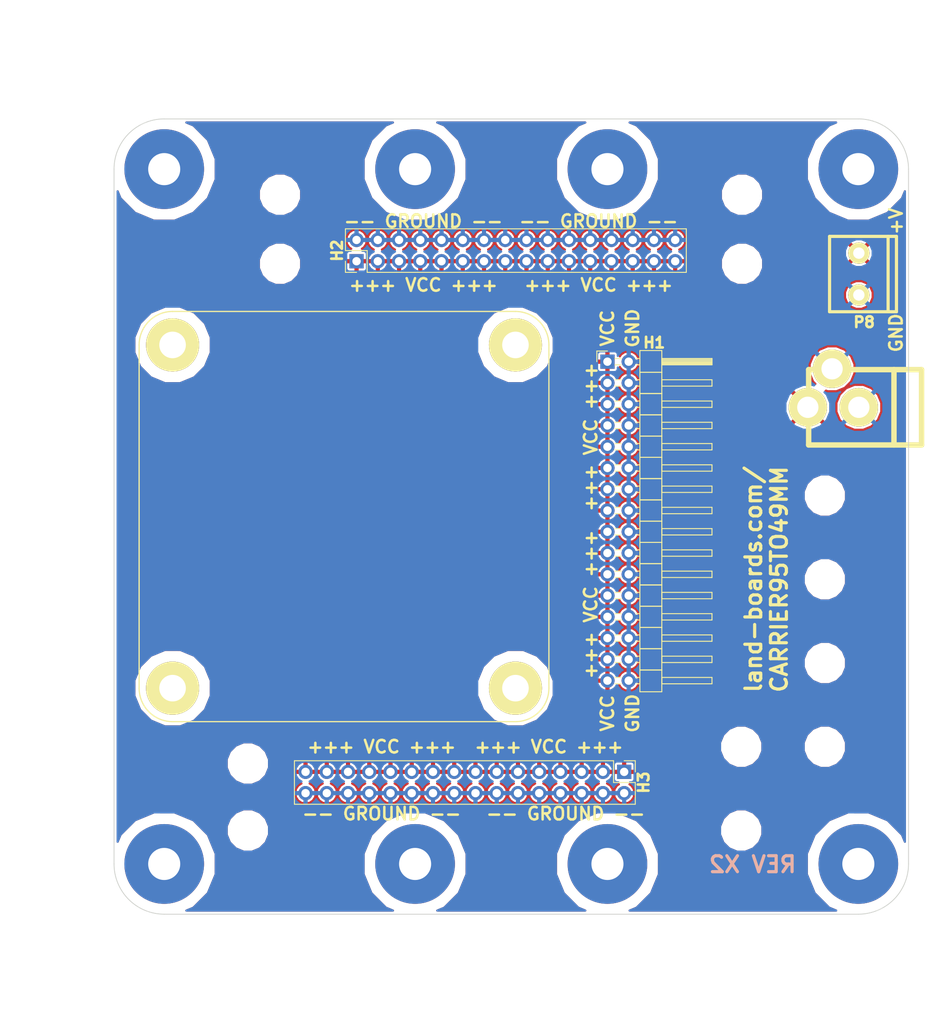
<source format=kicad_pcb>
(kicad_pcb (version 4) (host pcbnew "(after 2015-mar-04 BZR unknown)-product")

  (general
    (links 99)
    (no_connects 0)
    (area -3.999998 -3.85 110.100001 118.100001)
    (thickness 1.6)
    (drawings 38)
    (tracks 0)
    (zones 0)
    (modules 26)
    (nets 3)
  )

  (page B)
  (title_block
    (title OptoIn8-I2C)
    (rev X1)
    (company land-boards.com)
  )

  (layers
    (0 F.Cu signal hide)
    (31 B.Cu signal)
    (36 B.SilkS user)
    (37 F.SilkS user)
    (38 B.Mask user)
    (39 F.Mask user)
    (40 Dwgs.User user)
    (42 Eco1.User user)
    (44 Edge.Cuts user)
  )

  (setup
    (last_trace_width 0.254)
    (trace_clearance 0.254)
    (zone_clearance 0.254)
    (zone_45_only no)
    (trace_min 0.254)
    (segment_width 0.2)
    (edge_width 0.1)
    (via_size 0.889)
    (via_drill 0.635)
    (via_min_size 0.889)
    (via_min_drill 0.508)
    (uvia_size 0.508)
    (uvia_drill 0.127)
    (uvias_allowed no)
    (uvia_min_size 0.508)
    (uvia_min_drill 0.127)
    (pcb_text_width 0.3)
    (pcb_text_size 1.5 1.5)
    (mod_edge_width 0.15)
    (mod_text_size 1.27 1.27)
    (mod_text_width 0.3175)
    (pad_size 9.525 9.525)
    (pad_drill 3.8354)
    (pad_to_mask_clearance 0)
    (aux_axis_origin 0 0)
    (visible_elements 7FFFFF7F)
    (pcbplotparams
      (layerselection 0x010f0_80000001)
      (usegerberextensions false)
      (excludeedgelayer true)
      (linewidth 0.150000)
      (plotframeref false)
      (viasonmask false)
      (mode 1)
      (useauxorigin false)
      (hpglpennumber 1)
      (hpglpenspeed 20)
      (hpglpendiameter 15)
      (hpglpenoverlay 2)
      (psnegative false)
      (psa4output false)
      (plotreference true)
      (plotvalue true)
      (plotinvisibletext false)
      (padsonsilk false)
      (subtractmaskfromsilk false)
      (outputformat 1)
      (mirror false)
      (drillshape 0)
      (scaleselection 1)
      (outputdirectory plots/))
  )

  (net 0 "")
  (net 1 +5V)
  (net 2 GND)

  (net_class Default "This is the default net class."
    (clearance 0.254)
    (trace_width 0.254)
    (via_dia 0.889)
    (via_drill 0.635)
    (uvia_dia 0.508)
    (uvia_drill 0.127)
    (add_net +5V)
    (add_net GND)
  )

  (net_class W25 ""
    (clearance 0.381)
    (trace_width 0.635)
    (via_dia 0.889)
    (via_drill 0.635)
    (uvia_dia 0.508)
    (uvia_drill 0.127)
  )

  (module LandBoards_MountHoles:MTG-6-32 (layer F.Cu) (tedit 589658EF) (tstamp 586AB711)
    (at 16 16)
    (path /586AD6D2)
    (fp_text reference MTG1 (at 0 -5.588) (layer F.SilkS) hide
      (effects (font (size 1.27 1.27) (thickness 0.3175)))
    )
    (fp_text value MTG_HOLE (at 0.254 5.842) (layer F.SilkS) hide
      (effects (font (thickness 0.3048)))
    )
    (pad 1 thru_hole circle (at 0 0) (size 9.525 9.525) (drill 3.8354) (layers *.Cu *.Mask)
      (clearance 1.27))
  )

  (module LandBoards_MountHoles:MTG-6-32 (layer F.Cu) (tedit 593AEF7A) (tstamp 586AB715)
    (at 99 16)
    (path /586AD65D)
    (fp_text reference MTG2 (at 0 -5.588) (layer F.SilkS) hide
      (effects (font (size 1.27 1.27) (thickness 0.3175)))
    )
    (fp_text value MTG_HOLE (at 0.254 5.842) (layer F.SilkS) hide
      (effects (font (thickness 0.3048)))
    )
    (pad 1 thru_hole circle (at 0 0) (size 9.525 9.525) (drill 3.8354) (layers *.Cu *.Mask)
      (clearance 1.27))
  )

  (module LandBoards_MountHoles:MTG-6-32 (layer F.Cu) (tedit 589658FB) (tstamp 586AB719)
    (at 16 99)
    (path /586AD691)
    (fp_text reference MTG3 (at 0 -5.588) (layer F.SilkS) hide
      (effects (font (size 1.27 1.27) (thickness 0.3175)))
    )
    (fp_text value MTG_HOLE (at 0.254 5.842) (layer F.SilkS) hide
      (effects (font (thickness 0.3048)))
    )
    (pad 1 thru_hole circle (at 0 0) (size 9.525 9.525) (drill 3.8354) (layers *.Cu *.Mask)
      (clearance 1.27))
  )

  (module LandBoards_MountHoles:MTG-6-32 (layer F.Cu) (tedit 58965917) (tstamp 586AB721)
    (at 99 99)
    (path /586AD5E2)
    (fp_text reference MTG?1 (at 0 -5.588) (layer F.SilkS) hide
      (effects (font (size 1.27 1.27) (thickness 0.3175)))
    )
    (fp_text value MTG_HOLE (at 0.254 5.842) (layer F.SilkS) hide
      (effects (font (thickness 0.3048)))
    )
    (pad 1 thru_hole circle (at 0 0) (size 9.525 9.525) (drill 3.8354) (layers *.Cu *.Mask)
      (clearance 1.27))
  )

  (module LandBoards_BoardOutlines:BD-49X49 (layer F.Cu) (tedit 58965949) (tstamp 586AB731)
    (at 13 82)
    (path /586ACD32)
    (fp_text reference P1 (at 0 1) (layer F.SilkS) hide
      (effects (font (size 1.27 1.27) (thickness 0.3175)))
    )
    (fp_text value CONN_01X04 (at 0 0) (layer F.SilkS) hide
      (effects (font (size 1 1) (thickness 0.15)))
    )
    (fp_line (start 4 0) (end 45 0) (layer F.SilkS) (width 0.15))
    (fp_line (start 0 -45) (end 0 -4) (layer F.SilkS) (width 0.15))
    (fp_line (start 45 -49) (end 4 -49) (layer F.SilkS) (width 0.15))
    (fp_line (start 49 -4) (end 49 -45) (layer F.SilkS) (width 0.15))
    (fp_arc (start 4 -4) (end 4 0) (angle 90) (layer F.SilkS) (width 0.15))
    (fp_arc (start 45 -4) (end 49 -4) (angle 90) (layer F.SilkS) (width 0.15))
    (fp_arc (start 45 -45) (end 45 -49) (angle 90) (layer F.SilkS) (width 0.15))
    (fp_arc (start 4 -45) (end 0 -45) (angle 90) (layer F.SilkS) (width 0.15))
    (pad 1 thru_hole circle (at 4 -45) (size 6.35 6.35) (drill 3.175) (layers *.Cu *.Mask F.SilkS)
      (clearance 1.27))
    (pad 2 thru_hole circle (at 45 -45) (size 6.35 6.35) (drill 3.175) (layers *.Cu *.Mask F.SilkS)
      (clearance 1.27))
    (pad 3 thru_hole circle (at 4 -4) (size 6.35 6.35) (drill 3.175) (layers *.Cu *.Mask F.SilkS)
      (clearance 1.27))
    (pad 4 thru_hole circle (at 45 -4) (size 6.35 6.35) (drill 3.175) (layers *.Cu *.Mask F.SilkS)
      (clearance 1.27))
  )

  (module LandBoards_Conns:TB2-5MM (layer F.Cu) (tedit 586ABDBA) (tstamp 586ACB18)
    (at 99.06 26.035 270)
    (path /586B07B5)
    (fp_text reference P8 (at 8.255 -0.635 360) (layer F.SilkS)
      (effects (font (size 1.27 1.27) (thickness 0.3175)))
    )
    (fp_text value CONN_01X02 (at 2 5 270) (layer F.SilkS) hide
      (effects (font (thickness 0.3048)))
    )
    (fp_line (start -2 -4.5) (end -2 3.5) (layer F.SilkS) (width 0.381))
    (fp_line (start 7 -4.5) (end 7 3.5) (layer F.SilkS) (width 0.381))
    (fp_line (start -2 3.5) (end 7 3.5) (layer F.SilkS) (width 0.381))
    (fp_line (start -2 -3.5) (end 7 -3.5) (layer F.SilkS) (width 0.381))
    (fp_line (start -2 -4.5) (end 7 -4.5) (layer F.SilkS) (width 0.381))
    (pad 1 thru_hole circle (at 0 0 270) (size 2.54 2.54) (drill 1.3589) (layers *.Cu *.Mask F.SilkS)
      (net 1 +5V))
    (pad 2 thru_hole circle (at 5 0 270) (size 2.54 2.54) (drill 1.3589) (layers *.Cu *.Mask F.SilkS)
      (net 2 GND))
  )

  (module Mounting_Holes:MountingHole_4.3mm_M4 (layer F.Cu) (tedit 5890D05C) (tstamp 5890CFEC)
    (at 95 85)
    (descr "Mounting Hole 4.3mm, no annular, M4")
    (tags "mounting hole 4.3mm no annular m4")
    (path /5890E2B6)
    (fp_text reference MTG4 (at 0 -5.3) (layer F.SilkS) hide
      (effects (font (size 1.27 1.27) (thickness 0.3175)))
    )
    (fp_text value MTG_HOLE (at 0 5.3) (layer F.SilkS) hide
      (effects (font (size 1 1) (thickness 0.15)))
    )
    (fp_circle (center 0 0) (end 4.3 0) (layer Cmts.User) (width 0.15))
    (fp_circle (center 0 0) (end 4.55 0) (layer F.CrtYd) (width 0.05))
    (pad 1 np_thru_hole circle (at 0 0) (size 4.3 4.3) (drill 4.3) (layers *.Cu *.Mask))
  )

  (module Mounting_Holes:MountingHole_4.3mm_M4 (layer F.Cu) (tedit 5890D065) (tstamp 5890CFF3)
    (at 95 75)
    (descr "Mounting Hole 4.3mm, no annular, M4")
    (tags "mounting hole 4.3mm no annular m4")
    (path /5890E2B0)
    (fp_text reference MTG5 (at 0 -5.3) (layer F.SilkS) hide
      (effects (font (size 1.27 1.27) (thickness 0.3175)))
    )
    (fp_text value MTG_HOLE (at 0 5.3) (layer F.SilkS) hide
      (effects (font (size 1 1) (thickness 0.15)))
    )
    (fp_circle (center 0 0) (end 4.3 0) (layer Cmts.User) (width 0.15))
    (fp_circle (center 0 0) (end 4.55 0) (layer F.CrtYd) (width 0.05))
    (pad 1 np_thru_hole circle (at 0 0) (size 4.3 4.3) (drill 4.3) (layers *.Cu *.Mask))
  )

  (module Mounting_Holes:MountingHole_4.3mm_M4 (layer F.Cu) (tedit 5890D04A) (tstamp 5890CFFA)
    (at 85 95)
    (descr "Mounting Hole 4.3mm, no annular, M4")
    (tags "mounting hole 4.3mm no annular m4")
    (path /5890E2AA)
    (fp_text reference MTG6 (at 0 -5.3) (layer F.SilkS) hide
      (effects (font (size 1.27 1.27) (thickness 0.3175)))
    )
    (fp_text value MTG_HOLE (at 0 5.3) (layer F.SilkS) hide
      (effects (font (size 1 1) (thickness 0.15)))
    )
    (fp_circle (center 0 0) (end 4.3 0) (layer Cmts.User) (width 0.15))
    (fp_circle (center 0 0) (end 4.55 0) (layer F.CrtYd) (width 0.05))
    (pad 1 np_thru_hole circle (at 0 0) (size 4.3 4.3) (drill 4.3) (layers *.Cu *.Mask))
  )

  (module Mounting_Holes:MountingHole_4.3mm_M4 (layer F.Cu) (tedit 5890D03F) (tstamp 5890D001)
    (at 85 85)
    (descr "Mounting Hole 4.3mm, no annular, M4")
    (tags "mounting hole 4.3mm no annular m4")
    (path /5890E2A4)
    (fp_text reference MTG7 (at 0 -5.3) (layer F.SilkS) hide
      (effects (font (size 1.27 1.27) (thickness 0.3175)))
    )
    (fp_text value MTG_HOLE (at 0 5.3) (layer F.SilkS) hide
      (effects (font (size 1 1) (thickness 0.15)))
    )
    (fp_circle (center 0 0) (end 4.3 0) (layer Cmts.User) (width 0.15))
    (fp_circle (center 0 0) (end 4.55 0) (layer F.CrtYd) (width 0.05))
    (pad 1 np_thru_hole circle (at 0 0) (size 4.3 4.3) (drill 4.3) (layers *.Cu *.Mask))
  )

  (module Mounting_Holes:MountingHole_4.3mm_M4 (layer F.Cu) (tedit 5890D076) (tstamp 5890D008)
    (at 95 55)
    (descr "Mounting Hole 4.3mm, no annular, M4")
    (tags "mounting hole 4.3mm no annular m4")
    (path /5890DF5F)
    (fp_text reference MTG8 (at 0 -5.3) (layer F.SilkS) hide
      (effects (font (size 1.27 1.27) (thickness 0.3175)))
    )
    (fp_text value MTG_HOLE (at 0 5.3) (layer F.SilkS) hide
      (effects (font (size 1 1) (thickness 0.15)))
    )
    (fp_circle (center 0 0) (end 4.3 0) (layer Cmts.User) (width 0.15))
    (fp_circle (center 0 0) (end 4.55 0) (layer F.CrtYd) (width 0.05))
    (pad 1 np_thru_hole circle (at 0 0) (size 4.3 4.3) (drill 4.3) (layers *.Cu *.Mask))
  )

  (module Mounting_Holes:MountingHole_4.3mm_M4 (layer F.Cu) (tedit 5890D071) (tstamp 5890D00F)
    (at 95 65)
    (descr "Mounting Hole 4.3mm, no annular, M4")
    (tags "mounting hole 4.3mm no annular m4")
    (path /5890DF27)
    (fp_text reference MTG9 (at 0 -5.3) (layer F.SilkS) hide
      (effects (font (size 1.27 1.27) (thickness 0.3175)))
    )
    (fp_text value MTG_HOLE (at 0 5.3) (layer F.SilkS) hide
      (effects (font (size 1 1) (thickness 0.15)))
    )
    (fp_circle (center 0 0) (end 4.3 0) (layer Cmts.User) (width 0.15))
    (fp_circle (center 0 0) (end 4.55 0) (layer F.CrtYd) (width 0.05))
    (pad 1 np_thru_hole circle (at 0 0) (size 4.3 4.3) (drill 4.3) (layers *.Cu *.Mask))
  )

  (module Mounting_Holes:MountingHole_4.3mm_M4 (layer F.Cu) (tedit 5890D02C) (tstamp 5890D016)
    (at 85.09 19.05)
    (descr "Mounting Hole 4.3mm, no annular, M4")
    (tags "mounting hole 4.3mm no annular m4")
    (path /5890DEF7)
    (fp_text reference MTG10 (at 0 -5.3) (layer F.SilkS) hide
      (effects (font (size 1.27 1.27) (thickness 0.3175)))
    )
    (fp_text value MTG_HOLE (at 0 5.3) (layer F.SilkS) hide
      (effects (font (size 1 1) (thickness 0.15)))
    )
    (fp_circle (center 0 0) (end 4.3 0) (layer Cmts.User) (width 0.15))
    (fp_circle (center 0 0) (end 4.55 0) (layer F.CrtYd) (width 0.05))
    (pad 1 np_thru_hole circle (at 0 0) (size 4.3 4.3) (drill 4.3) (layers *.Cu *.Mask))
  )

  (module Mounting_Holes:MountingHole_4.3mm_M4 (layer F.Cu) (tedit 5890D033) (tstamp 5890D01D)
    (at 85.09 27.305)
    (descr "Mounting Hole 4.3mm, no annular, M4")
    (tags "mounting hole 4.3mm no annular m4")
    (path /5890D9D9)
    (fp_text reference MTG11 (at 0 -5.3) (layer F.SilkS) hide
      (effects (font (size 1.27 1.27) (thickness 0.3175)))
    )
    (fp_text value MTG_HOLE (at 0 5.3) (layer F.SilkS) hide
      (effects (font (size 1 1) (thickness 0.15)))
    )
    (fp_circle (center 0 0) (end 4.3 0) (layer Cmts.User) (width 0.15))
    (fp_circle (center 0 0) (end 4.55 0) (layer F.CrtYd) (width 0.05))
    (pad 1 np_thru_hole circle (at 0 0) (size 4.3 4.3) (drill 4.3) (layers *.Cu *.Mask))
  )

  (module LandBoards_Conns:DCJ-NEW (layer F.Cu) (tedit 56264A86) (tstamp 586AC1FA)
    (at 99.06 44.45 180)
    (descr "DC Pwr, 2.1mm Jack")
    (tags "DC Power jack, 2.1mm")
    (path /586AF5C9)
    (fp_text reference J1 (at -0.0508 -6.05028 180) (layer F.SilkS) hide
      (effects (font (size 1.27 1.27) (thickness 0.3175)))
    )
    (fp_text value DCJ0202 (at -6 0 270) (layer F.SilkS) hide
      (effects (font (size 1.016 1.016) (thickness 0.254)))
    )
    (fp_line (start -4.2 4.5) (end -4.2 -4.5) (layer F.SilkS) (width 0.65))
    (fp_line (start -7.5 -4.5) (end -7.5 4.5) (layer F.SilkS) (width 0.65))
    (fp_line (start -7.5 -4.5) (end 6 -4.5) (layer F.SilkS) (width 0.65))
    (fp_line (start 6 -4.5) (end 6 4.5) (layer F.SilkS) (width 0.65))
    (fp_line (start -7.5 4.5) (end 6 4.5) (layer F.SilkS) (width 0.65))
    (pad 2 thru_hole circle (at 0 0 180) (size 4.6 4.6) (drill 2.54) (layers *.Cu *.Mask F.SilkS)
      (net 2 GND))
    (pad 1 thru_hole circle (at 6.1 0 180) (size 4.6 4.6) (drill 2.54) (layers *.Cu *.Mask F.SilkS)
      (net 1 +5V))
    (pad 3 thru_hole circle (at 3.2 4.6 180) (size 4.6 4.6) (drill 2.54) (layers *.Cu *.Mask F.SilkS)
      (net 2 GND))
    (model connectors/POWER_21.wrl
      (at (xyz 0 0 0))
      (scale (xyz 0.8 0.8 0.8))
      (rotate (xyz 0 0 0))
    )
  )

  (module Mounting_Holes:MountingHole_4.3mm_M4 (layer F.Cu) (tedit 589657C1) (tstamp 58965795)
    (at 26 95)
    (descr "Mounting Hole 4.3mm, no annular, M4")
    (tags "mounting hole 4.3mm no annular m4")
    (path /58966132)
    (fp_text reference MTG12 (at 0 -5.3) (layer F.SilkS) hide
      (effects (font (size 1.27 1.27) (thickness 0.3175)))
    )
    (fp_text value MTG_HOLE (at 0 5.3) (layer F.Fab) hide
      (effects (font (size 1 1) (thickness 0.15)))
    )
    (fp_circle (center 0 0) (end 4.3 0) (layer Cmts.User) (width 0.15))
    (fp_circle (center 0 0) (end 4.55 0) (layer F.CrtYd) (width 0.05))
    (pad 1 np_thru_hole circle (at 0 0) (size 4.3 4.3) (drill 4.3) (layers *.Cu *.Mask))
  )

  (module Mounting_Holes:MountingHole_4.3mm_M4 (layer F.Cu) (tedit 589657C8) (tstamp 5896579C)
    (at 26 87)
    (descr "Mounting Hole 4.3mm, no annular, M4")
    (tags "mounting hole 4.3mm no annular m4")
    (path /5896612C)
    (fp_text reference MTG13 (at 0 -5.3) (layer F.SilkS) hide
      (effects (font (size 1.27 1.27) (thickness 0.3175)))
    )
    (fp_text value MTG_HOLE (at 0 5.3) (layer F.Fab) hide
      (effects (font (size 1 1) (thickness 0.15)))
    )
    (fp_circle (center 0 0) (end 4.3 0) (layer Cmts.User) (width 0.15))
    (fp_circle (center 0 0) (end 4.55 0) (layer F.CrtYd) (width 0.05))
    (pad 1 np_thru_hole circle (at 0 0) (size 4.3 4.3) (drill 4.3) (layers *.Cu *.Mask))
  )

  (module Mounting_Holes:MountingHole_4.3mm_M4 (layer F.Cu) (tedit 589657A6) (tstamp 589657A3)
    (at 29.845 19.05)
    (descr "Mounting Hole 4.3mm, no annular, M4")
    (tags "mounting hole 4.3mm no annular m4")
    (path /58966126)
    (fp_text reference MTG14 (at 0 -5.3) (layer F.SilkS) hide
      (effects (font (size 1.27 1.27) (thickness 0.3175)))
    )
    (fp_text value MTG_HOLE (at 0 5.3) (layer F.Fab) hide
      (effects (font (size 1 1) (thickness 0.15)))
    )
    (fp_circle (center 0 0) (end 4.3 0) (layer Cmts.User) (width 0.15))
    (fp_circle (center 0 0) (end 4.55 0) (layer F.CrtYd) (width 0.05))
    (pad 1 np_thru_hole circle (at 0 0) (size 4.3 4.3) (drill 4.3) (layers *.Cu *.Mask))
  )

  (module Mounting_Holes:MountingHole_4.3mm_M4 (layer F.Cu) (tedit 589657A0) (tstamp 589657AA)
    (at 29.845 27.305)
    (descr "Mounting Hole 4.3mm, no annular, M4")
    (tags "mounting hole 4.3mm no annular m4")
    (path /58966120)
    (fp_text reference MTG15 (at 0 -5.3) (layer F.SilkS) hide
      (effects (font (size 1.27 1.27) (thickness 0.3175)))
    )
    (fp_text value MTG_HOLE (at 0 5.3) (layer F.Fab) hide
      (effects (font (size 1 1) (thickness 0.15)))
    )
    (fp_circle (center 0 0) (end 4.3 0) (layer Cmts.User) (width 0.15))
    (fp_circle (center 0 0) (end 4.55 0) (layer F.CrtYd) (width 0.05))
    (pad 1 np_thru_hole circle (at 0 0) (size 4.3 4.3) (drill 4.3) (layers *.Cu *.Mask))
  )

  (module LandBoards_MountHoles:MTG-6-32 (layer F.Cu) (tedit 593AEF8B) (tstamp 593AEB11)
    (at 69 99)
    (path /593AFB66)
    (fp_text reference MTG16 (at 0 -5.588) (layer F.SilkS) hide
      (effects (font (size 1.27 1.27) (thickness 0.3175)))
    )
    (fp_text value MTG_HOLE (at 0.254 5.842) (layer F.SilkS) hide
      (effects (font (thickness 0.3048)))
    )
    (pad 1 thru_hole circle (at 0 0) (size 9.525 9.525) (drill 3.8354) (layers *.Cu *.Mask)
      (clearance 1.27))
  )

  (module LandBoards_MountHoles:MTG-6-32 (layer F.Cu) (tedit 593AEF75) (tstamp 593AEB16)
    (at 69 16)
    (path /593AFD68)
    (fp_text reference MTG17 (at 0 -5.588) (layer F.SilkS) hide
      (effects (font (size 1.27 1.27) (thickness 0.3175)))
    )
    (fp_text value MTG_HOLE (at 0.254 5.842) (layer F.SilkS) hide
      (effects (font (thickness 0.3048)))
    )
    (pad 1 thru_hole circle (at 0 0) (size 9.525 9.525) (drill 3.8354) (layers *.Cu *.Mask)
      (clearance 1.27))
  )

  (module Pin_Headers:Pin_Header_Angled_2x16_Pitch2.54mm (layer F.Cu) (tedit 593AED6C) (tstamp 593B08EC)
    (at 69 39)
    (descr "Through hole angled pin header, 2x16, 2.54mm pitch, 6mm pin length, double rows")
    (tags "Through hole angled pin header THT 2x16 2.54mm double row")
    (path /593B036F)
    (fp_text reference H1 (at 5.585 -2.27) (layer F.SilkS)
      (effects (font (size 1.27 1.27) (thickness 0.3175)))
    )
    (fp_text value CONN_02X16 (at 5.585 40.37) (layer F.SilkS) hide
      (effects (font (size 1 1) (thickness 0.15)))
    )
    (fp_line (start 3.94 -1.27) (end 3.94 1.27) (layer F.Fab) (width 0.1))
    (fp_line (start 3.94 1.27) (end 6.44 1.27) (layer F.Fab) (width 0.1))
    (fp_line (start 6.44 1.27) (end 6.44 -1.27) (layer F.Fab) (width 0.1))
    (fp_line (start 6.44 -1.27) (end 3.94 -1.27) (layer F.Fab) (width 0.1))
    (fp_line (start 0 -0.32) (end 0 0.32) (layer F.Fab) (width 0.1))
    (fp_line (start 0 0.32) (end 12.44 0.32) (layer F.Fab) (width 0.1))
    (fp_line (start 12.44 0.32) (end 12.44 -0.32) (layer F.Fab) (width 0.1))
    (fp_line (start 12.44 -0.32) (end 0 -0.32) (layer F.Fab) (width 0.1))
    (fp_line (start 3.94 1.27) (end 3.94 3.81) (layer F.Fab) (width 0.1))
    (fp_line (start 3.94 3.81) (end 6.44 3.81) (layer F.Fab) (width 0.1))
    (fp_line (start 6.44 3.81) (end 6.44 1.27) (layer F.Fab) (width 0.1))
    (fp_line (start 6.44 1.27) (end 3.94 1.27) (layer F.Fab) (width 0.1))
    (fp_line (start 0 2.22) (end 0 2.86) (layer F.Fab) (width 0.1))
    (fp_line (start 0 2.86) (end 12.44 2.86) (layer F.Fab) (width 0.1))
    (fp_line (start 12.44 2.86) (end 12.44 2.22) (layer F.Fab) (width 0.1))
    (fp_line (start 12.44 2.22) (end 0 2.22) (layer F.Fab) (width 0.1))
    (fp_line (start 3.94 3.81) (end 3.94 6.35) (layer F.Fab) (width 0.1))
    (fp_line (start 3.94 6.35) (end 6.44 6.35) (layer F.Fab) (width 0.1))
    (fp_line (start 6.44 6.35) (end 6.44 3.81) (layer F.Fab) (width 0.1))
    (fp_line (start 6.44 3.81) (end 3.94 3.81) (layer F.Fab) (width 0.1))
    (fp_line (start 0 4.76) (end 0 5.4) (layer F.Fab) (width 0.1))
    (fp_line (start 0 5.4) (end 12.44 5.4) (layer F.Fab) (width 0.1))
    (fp_line (start 12.44 5.4) (end 12.44 4.76) (layer F.Fab) (width 0.1))
    (fp_line (start 12.44 4.76) (end 0 4.76) (layer F.Fab) (width 0.1))
    (fp_line (start 3.94 6.35) (end 3.94 8.89) (layer F.Fab) (width 0.1))
    (fp_line (start 3.94 8.89) (end 6.44 8.89) (layer F.Fab) (width 0.1))
    (fp_line (start 6.44 8.89) (end 6.44 6.35) (layer F.Fab) (width 0.1))
    (fp_line (start 6.44 6.35) (end 3.94 6.35) (layer F.Fab) (width 0.1))
    (fp_line (start 0 7.3) (end 0 7.94) (layer F.Fab) (width 0.1))
    (fp_line (start 0 7.94) (end 12.44 7.94) (layer F.Fab) (width 0.1))
    (fp_line (start 12.44 7.94) (end 12.44 7.3) (layer F.Fab) (width 0.1))
    (fp_line (start 12.44 7.3) (end 0 7.3) (layer F.Fab) (width 0.1))
    (fp_line (start 3.94 8.89) (end 3.94 11.43) (layer F.Fab) (width 0.1))
    (fp_line (start 3.94 11.43) (end 6.44 11.43) (layer F.Fab) (width 0.1))
    (fp_line (start 6.44 11.43) (end 6.44 8.89) (layer F.Fab) (width 0.1))
    (fp_line (start 6.44 8.89) (end 3.94 8.89) (layer F.Fab) (width 0.1))
    (fp_line (start 0 9.84) (end 0 10.48) (layer F.Fab) (width 0.1))
    (fp_line (start 0 10.48) (end 12.44 10.48) (layer F.Fab) (width 0.1))
    (fp_line (start 12.44 10.48) (end 12.44 9.84) (layer F.Fab) (width 0.1))
    (fp_line (start 12.44 9.84) (end 0 9.84) (layer F.Fab) (width 0.1))
    (fp_line (start 3.94 11.43) (end 3.94 13.97) (layer F.Fab) (width 0.1))
    (fp_line (start 3.94 13.97) (end 6.44 13.97) (layer F.Fab) (width 0.1))
    (fp_line (start 6.44 13.97) (end 6.44 11.43) (layer F.Fab) (width 0.1))
    (fp_line (start 6.44 11.43) (end 3.94 11.43) (layer F.Fab) (width 0.1))
    (fp_line (start 0 12.38) (end 0 13.02) (layer F.Fab) (width 0.1))
    (fp_line (start 0 13.02) (end 12.44 13.02) (layer F.Fab) (width 0.1))
    (fp_line (start 12.44 13.02) (end 12.44 12.38) (layer F.Fab) (width 0.1))
    (fp_line (start 12.44 12.38) (end 0 12.38) (layer F.Fab) (width 0.1))
    (fp_line (start 3.94 13.97) (end 3.94 16.51) (layer F.Fab) (width 0.1))
    (fp_line (start 3.94 16.51) (end 6.44 16.51) (layer F.Fab) (width 0.1))
    (fp_line (start 6.44 16.51) (end 6.44 13.97) (layer F.Fab) (width 0.1))
    (fp_line (start 6.44 13.97) (end 3.94 13.97) (layer F.Fab) (width 0.1))
    (fp_line (start 0 14.92) (end 0 15.56) (layer F.Fab) (width 0.1))
    (fp_line (start 0 15.56) (end 12.44 15.56) (layer F.Fab) (width 0.1))
    (fp_line (start 12.44 15.56) (end 12.44 14.92) (layer F.Fab) (width 0.1))
    (fp_line (start 12.44 14.92) (end 0 14.92) (layer F.Fab) (width 0.1))
    (fp_line (start 3.94 16.51) (end 3.94 19.05) (layer F.Fab) (width 0.1))
    (fp_line (start 3.94 19.05) (end 6.44 19.05) (layer F.Fab) (width 0.1))
    (fp_line (start 6.44 19.05) (end 6.44 16.51) (layer F.Fab) (width 0.1))
    (fp_line (start 6.44 16.51) (end 3.94 16.51) (layer F.Fab) (width 0.1))
    (fp_line (start 0 17.46) (end 0 18.1) (layer F.Fab) (width 0.1))
    (fp_line (start 0 18.1) (end 12.44 18.1) (layer F.Fab) (width 0.1))
    (fp_line (start 12.44 18.1) (end 12.44 17.46) (layer F.Fab) (width 0.1))
    (fp_line (start 12.44 17.46) (end 0 17.46) (layer F.Fab) (width 0.1))
    (fp_line (start 3.94 19.05) (end 3.94 21.59) (layer F.Fab) (width 0.1))
    (fp_line (start 3.94 21.59) (end 6.44 21.59) (layer F.Fab) (width 0.1))
    (fp_line (start 6.44 21.59) (end 6.44 19.05) (layer F.Fab) (width 0.1))
    (fp_line (start 6.44 19.05) (end 3.94 19.05) (layer F.Fab) (width 0.1))
    (fp_line (start 0 20) (end 0 20.64) (layer F.Fab) (width 0.1))
    (fp_line (start 0 20.64) (end 12.44 20.64) (layer F.Fab) (width 0.1))
    (fp_line (start 12.44 20.64) (end 12.44 20) (layer F.Fab) (width 0.1))
    (fp_line (start 12.44 20) (end 0 20) (layer F.Fab) (width 0.1))
    (fp_line (start 3.94 21.59) (end 3.94 24.13) (layer F.Fab) (width 0.1))
    (fp_line (start 3.94 24.13) (end 6.44 24.13) (layer F.Fab) (width 0.1))
    (fp_line (start 6.44 24.13) (end 6.44 21.59) (layer F.Fab) (width 0.1))
    (fp_line (start 6.44 21.59) (end 3.94 21.59) (layer F.Fab) (width 0.1))
    (fp_line (start 0 22.54) (end 0 23.18) (layer F.Fab) (width 0.1))
    (fp_line (start 0 23.18) (end 12.44 23.18) (layer F.Fab) (width 0.1))
    (fp_line (start 12.44 23.18) (end 12.44 22.54) (layer F.Fab) (width 0.1))
    (fp_line (start 12.44 22.54) (end 0 22.54) (layer F.Fab) (width 0.1))
    (fp_line (start 3.94 24.13) (end 3.94 26.67) (layer F.Fab) (width 0.1))
    (fp_line (start 3.94 26.67) (end 6.44 26.67) (layer F.Fab) (width 0.1))
    (fp_line (start 6.44 26.67) (end 6.44 24.13) (layer F.Fab) (width 0.1))
    (fp_line (start 6.44 24.13) (end 3.94 24.13) (layer F.Fab) (width 0.1))
    (fp_line (start 0 25.08) (end 0 25.72) (layer F.Fab) (width 0.1))
    (fp_line (start 0 25.72) (end 12.44 25.72) (layer F.Fab) (width 0.1))
    (fp_line (start 12.44 25.72) (end 12.44 25.08) (layer F.Fab) (width 0.1))
    (fp_line (start 12.44 25.08) (end 0 25.08) (layer F.Fab) (width 0.1))
    (fp_line (start 3.94 26.67) (end 3.94 29.21) (layer F.Fab) (width 0.1))
    (fp_line (start 3.94 29.21) (end 6.44 29.21) (layer F.Fab) (width 0.1))
    (fp_line (start 6.44 29.21) (end 6.44 26.67) (layer F.Fab) (width 0.1))
    (fp_line (start 6.44 26.67) (end 3.94 26.67) (layer F.Fab) (width 0.1))
    (fp_line (start 0 27.62) (end 0 28.26) (layer F.Fab) (width 0.1))
    (fp_line (start 0 28.26) (end 12.44 28.26) (layer F.Fab) (width 0.1))
    (fp_line (start 12.44 28.26) (end 12.44 27.62) (layer F.Fab) (width 0.1))
    (fp_line (start 12.44 27.62) (end 0 27.62) (layer F.Fab) (width 0.1))
    (fp_line (start 3.94 29.21) (end 3.94 31.75) (layer F.Fab) (width 0.1))
    (fp_line (start 3.94 31.75) (end 6.44 31.75) (layer F.Fab) (width 0.1))
    (fp_line (start 6.44 31.75) (end 6.44 29.21) (layer F.Fab) (width 0.1))
    (fp_line (start 6.44 29.21) (end 3.94 29.21) (layer F.Fab) (width 0.1))
    (fp_line (start 0 30.16) (end 0 30.8) (layer F.Fab) (width 0.1))
    (fp_line (start 0 30.8) (end 12.44 30.8) (layer F.Fab) (width 0.1))
    (fp_line (start 12.44 30.8) (end 12.44 30.16) (layer F.Fab) (width 0.1))
    (fp_line (start 12.44 30.16) (end 0 30.16) (layer F.Fab) (width 0.1))
    (fp_line (start 3.94 31.75) (end 3.94 34.29) (layer F.Fab) (width 0.1))
    (fp_line (start 3.94 34.29) (end 6.44 34.29) (layer F.Fab) (width 0.1))
    (fp_line (start 6.44 34.29) (end 6.44 31.75) (layer F.Fab) (width 0.1))
    (fp_line (start 6.44 31.75) (end 3.94 31.75) (layer F.Fab) (width 0.1))
    (fp_line (start 0 32.7) (end 0 33.34) (layer F.Fab) (width 0.1))
    (fp_line (start 0 33.34) (end 12.44 33.34) (layer F.Fab) (width 0.1))
    (fp_line (start 12.44 33.34) (end 12.44 32.7) (layer F.Fab) (width 0.1))
    (fp_line (start 12.44 32.7) (end 0 32.7) (layer F.Fab) (width 0.1))
    (fp_line (start 3.94 34.29) (end 3.94 36.83) (layer F.Fab) (width 0.1))
    (fp_line (start 3.94 36.83) (end 6.44 36.83) (layer F.Fab) (width 0.1))
    (fp_line (start 6.44 36.83) (end 6.44 34.29) (layer F.Fab) (width 0.1))
    (fp_line (start 6.44 34.29) (end 3.94 34.29) (layer F.Fab) (width 0.1))
    (fp_line (start 0 35.24) (end 0 35.88) (layer F.Fab) (width 0.1))
    (fp_line (start 0 35.88) (end 12.44 35.88) (layer F.Fab) (width 0.1))
    (fp_line (start 12.44 35.88) (end 12.44 35.24) (layer F.Fab) (width 0.1))
    (fp_line (start 12.44 35.24) (end 0 35.24) (layer F.Fab) (width 0.1))
    (fp_line (start 3.94 36.83) (end 3.94 39.37) (layer F.Fab) (width 0.1))
    (fp_line (start 3.94 39.37) (end 6.44 39.37) (layer F.Fab) (width 0.1))
    (fp_line (start 6.44 39.37) (end 6.44 36.83) (layer F.Fab) (width 0.1))
    (fp_line (start 6.44 36.83) (end 3.94 36.83) (layer F.Fab) (width 0.1))
    (fp_line (start 0 37.78) (end 0 38.42) (layer F.Fab) (width 0.1))
    (fp_line (start 0 38.42) (end 12.44 38.42) (layer F.Fab) (width 0.1))
    (fp_line (start 12.44 38.42) (end 12.44 37.78) (layer F.Fab) (width 0.1))
    (fp_line (start 12.44 37.78) (end 0 37.78) (layer F.Fab) (width 0.1))
    (fp_line (start 3.88 -1.33) (end 3.88 1.27) (layer F.SilkS) (width 0.12))
    (fp_line (start 3.88 1.27) (end 6.5 1.27) (layer F.SilkS) (width 0.12))
    (fp_line (start 6.5 1.27) (end 6.5 -1.33) (layer F.SilkS) (width 0.12))
    (fp_line (start 6.5 -1.33) (end 3.88 -1.33) (layer F.SilkS) (width 0.12))
    (fp_line (start 6.5 -0.38) (end 6.5 0.38) (layer F.SilkS) (width 0.12))
    (fp_line (start 6.5 0.38) (end 12.5 0.38) (layer F.SilkS) (width 0.12))
    (fp_line (start 12.5 0.38) (end 12.5 -0.38) (layer F.SilkS) (width 0.12))
    (fp_line (start 12.5 -0.38) (end 6.5 -0.38) (layer F.SilkS) (width 0.12))
    (fp_line (start 3.45 -0.38) (end 3.88 -0.38) (layer F.SilkS) (width 0.12))
    (fp_line (start 3.45 0.38) (end 3.88 0.38) (layer F.SilkS) (width 0.12))
    (fp_line (start 0.91 -0.38) (end 1.63 -0.38) (layer F.SilkS) (width 0.12))
    (fp_line (start 0.91 0.38) (end 1.63 0.38) (layer F.SilkS) (width 0.12))
    (fp_line (start 6.5 -0.26) (end 12.5 -0.26) (layer F.SilkS) (width 0.12))
    (fp_line (start 6.5 -0.14) (end 12.5 -0.14) (layer F.SilkS) (width 0.12))
    (fp_line (start 6.5 -0.02) (end 12.5 -0.02) (layer F.SilkS) (width 0.12))
    (fp_line (start 6.5 0.1) (end 12.5 0.1) (layer F.SilkS) (width 0.12))
    (fp_line (start 6.5 0.22) (end 12.5 0.22) (layer F.SilkS) (width 0.12))
    (fp_line (start 6.5 0.34) (end 12.5 0.34) (layer F.SilkS) (width 0.12))
    (fp_line (start 3.88 1.27) (end 3.88 3.81) (layer F.SilkS) (width 0.12))
    (fp_line (start 3.88 3.81) (end 6.5 3.81) (layer F.SilkS) (width 0.12))
    (fp_line (start 6.5 3.81) (end 6.5 1.27) (layer F.SilkS) (width 0.12))
    (fp_line (start 6.5 1.27) (end 3.88 1.27) (layer F.SilkS) (width 0.12))
    (fp_line (start 6.5 2.16) (end 6.5 2.92) (layer F.SilkS) (width 0.12))
    (fp_line (start 6.5 2.92) (end 12.5 2.92) (layer F.SilkS) (width 0.12))
    (fp_line (start 12.5 2.92) (end 12.5 2.16) (layer F.SilkS) (width 0.12))
    (fp_line (start 12.5 2.16) (end 6.5 2.16) (layer F.SilkS) (width 0.12))
    (fp_line (start 3.45 2.16) (end 3.88 2.16) (layer F.SilkS) (width 0.12))
    (fp_line (start 3.45 2.92) (end 3.88 2.92) (layer F.SilkS) (width 0.12))
    (fp_line (start 0.91 2.16) (end 1.63 2.16) (layer F.SilkS) (width 0.12))
    (fp_line (start 0.91 2.92) (end 1.63 2.92) (layer F.SilkS) (width 0.12))
    (fp_line (start 3.88 3.81) (end 3.88 6.35) (layer F.SilkS) (width 0.12))
    (fp_line (start 3.88 6.35) (end 6.5 6.35) (layer F.SilkS) (width 0.12))
    (fp_line (start 6.5 6.35) (end 6.5 3.81) (layer F.SilkS) (width 0.12))
    (fp_line (start 6.5 3.81) (end 3.88 3.81) (layer F.SilkS) (width 0.12))
    (fp_line (start 6.5 4.7) (end 6.5 5.46) (layer F.SilkS) (width 0.12))
    (fp_line (start 6.5 5.46) (end 12.5 5.46) (layer F.SilkS) (width 0.12))
    (fp_line (start 12.5 5.46) (end 12.5 4.7) (layer F.SilkS) (width 0.12))
    (fp_line (start 12.5 4.7) (end 6.5 4.7) (layer F.SilkS) (width 0.12))
    (fp_line (start 3.45 4.7) (end 3.88 4.7) (layer F.SilkS) (width 0.12))
    (fp_line (start 3.45 5.46) (end 3.88 5.46) (layer F.SilkS) (width 0.12))
    (fp_line (start 0.91 4.7) (end 1.63 4.7) (layer F.SilkS) (width 0.12))
    (fp_line (start 0.91 5.46) (end 1.63 5.46) (layer F.SilkS) (width 0.12))
    (fp_line (start 3.88 6.35) (end 3.88 8.89) (layer F.SilkS) (width 0.12))
    (fp_line (start 3.88 8.89) (end 6.5 8.89) (layer F.SilkS) (width 0.12))
    (fp_line (start 6.5 8.89) (end 6.5 6.35) (layer F.SilkS) (width 0.12))
    (fp_line (start 6.5 6.35) (end 3.88 6.35) (layer F.SilkS) (width 0.12))
    (fp_line (start 6.5 7.24) (end 6.5 8) (layer F.SilkS) (width 0.12))
    (fp_line (start 6.5 8) (end 12.5 8) (layer F.SilkS) (width 0.12))
    (fp_line (start 12.5 8) (end 12.5 7.24) (layer F.SilkS) (width 0.12))
    (fp_line (start 12.5 7.24) (end 6.5 7.24) (layer F.SilkS) (width 0.12))
    (fp_line (start 3.45 7.24) (end 3.88 7.24) (layer F.SilkS) (width 0.12))
    (fp_line (start 3.45 8) (end 3.88 8) (layer F.SilkS) (width 0.12))
    (fp_line (start 0.91 7.24) (end 1.63 7.24) (layer F.SilkS) (width 0.12))
    (fp_line (start 0.91 8) (end 1.63 8) (layer F.SilkS) (width 0.12))
    (fp_line (start 3.88 8.89) (end 3.88 11.43) (layer F.SilkS) (width 0.12))
    (fp_line (start 3.88 11.43) (end 6.5 11.43) (layer F.SilkS) (width 0.12))
    (fp_line (start 6.5 11.43) (end 6.5 8.89) (layer F.SilkS) (width 0.12))
    (fp_line (start 6.5 8.89) (end 3.88 8.89) (layer F.SilkS) (width 0.12))
    (fp_line (start 6.5 9.78) (end 6.5 10.54) (layer F.SilkS) (width 0.12))
    (fp_line (start 6.5 10.54) (end 12.5 10.54) (layer F.SilkS) (width 0.12))
    (fp_line (start 12.5 10.54) (end 12.5 9.78) (layer F.SilkS) (width 0.12))
    (fp_line (start 12.5 9.78) (end 6.5 9.78) (layer F.SilkS) (width 0.12))
    (fp_line (start 3.45 9.78) (end 3.88 9.78) (layer F.SilkS) (width 0.12))
    (fp_line (start 3.45 10.54) (end 3.88 10.54) (layer F.SilkS) (width 0.12))
    (fp_line (start 0.91 9.78) (end 1.63 9.78) (layer F.SilkS) (width 0.12))
    (fp_line (start 0.91 10.54) (end 1.63 10.54) (layer F.SilkS) (width 0.12))
    (fp_line (start 3.88 11.43) (end 3.88 13.97) (layer F.SilkS) (width 0.12))
    (fp_line (start 3.88 13.97) (end 6.5 13.97) (layer F.SilkS) (width 0.12))
    (fp_line (start 6.5 13.97) (end 6.5 11.43) (layer F.SilkS) (width 0.12))
    (fp_line (start 6.5 11.43) (end 3.88 11.43) (layer F.SilkS) (width 0.12))
    (fp_line (start 6.5 12.32) (end 6.5 13.08) (layer F.SilkS) (width 0.12))
    (fp_line (start 6.5 13.08) (end 12.5 13.08) (layer F.SilkS) (width 0.12))
    (fp_line (start 12.5 13.08) (end 12.5 12.32) (layer F.SilkS) (width 0.12))
    (fp_line (start 12.5 12.32) (end 6.5 12.32) (layer F.SilkS) (width 0.12))
    (fp_line (start 3.45 12.32) (end 3.88 12.32) (layer F.SilkS) (width 0.12))
    (fp_line (start 3.45 13.08) (end 3.88 13.08) (layer F.SilkS) (width 0.12))
    (fp_line (start 0.91 12.32) (end 1.63 12.32) (layer F.SilkS) (width 0.12))
    (fp_line (start 0.91 13.08) (end 1.63 13.08) (layer F.SilkS) (width 0.12))
    (fp_line (start 3.88 13.97) (end 3.88 16.51) (layer F.SilkS) (width 0.12))
    (fp_line (start 3.88 16.51) (end 6.5 16.51) (layer F.SilkS) (width 0.12))
    (fp_line (start 6.5 16.51) (end 6.5 13.97) (layer F.SilkS) (width 0.12))
    (fp_line (start 6.5 13.97) (end 3.88 13.97) (layer F.SilkS) (width 0.12))
    (fp_line (start 6.5 14.86) (end 6.5 15.62) (layer F.SilkS) (width 0.12))
    (fp_line (start 6.5 15.62) (end 12.5 15.62) (layer F.SilkS) (width 0.12))
    (fp_line (start 12.5 15.62) (end 12.5 14.86) (layer F.SilkS) (width 0.12))
    (fp_line (start 12.5 14.86) (end 6.5 14.86) (layer F.SilkS) (width 0.12))
    (fp_line (start 3.45 14.86) (end 3.88 14.86) (layer F.SilkS) (width 0.12))
    (fp_line (start 3.45 15.62) (end 3.88 15.62) (layer F.SilkS) (width 0.12))
    (fp_line (start 0.91 14.86) (end 1.63 14.86) (layer F.SilkS) (width 0.12))
    (fp_line (start 0.91 15.62) (end 1.63 15.62) (layer F.SilkS) (width 0.12))
    (fp_line (start 3.88 16.51) (end 3.88 19.05) (layer F.SilkS) (width 0.12))
    (fp_line (start 3.88 19.05) (end 6.5 19.05) (layer F.SilkS) (width 0.12))
    (fp_line (start 6.5 19.05) (end 6.5 16.51) (layer F.SilkS) (width 0.12))
    (fp_line (start 6.5 16.51) (end 3.88 16.51) (layer F.SilkS) (width 0.12))
    (fp_line (start 6.5 17.4) (end 6.5 18.16) (layer F.SilkS) (width 0.12))
    (fp_line (start 6.5 18.16) (end 12.5 18.16) (layer F.SilkS) (width 0.12))
    (fp_line (start 12.5 18.16) (end 12.5 17.4) (layer F.SilkS) (width 0.12))
    (fp_line (start 12.5 17.4) (end 6.5 17.4) (layer F.SilkS) (width 0.12))
    (fp_line (start 3.45 17.4) (end 3.88 17.4) (layer F.SilkS) (width 0.12))
    (fp_line (start 3.45 18.16) (end 3.88 18.16) (layer F.SilkS) (width 0.12))
    (fp_line (start 0.91 17.4) (end 1.63 17.4) (layer F.SilkS) (width 0.12))
    (fp_line (start 0.91 18.16) (end 1.63 18.16) (layer F.SilkS) (width 0.12))
    (fp_line (start 3.88 19.05) (end 3.88 21.59) (layer F.SilkS) (width 0.12))
    (fp_line (start 3.88 21.59) (end 6.5 21.59) (layer F.SilkS) (width 0.12))
    (fp_line (start 6.5 21.59) (end 6.5 19.05) (layer F.SilkS) (width 0.12))
    (fp_line (start 6.5 19.05) (end 3.88 19.05) (layer F.SilkS) (width 0.12))
    (fp_line (start 6.5 19.94) (end 6.5 20.7) (layer F.SilkS) (width 0.12))
    (fp_line (start 6.5 20.7) (end 12.5 20.7) (layer F.SilkS) (width 0.12))
    (fp_line (start 12.5 20.7) (end 12.5 19.94) (layer F.SilkS) (width 0.12))
    (fp_line (start 12.5 19.94) (end 6.5 19.94) (layer F.SilkS) (width 0.12))
    (fp_line (start 3.45 19.94) (end 3.88 19.94) (layer F.SilkS) (width 0.12))
    (fp_line (start 3.45 20.7) (end 3.88 20.7) (layer F.SilkS) (width 0.12))
    (fp_line (start 0.91 19.94) (end 1.63 19.94) (layer F.SilkS) (width 0.12))
    (fp_line (start 0.91 20.7) (end 1.63 20.7) (layer F.SilkS) (width 0.12))
    (fp_line (start 3.88 21.59) (end 3.88 24.13) (layer F.SilkS) (width 0.12))
    (fp_line (start 3.88 24.13) (end 6.5 24.13) (layer F.SilkS) (width 0.12))
    (fp_line (start 6.5 24.13) (end 6.5 21.59) (layer F.SilkS) (width 0.12))
    (fp_line (start 6.5 21.59) (end 3.88 21.59) (layer F.SilkS) (width 0.12))
    (fp_line (start 6.5 22.48) (end 6.5 23.24) (layer F.SilkS) (width 0.12))
    (fp_line (start 6.5 23.24) (end 12.5 23.24) (layer F.SilkS) (width 0.12))
    (fp_line (start 12.5 23.24) (end 12.5 22.48) (layer F.SilkS) (width 0.12))
    (fp_line (start 12.5 22.48) (end 6.5 22.48) (layer F.SilkS) (width 0.12))
    (fp_line (start 3.45 22.48) (end 3.88 22.48) (layer F.SilkS) (width 0.12))
    (fp_line (start 3.45 23.24) (end 3.88 23.24) (layer F.SilkS) (width 0.12))
    (fp_line (start 0.91 22.48) (end 1.63 22.48) (layer F.SilkS) (width 0.12))
    (fp_line (start 0.91 23.24) (end 1.63 23.24) (layer F.SilkS) (width 0.12))
    (fp_line (start 3.88 24.13) (end 3.88 26.67) (layer F.SilkS) (width 0.12))
    (fp_line (start 3.88 26.67) (end 6.5 26.67) (layer F.SilkS) (width 0.12))
    (fp_line (start 6.5 26.67) (end 6.5 24.13) (layer F.SilkS) (width 0.12))
    (fp_line (start 6.5 24.13) (end 3.88 24.13) (layer F.SilkS) (width 0.12))
    (fp_line (start 6.5 25.02) (end 6.5 25.78) (layer F.SilkS) (width 0.12))
    (fp_line (start 6.5 25.78) (end 12.5 25.78) (layer F.SilkS) (width 0.12))
    (fp_line (start 12.5 25.78) (end 12.5 25.02) (layer F.SilkS) (width 0.12))
    (fp_line (start 12.5 25.02) (end 6.5 25.02) (layer F.SilkS) (width 0.12))
    (fp_line (start 3.45 25.02) (end 3.88 25.02) (layer F.SilkS) (width 0.12))
    (fp_line (start 3.45 25.78) (end 3.88 25.78) (layer F.SilkS) (width 0.12))
    (fp_line (start 0.91 25.02) (end 1.63 25.02) (layer F.SilkS) (width 0.12))
    (fp_line (start 0.91 25.78) (end 1.63 25.78) (layer F.SilkS) (width 0.12))
    (fp_line (start 3.88 26.67) (end 3.88 29.21) (layer F.SilkS) (width 0.12))
    (fp_line (start 3.88 29.21) (end 6.5 29.21) (layer F.SilkS) (width 0.12))
    (fp_line (start 6.5 29.21) (end 6.5 26.67) (layer F.SilkS) (width 0.12))
    (fp_line (start 6.5 26.67) (end 3.88 26.67) (layer F.SilkS) (width 0.12))
    (fp_line (start 6.5 27.56) (end 6.5 28.32) (layer F.SilkS) (width 0.12))
    (fp_line (start 6.5 28.32) (end 12.5 28.32) (layer F.SilkS) (width 0.12))
    (fp_line (start 12.5 28.32) (end 12.5 27.56) (layer F.SilkS) (width 0.12))
    (fp_line (start 12.5 27.56) (end 6.5 27.56) (layer F.SilkS) (width 0.12))
    (fp_line (start 3.45 27.56) (end 3.88 27.56) (layer F.SilkS) (width 0.12))
    (fp_line (start 3.45 28.32) (end 3.88 28.32) (layer F.SilkS) (width 0.12))
    (fp_line (start 0.91 27.56) (end 1.63 27.56) (layer F.SilkS) (width 0.12))
    (fp_line (start 0.91 28.32) (end 1.63 28.32) (layer F.SilkS) (width 0.12))
    (fp_line (start 3.88 29.21) (end 3.88 31.75) (layer F.SilkS) (width 0.12))
    (fp_line (start 3.88 31.75) (end 6.5 31.75) (layer F.SilkS) (width 0.12))
    (fp_line (start 6.5 31.75) (end 6.5 29.21) (layer F.SilkS) (width 0.12))
    (fp_line (start 6.5 29.21) (end 3.88 29.21) (layer F.SilkS) (width 0.12))
    (fp_line (start 6.5 30.1) (end 6.5 30.86) (layer F.SilkS) (width 0.12))
    (fp_line (start 6.5 30.86) (end 12.5 30.86) (layer F.SilkS) (width 0.12))
    (fp_line (start 12.5 30.86) (end 12.5 30.1) (layer F.SilkS) (width 0.12))
    (fp_line (start 12.5 30.1) (end 6.5 30.1) (layer F.SilkS) (width 0.12))
    (fp_line (start 3.45 30.1) (end 3.88 30.1) (layer F.SilkS) (width 0.12))
    (fp_line (start 3.45 30.86) (end 3.88 30.86) (layer F.SilkS) (width 0.12))
    (fp_line (start 0.91 30.1) (end 1.63 30.1) (layer F.SilkS) (width 0.12))
    (fp_line (start 0.91 30.86) (end 1.63 30.86) (layer F.SilkS) (width 0.12))
    (fp_line (start 3.88 31.75) (end 3.88 34.29) (layer F.SilkS) (width 0.12))
    (fp_line (start 3.88 34.29) (end 6.5 34.29) (layer F.SilkS) (width 0.12))
    (fp_line (start 6.5 34.29) (end 6.5 31.75) (layer F.SilkS) (width 0.12))
    (fp_line (start 6.5 31.75) (end 3.88 31.75) (layer F.SilkS) (width 0.12))
    (fp_line (start 6.5 32.64) (end 6.5 33.4) (layer F.SilkS) (width 0.12))
    (fp_line (start 6.5 33.4) (end 12.5 33.4) (layer F.SilkS) (width 0.12))
    (fp_line (start 12.5 33.4) (end 12.5 32.64) (layer F.SilkS) (width 0.12))
    (fp_line (start 12.5 32.64) (end 6.5 32.64) (layer F.SilkS) (width 0.12))
    (fp_line (start 3.45 32.64) (end 3.88 32.64) (layer F.SilkS) (width 0.12))
    (fp_line (start 3.45 33.4) (end 3.88 33.4) (layer F.SilkS) (width 0.12))
    (fp_line (start 0.91 32.64) (end 1.63 32.64) (layer F.SilkS) (width 0.12))
    (fp_line (start 0.91 33.4) (end 1.63 33.4) (layer F.SilkS) (width 0.12))
    (fp_line (start 3.88 34.29) (end 3.88 36.83) (layer F.SilkS) (width 0.12))
    (fp_line (start 3.88 36.83) (end 6.5 36.83) (layer F.SilkS) (width 0.12))
    (fp_line (start 6.5 36.83) (end 6.5 34.29) (layer F.SilkS) (width 0.12))
    (fp_line (start 6.5 34.29) (end 3.88 34.29) (layer F.SilkS) (width 0.12))
    (fp_line (start 6.5 35.18) (end 6.5 35.94) (layer F.SilkS) (width 0.12))
    (fp_line (start 6.5 35.94) (end 12.5 35.94) (layer F.SilkS) (width 0.12))
    (fp_line (start 12.5 35.94) (end 12.5 35.18) (layer F.SilkS) (width 0.12))
    (fp_line (start 12.5 35.18) (end 6.5 35.18) (layer F.SilkS) (width 0.12))
    (fp_line (start 3.45 35.18) (end 3.88 35.18) (layer F.SilkS) (width 0.12))
    (fp_line (start 3.45 35.94) (end 3.88 35.94) (layer F.SilkS) (width 0.12))
    (fp_line (start 0.91 35.18) (end 1.63 35.18) (layer F.SilkS) (width 0.12))
    (fp_line (start 0.91 35.94) (end 1.63 35.94) (layer F.SilkS) (width 0.12))
    (fp_line (start 3.88 36.83) (end 3.88 39.43) (layer F.SilkS) (width 0.12))
    (fp_line (start 3.88 39.43) (end 6.5 39.43) (layer F.SilkS) (width 0.12))
    (fp_line (start 6.5 39.43) (end 6.5 36.83) (layer F.SilkS) (width 0.12))
    (fp_line (start 6.5 36.83) (end 3.88 36.83) (layer F.SilkS) (width 0.12))
    (fp_line (start 6.5 37.72) (end 6.5 38.48) (layer F.SilkS) (width 0.12))
    (fp_line (start 6.5 38.48) (end 12.5 38.48) (layer F.SilkS) (width 0.12))
    (fp_line (start 12.5 38.48) (end 12.5 37.72) (layer F.SilkS) (width 0.12))
    (fp_line (start 12.5 37.72) (end 6.5 37.72) (layer F.SilkS) (width 0.12))
    (fp_line (start 3.45 37.72) (end 3.88 37.72) (layer F.SilkS) (width 0.12))
    (fp_line (start 3.45 38.48) (end 3.88 38.48) (layer F.SilkS) (width 0.12))
    (fp_line (start 0.91 37.72) (end 1.63 37.72) (layer F.SilkS) (width 0.12))
    (fp_line (start 0.91 38.48) (end 1.63 38.48) (layer F.SilkS) (width 0.12))
    (fp_line (start -1.27 0) (end -1.27 -1.27) (layer F.SilkS) (width 0.12))
    (fp_line (start -1.27 -1.27) (end 0 -1.27) (layer F.SilkS) (width 0.12))
    (fp_line (start -1.8 -1.8) (end -1.8 39.9) (layer F.CrtYd) (width 0.05))
    (fp_line (start -1.8 39.9) (end 12.95 39.9) (layer F.CrtYd) (width 0.05))
    (fp_line (start 12.95 39.9) (end 12.95 -1.8) (layer F.CrtYd) (width 0.05))
    (fp_line (start 12.95 -1.8) (end -1.8 -1.8) (layer F.CrtYd) (width 0.05))
    (fp_text user %R (at 5.585 -2.27) (layer F.Fab)
      (effects (font (size 1 1) (thickness 0.15)))
    )
    (pad 1 thru_hole rect (at 0 0) (size 1.7 1.7) (drill 1) (layers *.Cu *.Mask)
      (net 1 +5V))
    (pad 2 thru_hole oval (at 2.54 0) (size 1.7 1.7) (drill 1) (layers *.Cu *.Mask)
      (net 2 GND))
    (pad 3 thru_hole oval (at 0 2.54) (size 1.7 1.7) (drill 1) (layers *.Cu *.Mask)
      (net 1 +5V))
    (pad 4 thru_hole oval (at 2.54 2.54) (size 1.7 1.7) (drill 1) (layers *.Cu *.Mask)
      (net 2 GND))
    (pad 5 thru_hole oval (at 0 5.08) (size 1.7 1.7) (drill 1) (layers *.Cu *.Mask)
      (net 1 +5V))
    (pad 6 thru_hole oval (at 2.54 5.08) (size 1.7 1.7) (drill 1) (layers *.Cu *.Mask)
      (net 2 GND))
    (pad 7 thru_hole oval (at 0 7.62) (size 1.7 1.7) (drill 1) (layers *.Cu *.Mask)
      (net 1 +5V))
    (pad 8 thru_hole oval (at 2.54 7.62) (size 1.7 1.7) (drill 1) (layers *.Cu *.Mask)
      (net 2 GND))
    (pad 9 thru_hole oval (at 0 10.16) (size 1.7 1.7) (drill 1) (layers *.Cu *.Mask)
      (net 1 +5V))
    (pad 10 thru_hole oval (at 2.54 10.16) (size 1.7 1.7) (drill 1) (layers *.Cu *.Mask)
      (net 2 GND))
    (pad 11 thru_hole oval (at 0 12.7) (size 1.7 1.7) (drill 1) (layers *.Cu *.Mask)
      (net 1 +5V))
    (pad 12 thru_hole oval (at 2.54 12.7) (size 1.7 1.7) (drill 1) (layers *.Cu *.Mask)
      (net 2 GND))
    (pad 13 thru_hole oval (at 0 15.24) (size 1.7 1.7) (drill 1) (layers *.Cu *.Mask)
      (net 1 +5V))
    (pad 14 thru_hole oval (at 2.54 15.24) (size 1.7 1.7) (drill 1) (layers *.Cu *.Mask)
      (net 2 GND))
    (pad 15 thru_hole oval (at 0 17.78) (size 1.7 1.7) (drill 1) (layers *.Cu *.Mask)
      (net 1 +5V))
    (pad 16 thru_hole oval (at 2.54 17.78) (size 1.7 1.7) (drill 1) (layers *.Cu *.Mask)
      (net 2 GND))
    (pad 17 thru_hole oval (at 0 20.32) (size 1.7 1.7) (drill 1) (layers *.Cu *.Mask)
      (net 1 +5V))
    (pad 18 thru_hole oval (at 2.54 20.32) (size 1.7 1.7) (drill 1) (layers *.Cu *.Mask)
      (net 2 GND))
    (pad 19 thru_hole oval (at 0 22.86) (size 1.7 1.7) (drill 1) (layers *.Cu *.Mask)
      (net 1 +5V))
    (pad 20 thru_hole oval (at 2.54 22.86) (size 1.7 1.7) (drill 1) (layers *.Cu *.Mask)
      (net 2 GND))
    (pad 21 thru_hole oval (at 0 25.4) (size 1.7 1.7) (drill 1) (layers *.Cu *.Mask)
      (net 1 +5V))
    (pad 22 thru_hole oval (at 2.54 25.4) (size 1.7 1.7) (drill 1) (layers *.Cu *.Mask)
      (net 2 GND))
    (pad 23 thru_hole oval (at 0 27.94) (size 1.7 1.7) (drill 1) (layers *.Cu *.Mask)
      (net 1 +5V))
    (pad 24 thru_hole oval (at 2.54 27.94) (size 1.7 1.7) (drill 1) (layers *.Cu *.Mask)
      (net 2 GND))
    (pad 25 thru_hole oval (at 0 30.48) (size 1.7 1.7) (drill 1) (layers *.Cu *.Mask)
      (net 1 +5V))
    (pad 26 thru_hole oval (at 2.54 30.48) (size 1.7 1.7) (drill 1) (layers *.Cu *.Mask)
      (net 2 GND))
    (pad 27 thru_hole oval (at 0 33.02) (size 1.7 1.7) (drill 1) (layers *.Cu *.Mask)
      (net 1 +5V))
    (pad 28 thru_hole oval (at 2.54 33.02) (size 1.7 1.7) (drill 1) (layers *.Cu *.Mask)
      (net 2 GND))
    (pad 29 thru_hole oval (at 0 35.56) (size 1.7 1.7) (drill 1) (layers *.Cu *.Mask)
      (net 1 +5V))
    (pad 30 thru_hole oval (at 2.54 35.56) (size 1.7 1.7) (drill 1) (layers *.Cu *.Mask)
      (net 2 GND))
    (pad 31 thru_hole oval (at 0 38.1) (size 1.7 1.7) (drill 1) (layers *.Cu *.Mask)
      (net 1 +5V))
    (pad 32 thru_hole oval (at 2.54 38.1) (size 1.7 1.7) (drill 1) (layers *.Cu *.Mask)
      (net 2 GND))
    (model ${KISYS3DMOD}/Pin_Headers.3dshapes/Pin_Header_Angled_2x16_Pitch2.54mm.wrl
      (at (xyz 0.05 -0.75 0))
      (scale (xyz 1 1 1))
      (rotate (xyz 0 0 90))
    )
  )

  (module Pin_Headers:Pin_Header_Straight_2x16_Pitch2.54mm (layer F.Cu) (tedit 593AEE2C) (tstamp 593B0921)
    (at 39 27 90)
    (descr "Through hole straight pin header, 2x16, 2.54mm pitch, double rows")
    (tags "Through hole pin header THT 2x16 2.54mm double row")
    (path /593B1C52)
    (fp_text reference H2 (at 1.27 -2.33 90) (layer F.SilkS)
      (effects (font (size 1.27 1.27) (thickness 0.3175)))
    )
    (fp_text value CONN_02X16 (at 1.27 40.43 90) (layer F.SilkS) hide
      (effects (font (size 1 1) (thickness 0.15)))
    )
    (fp_line (start -1.27 -1.27) (end -1.27 39.37) (layer F.Fab) (width 0.1))
    (fp_line (start -1.27 39.37) (end 3.81 39.37) (layer F.Fab) (width 0.1))
    (fp_line (start 3.81 39.37) (end 3.81 -1.27) (layer F.Fab) (width 0.1))
    (fp_line (start 3.81 -1.27) (end -1.27 -1.27) (layer F.Fab) (width 0.1))
    (fp_line (start -1.33 1.27) (end -1.33 39.43) (layer F.SilkS) (width 0.12))
    (fp_line (start -1.33 39.43) (end 3.87 39.43) (layer F.SilkS) (width 0.12))
    (fp_line (start 3.87 39.43) (end 3.87 -1.33) (layer F.SilkS) (width 0.12))
    (fp_line (start 3.87 -1.33) (end 1.27 -1.33) (layer F.SilkS) (width 0.12))
    (fp_line (start 1.27 -1.33) (end 1.27 1.27) (layer F.SilkS) (width 0.12))
    (fp_line (start 1.27 1.27) (end -1.33 1.27) (layer F.SilkS) (width 0.12))
    (fp_line (start -1.33 0) (end -1.33 -1.33) (layer F.SilkS) (width 0.12))
    (fp_line (start -1.33 -1.33) (end 0 -1.33) (layer F.SilkS) (width 0.12))
    (fp_line (start -1.8 -1.8) (end -1.8 39.9) (layer F.CrtYd) (width 0.05))
    (fp_line (start -1.8 39.9) (end 4.35 39.9) (layer F.CrtYd) (width 0.05))
    (fp_line (start 4.35 39.9) (end 4.35 -1.8) (layer F.CrtYd) (width 0.05))
    (fp_line (start 4.35 -1.8) (end -1.8 -1.8) (layer F.CrtYd) (width 0.05))
    (fp_text user %R (at 1.27 -2.33 90) (layer F.Fab)
      (effects (font (size 1 1) (thickness 0.15)))
    )
    (pad 1 thru_hole rect (at 0 0 90) (size 1.7 1.7) (drill 1) (layers *.Cu *.Mask)
      (net 1 +5V))
    (pad 2 thru_hole oval (at 2.54 0 90) (size 1.7 1.7) (drill 1) (layers *.Cu *.Mask)
      (net 2 GND))
    (pad 3 thru_hole oval (at 0 2.54 90) (size 1.7 1.7) (drill 1) (layers *.Cu *.Mask)
      (net 1 +5V))
    (pad 4 thru_hole oval (at 2.54 2.54 90) (size 1.7 1.7) (drill 1) (layers *.Cu *.Mask)
      (net 2 GND))
    (pad 5 thru_hole oval (at 0 5.08 90) (size 1.7 1.7) (drill 1) (layers *.Cu *.Mask)
      (net 1 +5V))
    (pad 6 thru_hole oval (at 2.54 5.08 90) (size 1.7 1.7) (drill 1) (layers *.Cu *.Mask)
      (net 2 GND))
    (pad 7 thru_hole oval (at 0 7.62 90) (size 1.7 1.7) (drill 1) (layers *.Cu *.Mask)
      (net 1 +5V))
    (pad 8 thru_hole oval (at 2.54 7.62 90) (size 1.7 1.7) (drill 1) (layers *.Cu *.Mask)
      (net 2 GND))
    (pad 9 thru_hole oval (at 0 10.16 90) (size 1.7 1.7) (drill 1) (layers *.Cu *.Mask)
      (net 1 +5V))
    (pad 10 thru_hole oval (at 2.54 10.16 90) (size 1.7 1.7) (drill 1) (layers *.Cu *.Mask)
      (net 2 GND))
    (pad 11 thru_hole oval (at 0 12.7 90) (size 1.7 1.7) (drill 1) (layers *.Cu *.Mask)
      (net 1 +5V))
    (pad 12 thru_hole oval (at 2.54 12.7 90) (size 1.7 1.7) (drill 1) (layers *.Cu *.Mask)
      (net 2 GND))
    (pad 13 thru_hole oval (at 0 15.24 90) (size 1.7 1.7) (drill 1) (layers *.Cu *.Mask)
      (net 1 +5V))
    (pad 14 thru_hole oval (at 2.54 15.24 90) (size 1.7 1.7) (drill 1) (layers *.Cu *.Mask)
      (net 2 GND))
    (pad 15 thru_hole oval (at 0 17.78 90) (size 1.7 1.7) (drill 1) (layers *.Cu *.Mask)
      (net 1 +5V))
    (pad 16 thru_hole oval (at 2.54 17.78 90) (size 1.7 1.7) (drill 1) (layers *.Cu *.Mask)
      (net 2 GND))
    (pad 17 thru_hole oval (at 0 20.32 90) (size 1.7 1.7) (drill 1) (layers *.Cu *.Mask)
      (net 1 +5V))
    (pad 18 thru_hole oval (at 2.54 20.32 90) (size 1.7 1.7) (drill 1) (layers *.Cu *.Mask)
      (net 2 GND))
    (pad 19 thru_hole oval (at 0 22.86 90) (size 1.7 1.7) (drill 1) (layers *.Cu *.Mask)
      (net 1 +5V))
    (pad 20 thru_hole oval (at 2.54 22.86 90) (size 1.7 1.7) (drill 1) (layers *.Cu *.Mask)
      (net 2 GND))
    (pad 21 thru_hole oval (at 0 25.4 90) (size 1.7 1.7) (drill 1) (layers *.Cu *.Mask)
      (net 1 +5V))
    (pad 22 thru_hole oval (at 2.54 25.4 90) (size 1.7 1.7) (drill 1) (layers *.Cu *.Mask)
      (net 2 GND))
    (pad 23 thru_hole oval (at 0 27.94 90) (size 1.7 1.7) (drill 1) (layers *.Cu *.Mask)
      (net 1 +5V))
    (pad 24 thru_hole oval (at 2.54 27.94 90) (size 1.7 1.7) (drill 1) (layers *.Cu *.Mask)
      (net 2 GND))
    (pad 25 thru_hole oval (at 0 30.48 90) (size 1.7 1.7) (drill 1) (layers *.Cu *.Mask)
      (net 1 +5V))
    (pad 26 thru_hole oval (at 2.54 30.48 90) (size 1.7 1.7) (drill 1) (layers *.Cu *.Mask)
      (net 2 GND))
    (pad 27 thru_hole oval (at 0 33.02 90) (size 1.7 1.7) (drill 1) (layers *.Cu *.Mask)
      (net 1 +5V))
    (pad 28 thru_hole oval (at 2.54 33.02 90) (size 1.7 1.7) (drill 1) (layers *.Cu *.Mask)
      (net 2 GND))
    (pad 29 thru_hole oval (at 0 35.56 90) (size 1.7 1.7) (drill 1) (layers *.Cu *.Mask)
      (net 1 +5V))
    (pad 30 thru_hole oval (at 2.54 35.56 90) (size 1.7 1.7) (drill 1) (layers *.Cu *.Mask)
      (net 2 GND))
    (pad 31 thru_hole oval (at 0 38.1 90) (size 1.7 1.7) (drill 1) (layers *.Cu *.Mask)
      (net 1 +5V))
    (pad 32 thru_hole oval (at 2.54 38.1 90) (size 1.7 1.7) (drill 1) (layers *.Cu *.Mask)
      (net 2 GND))
    (model ${KISYS3DMOD}/Pin_Headers.3dshapes/Pin_Header_Straight_2x16_Pitch2.54mm.wrl
      (at (xyz 0.05 -0.75 0))
      (scale (xyz 1 1 1))
      (rotate (xyz 0 0 90))
    )
  )

  (module Pin_Headers:Pin_Header_Straight_2x16_Pitch2.54mm (layer F.Cu) (tedit 593AEDC8) (tstamp 593B0956)
    (at 71 88 270)
    (descr "Through hole straight pin header, 2x16, 2.54mm pitch, double rows")
    (tags "Through hole pin header THT 2x16 2.54mm double row")
    (path /593B1DAC)
    (fp_text reference H3 (at 1.27 -2.33 270) (layer F.SilkS)
      (effects (font (size 1.27 1.27) (thickness 0.3175)))
    )
    (fp_text value CONN_02X16 (at 1.27 40.43 270) (layer F.SilkS) hide
      (effects (font (size 1 1) (thickness 0.15)))
    )
    (fp_line (start -1.27 -1.27) (end -1.27 39.37) (layer F.Fab) (width 0.1))
    (fp_line (start -1.27 39.37) (end 3.81 39.37) (layer F.Fab) (width 0.1))
    (fp_line (start 3.81 39.37) (end 3.81 -1.27) (layer F.Fab) (width 0.1))
    (fp_line (start 3.81 -1.27) (end -1.27 -1.27) (layer F.Fab) (width 0.1))
    (fp_line (start -1.33 1.27) (end -1.33 39.43) (layer F.SilkS) (width 0.12))
    (fp_line (start -1.33 39.43) (end 3.87 39.43) (layer F.SilkS) (width 0.12))
    (fp_line (start 3.87 39.43) (end 3.87 -1.33) (layer F.SilkS) (width 0.12))
    (fp_line (start 3.87 -1.33) (end 1.27 -1.33) (layer F.SilkS) (width 0.12))
    (fp_line (start 1.27 -1.33) (end 1.27 1.27) (layer F.SilkS) (width 0.12))
    (fp_line (start 1.27 1.27) (end -1.33 1.27) (layer F.SilkS) (width 0.12))
    (fp_line (start -1.33 0) (end -1.33 -1.33) (layer F.SilkS) (width 0.12))
    (fp_line (start -1.33 -1.33) (end 0 -1.33) (layer F.SilkS) (width 0.12))
    (fp_line (start -1.8 -1.8) (end -1.8 39.9) (layer F.CrtYd) (width 0.05))
    (fp_line (start -1.8 39.9) (end 4.35 39.9) (layer F.CrtYd) (width 0.05))
    (fp_line (start 4.35 39.9) (end 4.35 -1.8) (layer F.CrtYd) (width 0.05))
    (fp_line (start 4.35 -1.8) (end -1.8 -1.8) (layer F.CrtYd) (width 0.05))
    (fp_text user %R (at 1.27 -2.33 270) (layer F.Fab)
      (effects (font (size 1 1) (thickness 0.15)))
    )
    (pad 1 thru_hole rect (at 0 0 270) (size 1.7 1.7) (drill 1) (layers *.Cu *.Mask)
      (net 1 +5V))
    (pad 2 thru_hole oval (at 2.54 0 270) (size 1.7 1.7) (drill 1) (layers *.Cu *.Mask)
      (net 2 GND))
    (pad 3 thru_hole oval (at 0 2.54 270) (size 1.7 1.7) (drill 1) (layers *.Cu *.Mask)
      (net 1 +5V))
    (pad 4 thru_hole oval (at 2.54 2.54 270) (size 1.7 1.7) (drill 1) (layers *.Cu *.Mask)
      (net 2 GND))
    (pad 5 thru_hole oval (at 0 5.08 270) (size 1.7 1.7) (drill 1) (layers *.Cu *.Mask)
      (net 1 +5V))
    (pad 6 thru_hole oval (at 2.54 5.08 270) (size 1.7 1.7) (drill 1) (layers *.Cu *.Mask)
      (net 2 GND))
    (pad 7 thru_hole oval (at 0 7.62 270) (size 1.7 1.7) (drill 1) (layers *.Cu *.Mask)
      (net 1 +5V))
    (pad 8 thru_hole oval (at 2.54 7.62 270) (size 1.7 1.7) (drill 1) (layers *.Cu *.Mask)
      (net 2 GND))
    (pad 9 thru_hole oval (at 0 10.16 270) (size 1.7 1.7) (drill 1) (layers *.Cu *.Mask)
      (net 1 +5V))
    (pad 10 thru_hole oval (at 2.54 10.16 270) (size 1.7 1.7) (drill 1) (layers *.Cu *.Mask)
      (net 2 GND))
    (pad 11 thru_hole oval (at 0 12.7 270) (size 1.7 1.7) (drill 1) (layers *.Cu *.Mask)
      (net 1 +5V))
    (pad 12 thru_hole oval (at 2.54 12.7 270) (size 1.7 1.7) (drill 1) (layers *.Cu *.Mask)
      (net 2 GND))
    (pad 13 thru_hole oval (at 0 15.24 270) (size 1.7 1.7) (drill 1) (layers *.Cu *.Mask)
      (net 1 +5V))
    (pad 14 thru_hole oval (at 2.54 15.24 270) (size 1.7 1.7) (drill 1) (layers *.Cu *.Mask)
      (net 2 GND))
    (pad 15 thru_hole oval (at 0 17.78 270) (size 1.7 1.7) (drill 1) (layers *.Cu *.Mask)
      (net 1 +5V))
    (pad 16 thru_hole oval (at 2.54 17.78 270) (size 1.7 1.7) (drill 1) (layers *.Cu *.Mask)
      (net 2 GND))
    (pad 17 thru_hole oval (at 0 20.32 270) (size 1.7 1.7) (drill 1) (layers *.Cu *.Mask)
      (net 1 +5V))
    (pad 18 thru_hole oval (at 2.54 20.32 270) (size 1.7 1.7) (drill 1) (layers *.Cu *.Mask)
      (net 2 GND))
    (pad 19 thru_hole oval (at 0 22.86 270) (size 1.7 1.7) (drill 1) (layers *.Cu *.Mask)
      (net 1 +5V))
    (pad 20 thru_hole oval (at 2.54 22.86 270) (size 1.7 1.7) (drill 1) (layers *.Cu *.Mask)
      (net 2 GND))
    (pad 21 thru_hole oval (at 0 25.4 270) (size 1.7 1.7) (drill 1) (layers *.Cu *.Mask)
      (net 1 +5V))
    (pad 22 thru_hole oval (at 2.54 25.4 270) (size 1.7 1.7) (drill 1) (layers *.Cu *.Mask)
      (net 2 GND))
    (pad 23 thru_hole oval (at 0 27.94 270) (size 1.7 1.7) (drill 1) (layers *.Cu *.Mask)
      (net 1 +5V))
    (pad 24 thru_hole oval (at 2.54 27.94 270) (size 1.7 1.7) (drill 1) (layers *.Cu *.Mask)
      (net 2 GND))
    (pad 25 thru_hole oval (at 0 30.48 270) (size 1.7 1.7) (drill 1) (layers *.Cu *.Mask)
      (net 1 +5V))
    (pad 26 thru_hole oval (at 2.54 30.48 270) (size 1.7 1.7) (drill 1) (layers *.Cu *.Mask)
      (net 2 GND))
    (pad 27 thru_hole oval (at 0 33.02 270) (size 1.7 1.7) (drill 1) (layers *.Cu *.Mask)
      (net 1 +5V))
    (pad 28 thru_hole oval (at 2.54 33.02 270) (size 1.7 1.7) (drill 1) (layers *.Cu *.Mask)
      (net 2 GND))
    (pad 29 thru_hole oval (at 0 35.56 270) (size 1.7 1.7) (drill 1) (layers *.Cu *.Mask)
      (net 1 +5V))
    (pad 30 thru_hole oval (at 2.54 35.56 270) (size 1.7 1.7) (drill 1) (layers *.Cu *.Mask)
      (net 2 GND))
    (pad 31 thru_hole oval (at 0 38.1 270) (size 1.7 1.7) (drill 1) (layers *.Cu *.Mask)
      (net 1 +5V))
    (pad 32 thru_hole oval (at 2.54 38.1 270) (size 1.7 1.7) (drill 1) (layers *.Cu *.Mask)
      (net 2 GND))
    (model ${KISYS3DMOD}/Pin_Headers.3dshapes/Pin_Header_Straight_2x16_Pitch2.54mm.wrl
      (at (xyz 0.05 -0.75 0))
      (scale (xyz 1 1 1))
      (rotate (xyz 0 0 90))
    )
  )

  (module LandBoards_MountHoles:MTG-6-32 (layer F.Cu) (tedit 593AEF85) (tstamp 593B1AEF)
    (at 46 99)
    (path /593B2D2E)
    (fp_text reference MTG18 (at 0 -5.588) (layer F.SilkS) hide
      (effects (font (thickness 0.3048)))
    )
    (fp_text value MTG_HOLE (at 0.254 5.842) (layer F.SilkS) hide
      (effects (font (thickness 0.3048)))
    )
    (pad 1 thru_hole circle (at 0 0) (size 9.525 9.525) (drill 3.8354) (layers *.Cu *.Mask)
      (clearance 1.27))
  )

  (module LandBoards_MountHoles:MTG-6-32 (layer F.Cu) (tedit 593AEF6A) (tstamp 593B1AF4)
    (at 46 16)
    (path /593B2D34)
    (fp_text reference MTG19 (at 0 -5.588) (layer F.SilkS) hide
      (effects (font (thickness 0.3048)))
    )
    (fp_text value MTG_HOLE (at 0.254 5.842) (layer F.SilkS) hide
      (effects (font (thickness 0.3048)))
    )
    (pad 1 thru_hole circle (at 0 0) (size 9.525 9.525) (drill 3.8354) (layers *.Cu *.Mask)
      (clearance 1.27))
  )

  (dimension 59 (width 0.3) (layer Dwgs.User)
    (gr_text "59.000 mm" (at 75.5 1.65) (layer Dwgs.User)
      (effects (font (size 1.5 1.5) (thickness 0.3)))
    )
    (feature1 (pts (xy 105 103) (xy 105 0.3)))
    (feature2 (pts (xy 46 103) (xy 46 0.3)))
    (crossbar (pts (xy 46 3) (xy 105 3)))
    (arrow1a (pts (xy 105 3) (xy 103.873496 3.586421)))
    (arrow1b (pts (xy 105 3) (xy 103.873496 2.413579)))
    (arrow2a (pts (xy 46 3) (xy 47.126504 3.586421)))
    (arrow2b (pts (xy 46 3) (xy 47.126504 2.413579)))
  )
  (dimension 59 (width 0.3) (layer Dwgs.User)
    (gr_text "59.000 mm" (at 75.5 110.349999) (layer Dwgs.User)
      (effects (font (size 1.5 1.5) (thickness 0.3)))
    )
    (feature1 (pts (xy 46 99) (xy 46 111.699999)))
    (feature2 (pts (xy 105 99) (xy 105 111.699999)))
    (crossbar (pts (xy 105 108.999999) (xy 46 108.999999)))
    (arrow1a (pts (xy 46 108.999999) (xy 47.126504 108.413578)))
    (arrow1b (pts (xy 46 108.999999) (xy 47.126504 109.58642)))
    (arrow2a (pts (xy 105 108.999999) (xy 103.873496 108.413578)))
    (arrow2b (pts (xy 105 108.999999) (xy 103.873496 109.58642)))
  )
  (gr_text GND (at 72 81 90) (layer F.SilkS)
    (effects (font (size 1.5 1.5) (thickness 0.3)))
  )
  (gr_text VCC (at 69 81 90) (layer F.SilkS)
    (effects (font (size 1.5 1.5) (thickness 0.3)))
  )
  (gr_text VCC (at 69 35 90) (layer F.SilkS)
    (effects (font (size 1.5 1.5) (thickness 0.3)))
  )
  (gr_text GND (at 72 35 90) (layer F.SilkS)
    (effects (font (size 1.5 1.5) (thickness 0.3)))
  )
  (dimension 95 (width 0.3) (layer Dwgs.User)
    (gr_text "95.000 mm" (at 57.5 -2.35) (layer Dwgs.User)
      (effects (font (size 1.5 1.5) (thickness 0.3)))
    )
    (feature1 (pts (xy 105 16) (xy 105 -3.7)))
    (feature2 (pts (xy 10 16) (xy 10 -3.7)))
    (crossbar (pts (xy 10 -1) (xy 105 -1)))
    (arrow1a (pts (xy 105 -1) (xy 103.873496 -0.413579)))
    (arrow1b (pts (xy 105 -1) (xy 103.873496 -1.586421)))
    (arrow2a (pts (xy 10 -1) (xy 11.126504 -0.413579)))
    (arrow2b (pts (xy 10 -1) (xy 11.126504 -1.586421)))
  )
  (dimension 59 (width 0.3) (layer Dwgs.User)
    (gr_text "59.000 mm" (at 39.5 4.650001) (layer Dwgs.User)
      (effects (font (size 1.5 1.5) (thickness 0.3)))
    )
    (feature1 (pts (xy 10 16) (xy 10 3.300001)))
    (feature2 (pts (xy 69 16) (xy 69 3.300001)))
    (crossbar (pts (xy 69 6.000001) (xy 10 6.000001)))
    (arrow1a (pts (xy 10 6.000001) (xy 11.126504 5.41358)))
    (arrow1b (pts (xy 10 6.000001) (xy 11.126504 6.586422)))
    (arrow2a (pts (xy 69 6.000001) (xy 67.873496 5.41358)))
    (arrow2b (pts (xy 69 6.000001) (xy 67.873496 6.586422)))
  )
  (dimension 83 (width 0.3) (layer Dwgs.User)
    (gr_text "83.000 mm" (at 6.650001 57.5 270) (layer Dwgs.User)
      (effects (font (size 1.5 1.5) (thickness 0.3)))
    )
    (feature1 (pts (xy 16 99) (xy 5.300001 99)))
    (feature2 (pts (xy 16 16) (xy 5.300001 16)))
    (crossbar (pts (xy 8.000001 16) (xy 8.000001 99)))
    (arrow1a (pts (xy 8.000001 99) (xy 7.41358 97.873496)))
    (arrow1b (pts (xy 8.000001 99) (xy 8.586422 97.873496)))
    (arrow2a (pts (xy 8.000001 16) (xy 7.41358 17.126504)))
    (arrow2b (pts (xy 8.000001 16) (xy 8.586422 17.126504)))
  )
  (dimension 95 (width 0.3) (layer Dwgs.User)
    (gr_text "95.000 mm" (at 2.650001 57.5 270) (layer Dwgs.User)
      (effects (font (size 1.5 1.5) (thickness 0.3)))
    )
    (feature1 (pts (xy 16 105) (xy 1.300001 105)))
    (feature2 (pts (xy 16 10) (xy 1.300001 10)))
    (crossbar (pts (xy 4.000001 10) (xy 4.000001 105)))
    (arrow1a (pts (xy 4.000001 105) (xy 3.41358 103.873496)))
    (arrow1b (pts (xy 4.000001 105) (xy 4.586422 103.873496)))
    (arrow2a (pts (xy 4.000001 10) (xy 3.41358 11.126504)))
    (arrow2b (pts (xy 4.000001 10) (xy 4.586422 11.126504)))
  )
  (gr_line (start 99 109) (end 99 7) (angle 90) (layer Dwgs.User) (width 0.2))
  (gr_line (start 16 8) (end 16 118) (angle 90) (layer Dwgs.User) (width 0.2))
  (gr_line (start 69 6) (end 69 118) (angle 90) (layer Dwgs.User) (width 0.2))
  (gr_line (start 8 99) (end 110 99) (angle 90) (layer Dwgs.User) (width 0.2))
  (gr_line (start 106 16) (end 7 16) (angle 90) (layer Dwgs.User) (width 0.2))
  (dimension 59 (width 0.3) (layer Dwgs.User)
    (gr_text "59.000 mm" (at 39.5 115.35) (layer Dwgs.User)
      (effects (font (size 1.5 1.5) (thickness 0.3)))
    )
    (feature1 (pts (xy 69 99) (xy 69 116.7)))
    (feature2 (pts (xy 10 99) (xy 10 116.7)))
    (crossbar (pts (xy 10 114) (xy 69 114)))
    (arrow1a (pts (xy 69 114) (xy 67.873496 114.586421)))
    (arrow1b (pts (xy 69 114) (xy 67.873496 113.413579)))
    (arrow2a (pts (xy 10 114) (xy 11.126504 114.586421)))
    (arrow2b (pts (xy 10 114) (xy 11.126504 113.413579)))
  )
  (gr_text GND (at 103.505 35.56 90) (layer F.SilkS)
    (effects (font (size 1.5 1.5) (thickness 0.3)))
  )
  (gr_text +V (at 103.505 22.225 90) (layer F.SilkS)
    (effects (font (size 1.5 1.5) (thickness 0.3)))
  )
  (gr_text "+++ VCC +++" (at 67 68 90) (layer F.SilkS)
    (effects (font (size 1.5 1.5) (thickness 0.3)))
  )
  (gr_text "+++ VCC +++" (at 67 48 90) (layer F.SilkS)
    (effects (font (size 1.5 1.5) (thickness 0.3)))
  )
  (gr_text "+++ VCC +++" (at 67.945 29.845) (layer F.SilkS)
    (effects (font (size 1.5 1.5) (thickness 0.3)))
  )
  (gr_text "+++ VCC +++" (at 46.99 29.845) (layer F.SilkS)
    (effects (font (size 1.5 1.5) (thickness 0.3)))
  )
  (gr_text "+++ VCC +++" (at 62 85) (layer F.SilkS)
    (effects (font (size 1.5 1.5) (thickness 0.3)))
  )
  (gr_text "+++ VCC +++" (at 42 85) (layer F.SilkS)
    (effects (font (size 1.5 1.5) (thickness 0.3)))
  )
  (gr_text "-- GROUND --" (at 64 93) (layer F.SilkS)
    (effects (font (size 1.5 1.5) (thickness 0.3)))
  )
  (gr_text "-- GROUND --" (at 42 93) (layer F.SilkS)
    (effects (font (size 1.5 1.5) (thickness 0.3)))
  )
  (gr_text "-- GROUND --" (at 67.945 22.225) (layer F.SilkS)
    (effects (font (size 1.5 1.5) (thickness 0.3)))
  )
  (gr_text "-- GROUND --" (at 46.99 22.225) (layer F.SilkS)
    (effects (font (size 1.5 1.5) (thickness 0.3)))
  )
  (gr_text "REV X2" (at 86.36 99.06) (layer B.SilkS)
    (effects (font (size 1.905 1.905) (thickness 0.381)) (justify mirror))
  )
  (gr_line (start 10 99) (end 10 16) (angle 90) (layer Edge.Cuts) (width 0.1))
  (gr_line (start 99 105) (end 16 105) (angle 90) (layer Edge.Cuts) (width 0.1))
  (gr_line (start 105 16) (end 105 99) (angle 90) (layer Edge.Cuts) (width 0.1))
  (gr_line (start 16 10) (end 99 10) (angle 90) (layer Edge.Cuts) (width 0.1))
  (gr_arc (start 16 99) (end 16 105) (angle 90) (layer Edge.Cuts) (width 0.1))
  (gr_arc (start 99 99) (end 105 99) (angle 90) (layer Edge.Cuts) (width 0.1))
  (gr_arc (start 99 16) (end 99 10) (angle 90) (layer Edge.Cuts) (width 0.1))
  (gr_arc (start 16 16) (end 10 16) (angle 90) (layer Edge.Cuts) (width 0.1))
  (gr_text "land-boards.com/\nCARRIER95TO49MM" (at 88 65 90) (layer F.SilkS)
    (effects (font (size 1.905 1.905) (thickness 0.381)))
  )

  (zone (net 1) (net_name +5V) (layer F.Cu) (tstamp 586ABC7C) (hatch edge 0.508)
    (connect_pads (clearance 0.254))
    (min_thickness 0.254)
    (fill yes (arc_segments 16) (thermal_gap 0.508) (thermal_bridge_width 0.508))
    (polygon
      (pts
        (xy 16 10) (xy 99 10) (xy 105 16) (xy 105 99) (xy 99 105)
        (xy 16 105) (xy 10 97) (xy 10 15)
      )
    )
    (filled_polygon
      (pts
        (xy 104.569 96.348473) (xy 104.224815 95.515482) (xy 102.493632 93.781275) (xy 101.741464 93.468947) (xy 101.741464 43.919056)
        (xy 101.334167 42.933319) (xy 100.974261 42.572784) (xy 100.974261 26.363964) (xy 100.954436 25.606368) (xy 100.702657 24.99852)
        (xy 100.407777 24.866828) (xy 100.228172 25.046433) (xy 100.228172 24.687223) (xy 100.09648 24.392343) (xy 99.388964 24.120739)
        (xy 98.631368 24.140564) (xy 98.02352 24.392343) (xy 97.891828 24.687223) (xy 99.06 25.855395) (xy 100.228172 24.687223)
        (xy 100.228172 25.046433) (xy 99.239605 26.035) (xy 100.407777 27.203172) (xy 100.702657 27.07148) (xy 100.974261 26.363964)
        (xy 100.974261 42.572784) (xy 100.711286 42.30935) (xy 100.711286 30.708037) (xy 100.460466 30.101005) (xy 100.228172 29.868305)
        (xy 100.228172 27.382777) (xy 99.06 26.214605) (xy 98.880395 26.39421) (xy 98.880395 26.035) (xy 97.712223 24.866828)
        (xy 97.417343 24.99852) (xy 97.145739 25.706036) (xy 97.165564 26.463632) (xy 97.417343 27.07148) (xy 97.712223 27.203172)
        (xy 98.880395 26.035) (xy 98.880395 26.39421) (xy 97.891828 27.382777) (xy 98.02352 27.677657) (xy 98.731036 27.949261)
        (xy 99.488632 27.929436) (xy 100.09648 27.677657) (xy 100.228172 27.382777) (xy 100.228172 29.868305) (xy 99.996437 29.636166)
        (xy 99.389845 29.384287) (xy 98.733037 29.383714) (xy 98.126005 29.634534) (xy 97.661166 30.098563) (xy 97.409287 30.705155)
        (xy 97.408714 31.361963) (xy 97.659534 31.968995) (xy 98.123563 32.433834) (xy 98.730155 32.685713) (xy 99.386963 32.686286)
        (xy 99.993995 32.435466) (xy 100.458834 31.971437) (xy 100.710713 31.364845) (xy 100.711286 30.708037) (xy 100.711286 42.30935)
        (xy 100.580647 42.178484) (xy 99.595623 41.769466) (xy 98.541464 41.768546) (xy 98.541464 39.319056) (xy 98.134167 38.333319)
        (xy 97.380647 37.578484) (xy 96.395623 37.169466) (xy 95.329056 37.168536) (xy 94.343319 37.575833) (xy 93.588484 38.329353)
        (xy 93.179466 39.314377) (xy 93.178536 40.380944) (xy 93.585833 41.366681) (xy 93.869234 41.650576) (xy 93.534464 41.513157)
        (xy 92.366855 41.516873) (xy 91.305383 41.956549) (xy 91.048052 42.358447) (xy 92.96 44.270395) (xy 92.974142 44.256252)
        (xy 93.153747 44.435857) (xy 93.139605 44.45) (xy 95.051553 46.361948) (xy 95.453451 46.104617) (xy 95.896843 45.024464)
        (xy 95.893127 43.856855) (xy 95.453451 42.795383) (xy 95.051554 42.538053) (xy 95.136915 42.452692) (xy 95.324377 42.530534)
        (xy 96.390944 42.531464) (xy 97.376681 42.124167) (xy 98.131516 41.370647) (xy 98.540534 40.385623) (xy 98.541464 39.319056)
        (xy 98.541464 41.768546) (xy 98.529056 41.768536) (xy 97.543319 42.175833) (xy 96.788484 42.929353) (xy 96.379466 43.914377)
        (xy 96.378536 44.980944) (xy 96.785833 45.966681) (xy 97.539353 46.721516) (xy 98.524377 47.130534) (xy 99.590944 47.131464)
        (xy 100.576681 46.724167) (xy 101.331516 45.970647) (xy 101.740534 44.985623) (xy 101.741464 43.919056) (xy 101.741464 93.468947)
        (xy 100.230575 92.841571) (xy 97.780175 92.839433) (xy 97.531438 92.942209) (xy 97.531438 84.498762) (xy 97.531438 74.498762)
        (xy 97.531438 64.498762) (xy 97.531438 54.498762) (xy 97.146928 53.568177) (xy 96.435568 52.855574) (xy 95.896843 52.631875)
        (xy 95.505656 52.469441) (xy 94.871948 52.468887) (xy 94.871948 46.541553) (xy 92.96 44.629605) (xy 92.780395 44.80921)
        (xy 92.780395 44.45) (xy 90.868447 42.538052) (xy 90.466549 42.795383) (xy 90.023157 43.875536) (xy 90.026873 45.043145)
        (xy 90.466549 46.104617) (xy 90.868447 46.361948) (xy 92.780395 44.45) (xy 92.780395 44.80921) (xy 91.048052 46.541553)
        (xy 91.305383 46.943451) (xy 92.385536 47.386843) (xy 93.553145 47.383127) (xy 94.614617 46.943451) (xy 94.871948 46.541553)
        (xy 94.871948 52.468887) (xy 94.498762 52.468562) (xy 93.568177 52.853072) (xy 92.855574 53.564432) (xy 92.469441 54.494344)
        (xy 92.468562 55.501238) (xy 92.853072 56.431823) (xy 93.564432 57.144426) (xy 94.494344 57.530559) (xy 95.501238 57.531438)
        (xy 96.431823 57.146928) (xy 97.144426 56.435568) (xy 97.530559 55.505656) (xy 97.531438 54.498762) (xy 97.531438 64.498762)
        (xy 97.146928 63.568177) (xy 96.435568 62.855574) (xy 95.505656 62.469441) (xy 94.498762 62.468562) (xy 93.568177 62.853072)
        (xy 92.855574 63.564432) (xy 92.469441 64.494344) (xy 92.468562 65.501238) (xy 92.853072 66.431823) (xy 93.564432 67.144426)
        (xy 94.494344 67.530559) (xy 95.501238 67.531438) (xy 96.431823 67.146928) (xy 97.144426 66.435568) (xy 97.530559 65.505656)
        (xy 97.531438 64.498762) (xy 97.531438 74.498762) (xy 97.146928 73.568177) (xy 96.435568 72.855574) (xy 95.505656 72.469441)
        (xy 94.498762 72.468562) (xy 93.568177 72.853072) (xy 92.855574 73.564432) (xy 92.469441 74.494344) (xy 92.468562 75.501238)
        (xy 92.853072 76.431823) (xy 93.564432 77.144426) (xy 94.494344 77.530559) (xy 95.501238 77.531438) (xy 96.431823 77.146928)
        (xy 97.144426 76.435568) (xy 97.530559 75.505656) (xy 97.531438 74.498762) (xy 97.531438 84.498762) (xy 97.146928 83.568177)
        (xy 96.435568 82.855574) (xy 95.505656 82.469441) (xy 94.498762 82.468562) (xy 93.568177 82.853072) (xy 92.855574 83.564432)
        (xy 92.469441 84.494344) (xy 92.468562 85.501238) (xy 92.853072 86.431823) (xy 93.564432 87.144426) (xy 94.494344 87.530559)
        (xy 95.501238 87.531438) (xy 96.431823 87.146928) (xy 97.144426 86.435568) (xy 97.530559 85.505656) (xy 97.531438 84.498762)
        (xy 97.531438 92.942209) (xy 95.515482 93.775185) (xy 93.781275 95.506368) (xy 92.841571 97.769425) (xy 92.839433 100.219825)
        (xy 93.775185 102.484518) (xy 95.506368 104.218725) (xy 96.349923 104.569) (xy 87.621438 104.569) (xy 87.621438 26.803762)
        (xy 87.621438 18.548762) (xy 87.236928 17.618177) (xy 86.525568 16.905574) (xy 85.595656 16.519441) (xy 84.588762 16.518562)
        (xy 83.658177 16.903072) (xy 82.945574 17.614432) (xy 82.559441 18.544344) (xy 82.558562 19.551238) (xy 82.943072 20.481823)
        (xy 83.654432 21.194426) (xy 84.584344 21.580559) (xy 85.591238 21.581438) (xy 86.521823 21.196928) (xy 87.234426 20.485568)
        (xy 87.620559 19.555656) (xy 87.621438 18.548762) (xy 87.621438 26.803762) (xy 87.236928 25.873177) (xy 86.525568 25.160574)
        (xy 85.595656 24.774441) (xy 84.588762 24.773562) (xy 83.658177 25.158072) (xy 82.945574 25.869432) (xy 82.559441 26.799344)
        (xy 82.558562 27.806238) (xy 82.943072 28.736823) (xy 83.654432 29.449426) (xy 84.584344 29.835559) (xy 85.591238 29.836438)
        (xy 86.521823 29.451928) (xy 87.234426 28.740568) (xy 87.620559 27.810656) (xy 87.621438 26.803762) (xy 87.621438 104.569)
        (xy 87.531438 104.569) (xy 87.531438 94.498762) (xy 87.531438 84.498762) (xy 87.146928 83.568177) (xy 86.435568 82.855574)
        (xy 85.505656 82.469441) (xy 84.498762 82.468562) (xy 83.568177 82.853072) (xy 82.855574 83.564432) (xy 82.469441 84.494344)
        (xy 82.468562 85.501238) (xy 82.853072 86.431823) (xy 83.564432 87.144426) (xy 84.494344 87.530559) (xy 85.501238 87.531438)
        (xy 86.431823 87.146928) (xy 87.144426 86.435568) (xy 87.530559 85.505656) (xy 87.531438 84.498762) (xy 87.531438 94.498762)
        (xy 87.146928 93.568177) (xy 86.435568 92.855574) (xy 85.505656 92.469441) (xy 84.498762 92.468562) (xy 83.568177 92.853072)
        (xy 82.855574 93.564432) (xy 82.469441 94.494344) (xy 82.468562 95.501238) (xy 82.853072 96.431823) (xy 83.564432 97.144426)
        (xy 84.494344 97.530559) (xy 85.501238 97.531438) (xy 86.431823 97.146928) (xy 87.144426 96.435568) (xy 87.530559 95.505656)
        (xy 87.531438 94.498762) (xy 87.531438 104.569) (xy 78.541486 104.569) (xy 78.541486 27.356892) (xy 78.541486 26.643108)
        (xy 78.295183 26.118642) (xy 77.866924 25.728355) (xy 77.585488 25.611787) (xy 77.970448 25.354565) (xy 78.237296 24.9552)
        (xy 78.331 24.484117) (xy 78.331 24.435883) (xy 78.237296 23.9648) (xy 77.970448 23.565435) (xy 77.571083 23.298587)
        (xy 77.1 23.204883) (xy 76.628917 23.298587) (xy 76.229552 23.565435) (xy 75.962704 23.9648) (xy 75.869 24.435883)
        (xy 75.869 24.484117) (xy 75.962704 24.9552) (xy 76.229552 25.354565) (xy 76.614511 25.611787) (xy 76.333076 25.728355)
        (xy 75.904817 26.118642) (xy 75.83 26.277953) (xy 75.755183 26.118642) (xy 75.326924 25.728355) (xy 75.045488 25.611787)
        (xy 75.430448 25.354565) (xy 75.697296 24.9552) (xy 75.791 24.484117) (xy 75.791 24.435883) (xy 75.697296 23.9648)
        (xy 75.430448 23.565435) (xy 75.031083 23.298587) (xy 74.56 23.204883) (xy 74.088917 23.298587) (xy 73.689552 23.565435)
        (xy 73.422704 23.9648) (xy 73.329 24.435883) (xy 73.329 24.484117) (xy 73.422704 24.9552) (xy 73.689552 25.354565)
        (xy 74.074511 25.611787) (xy 73.793076 25.728355) (xy 73.364817 26.118642) (xy 73.29 26.277953) (xy 73.215183 26.118642)
        (xy 72.786924 25.728355) (xy 72.505488 25.611787) (xy 72.890448 25.354565) (xy 73.157296 24.9552) (xy 73.251 24.484117)
        (xy 73.251 24.435883) (xy 73.157296 23.9648) (xy 72.890448 23.565435) (xy 72.491083 23.298587) (xy 72.02 23.204883)
        (xy 71.548917 23.298587) (xy 71.149552 23.565435) (xy 70.882704 23.9648) (xy 70.789 24.435883) (xy 70.789 24.484117)
        (xy 70.882704 24.9552) (xy 71.149552 25.354565) (xy 71.534511 25.611787) (xy 71.253076 25.728355) (xy 70.824817 26.118642)
        (xy 70.75 26.277953) (xy 70.675183 26.118642) (xy 70.246924 25.728355) (xy 69.965488 25.611787) (xy 70.350448 25.354565)
        (xy 70.617296 24.9552) (xy 70.711 24.484117) (xy 70.711 24.435883) (xy 70.617296 23.9648) (xy 70.350448 23.565435)
        (xy 69.951083 23.298587) (xy 69.48 23.204883) (xy 69.008917 23.298587) (xy 68.609552 23.565435) (xy 68.342704 23.9648)
        (xy 68.249 24.435883) (xy 68.249 24.484117) (xy 68.342704 24.9552) (xy 68.609552 25.354565) (xy 68.994511 25.611787)
        (xy 68.713076 25.728355) (xy 68.284817 26.118642) (xy 68.21 26.277953) (xy 68.135183 26.118642) (xy 67.706924 25.728355)
        (xy 67.425488 25.611787) (xy 67.810448 25.354565) (xy 68.077296 24.9552) (xy 68.171 24.484117) (xy 68.171 24.435883)
        (xy 68.077296 23.9648) (xy 67.810448 23.565435) (xy 67.411083 23.298587) (xy 66.94 23.204883) (xy 66.468917 23.298587)
        (xy 66.069552 23.565435) (xy 65.802704 23.9648) (xy 65.709 24.435883) (xy 65.709 24.484117) (xy 65.802704 24.9552)
        (xy 66.069552 25.354565) (xy 66.454511 25.611787) (xy 66.173076 25.728355) (xy 65.744817 26.118642) (xy 65.67 26.277953)
        (xy 65.595183 26.118642) (xy 65.166924 25.728355) (xy 64.885488 25.611787) (xy 65.270448 25.354565) (xy 65.537296 24.9552)
        (xy 65.631 24.484117) (xy 65.631 24.435883) (xy 65.537296 23.9648) (xy 65.270448 23.565435) (xy 64.871083 23.298587)
        (xy 64.4 23.204883) (xy 63.928917 23.298587) (xy 63.529552 23.565435) (xy 63.262704 23.9648) (xy 63.169 24.435883)
        (xy 63.169 24.484117) (xy 63.262704 24.9552) (xy 63.529552 25.354565) (xy 63.914511 25.611787) (xy 63.633076 25.728355)
        (xy 63.204817 26.118642) (xy 63.13 26.277953) (xy 63.055183 26.118642) (xy 62.626924 25.728355) (xy 62.345488 25.611787)
        (xy 62.730448 25.354565) (xy 62.997296 24.9552) (xy 63.091 24.484117) (xy 63.091 24.435883) (xy 62.997296 23.9648)
        (xy 62.730448 23.565435) (xy 62.331083 23.298587) (xy 61.86 23.204883) (xy 61.388917 23.298587) (xy 60.989552 23.565435)
        (xy 60.722704 23.9648) (xy 60.629 24.435883) (xy 60.629 24.484117) (xy 60.722704 24.9552) (xy 60.989552 25.354565)
        (xy 61.374511 25.611787) (xy 61.093076 25.728355) (xy 60.664817 26.118642) (xy 60.59 26.277953) (xy 60.515183 26.118642)
        (xy 60.086924 25.728355) (xy 59.805488 25.611787) (xy 60.190448 25.354565) (xy 60.457296 24.9552) (xy 60.551 24.484117)
        (xy 60.551 24.435883) (xy 60.457296 23.9648) (xy 60.190448 23.565435) (xy 59.791083 23.298587) (xy 59.32 23.204883)
        (xy 58.848917 23.298587) (xy 58.449552 23.565435) (xy 58.182704 23.9648) (xy 58.089 24.435883) (xy 58.089 24.484117)
        (xy 58.182704 24.9552) (xy 58.449552 25.354565) (xy 58.834511 25.611787) (xy 58.553076 25.728355) (xy 58.124817 26.118642)
        (xy 58.05 26.277953) (xy 57.975183 26.118642) (xy 57.546924 25.728355) (xy 57.265488 25.611787) (xy 57.650448 25.354565)
        (xy 57.917296 24.9552) (xy 58.011 24.484117) (xy 58.011 24.435883) (xy 57.917296 23.9648) (xy 57.650448 23.565435)
        (xy 57.251083 23.298587) (xy 56.78 23.204883) (xy 56.308917 23.298587) (xy 55.909552 23.565435) (xy 55.642704 23.9648)
        (xy 55.549 24.435883) (xy 55.549 24.484117) (xy 55.642704 24.9552) (xy 55.909552 25.354565) (xy 56.294511 25.611787)
        (xy 56.013076 25.728355) (xy 55.584817 26.118642) (xy 55.51 26.277953) (xy 55.435183 26.118642) (xy 55.006924 25.728355)
        (xy 54.725488 25.611787) (xy 55.110448 25.354565) (xy 55.377296 24.9552) (xy 55.471 24.484117) (xy 55.471 24.435883)
        (xy 55.377296 23.9648) (xy 55.110448 23.565435) (xy 54.711083 23.298587) (xy 54.24 23.204883) (xy 53.768917 23.298587)
        (xy 53.369552 23.565435) (xy 53.102704 23.9648) (xy 53.009 24.435883) (xy 53.009 24.484117) (xy 53.102704 24.9552)
        (xy 53.369552 25.354565) (xy 53.754511 25.611787) (xy 53.473076 25.728355) (xy 53.044817 26.118642) (xy 52.97 26.277953)
        (xy 52.895183 26.118642) (xy 52.466924 25.728355) (xy 52.185488 25.611787) (xy 52.570448 25.354565) (xy 52.837296 24.9552)
        (xy 52.931 24.484117) (xy 52.931 24.435883) (xy 52.837296 23.9648) (xy 52.570448 23.565435) (xy 52.171083 23.298587)
        (xy 51.7 23.204883) (xy 51.228917 23.298587) (xy 50.829552 23.565435) (xy 50.562704 23.9648) (xy 50.469 24.435883)
        (xy 50.469 24.484117) (xy 50.562704 24.9552) (xy 50.829552 25.354565) (xy 51.214511 25.611787) (xy 50.933076 25.728355)
        (xy 50.504817 26.118642) (xy 50.43 26.277953) (xy 50.355183 26.118642) (xy 49.926924 25.728355) (xy 49.645488 25.611787)
        (xy 50.030448 25.354565) (xy 50.297296 24.9552) (xy 50.391 24.484117) (xy 50.391 24.435883) (xy 50.297296 23.9648)
        (xy 50.030448 23.565435) (xy 49.631083 23.298587) (xy 49.16 23.204883) (xy 48.688917 23.298587) (xy 48.289552 23.565435)
        (xy 48.022704 23.9648) (xy 47.929 24.435883) (xy 47.929 24.484117) (xy 48.022704 24.9552) (xy 48.289552 25.354565)
        (xy 48.674511 25.611787) (xy 48.393076 25.728355) (xy 47.964817 26.118642) (xy 47.89 26.277953) (xy 47.815183 26.118642)
        (xy 47.386924 25.728355) (xy 47.105488 25.611787) (xy 47.490448 25.354565) (xy 47.757296 24.9552) (xy 47.851 24.484117)
        (xy 47.851 24.435883) (xy 47.757296 23.9648) (xy 47.490448 23.565435) (xy 47.091083 23.298587) (xy 46.62 23.204883)
        (xy 46.148917 23.298587) (xy 45.749552 23.565435) (xy 45.482704 23.9648) (xy 45.389 24.435883) (xy 45.389 24.484117)
        (xy 45.482704 24.9552) (xy 45.749552 25.354565) (xy 46.134511 25.611787) (xy 45.853076 25.728355) (xy 45.424817 26.118642)
        (xy 45.35 26.277953) (xy 45.275183 26.118642) (xy 44.846924 25.728355) (xy 44.565488 25.611787) (xy 44.950448 25.354565)
        (xy 45.217296 24.9552) (xy 45.311 24.484117) (xy 45.311 24.435883) (xy 45.217296 23.9648) (xy 44.950448 23.565435)
        (xy 44.551083 23.298587) (xy 44.08 23.204883) (xy 43.608917 23.298587) (xy 43.209552 23.565435) (xy 42.942704 23.9648)
        (xy 42.849 24.435883) (xy 42.849 24.484117) (xy 42.942704 24.9552) (xy 43.209552 25.354565) (xy 43.594511 25.611787)
        (xy 43.313076 25.728355) (xy 42.884817 26.118642) (xy 42.81 26.277953) (xy 42.735183 26.118642) (xy 42.306924 25.728355)
        (xy 42.025488 25.611787) (xy 42.410448 25.354565) (xy 42.677296 24.9552) (xy 42.771 24.484117) (xy 42.771 24.435883)
        (xy 42.677296 23.9648) (xy 42.410448 23.565435) (xy 42.011083 23.298587) (xy 41.54 23.204883) (xy 41.068917 23.298587)
        (xy 40.669552 23.565435) (xy 40.402704 23.9648) (xy 40.309 24.435883) (xy 40.309 24.484117) (xy 40.402704 24.9552)
        (xy 40.669552 25.354565) (xy 41.054511 25.611787) (xy 40.773076 25.728355) (xy 40.475136 25.999877) (xy 40.388327 25.790302)
        (xy 40.209699 25.611673) (xy 39.97631 25.515) (xy 39.723691 25.515) (xy 39.63034 25.515) (xy 39.870448 25.354565)
        (xy 40.137296 24.9552) (xy 40.231 24.484117) (xy 40.231 24.435883) (xy 40.137296 23.9648) (xy 39.870448 23.565435)
        (xy 39.471083 23.298587) (xy 39 23.204883) (xy 38.528917 23.298587) (xy 38.129552 23.565435) (xy 37.862704 23.9648)
        (xy 37.769 24.435883) (xy 37.769 24.484117) (xy 37.862704 24.9552) (xy 38.129552 25.354565) (xy 38.369659 25.515)
        (xy 38.276309 25.515) (xy 38.02369 25.515) (xy 37.790301 25.611673) (xy 37.611673 25.790302) (xy 37.515 26.023691)
        (xy 37.515 26.71425) (xy 37.67375 26.873) (xy 38.873 26.873) (xy 38.873 26.853) (xy 39.127 26.853)
        (xy 39.127 26.873) (xy 40.219181 26.873) (xy 40.32625 26.873) (xy 41.413 26.873) (xy 41.413 26.853)
        (xy 41.667 26.853) (xy 41.667 26.873) (xy 42.759181 26.873) (xy 42.860819 26.873) (xy 43.953 26.873)
        (xy 43.953 26.853) (xy 44.207 26.853) (xy 44.207 26.873) (xy 45.299181 26.873) (xy 45.400819 26.873)
        (xy 46.493 26.873) (xy 46.493 26.853) (xy 46.747 26.853) (xy 46.747 26.873) (xy 47.839181 26.873)
        (xy 47.940819 26.873) (xy 49.033 26.873) (xy 49.033 26.853) (xy 49.287 26.853) (xy 49.287 26.873)
        (xy 50.379181 26.873) (xy 50.480819 26.873) (xy 51.573 26.873) (xy 51.573 26.853) (xy 51.827 26.853)
        (xy 51.827 26.873) (xy 52.919181 26.873) (xy 53.020819 26.873) (xy 54.113 26.873) (xy 54.113 26.853)
        (xy 54.367 26.853) (xy 54.367 26.873) (xy 55.459181 26.873) (xy 55.560819 26.873) (xy 56.653 26.873)
        (xy 56.653 26.853) (xy 56.907 26.853) (xy 56.907 26.873) (xy 57.999181 26.873) (xy 58.100819 26.873)
        (xy 59.193 26.873) (xy 59.193 26.853) (xy 59.447 26.853) (xy 59.447 26.873) (xy 60.539181 26.873)
        (xy 60.640819 26.873) (xy 61.733 26.873) (xy 61.733 26.853) (xy 61.987 26.853) (xy 61.987 26.873)
        (xy 63.079181 26.873) (xy 63.180819 26.873) (xy 64.273 26.873) (xy 64.273 26.853) (xy 64.527 26.853)
        (xy 64.527 26.873) (xy 65.619181 26.873) (xy 65.720819 26.873) (xy 66.813 26.873) (xy 66.813 26.853)
        (xy 67.067 26.853) (xy 67.067 26.873) (xy 68.159181 26.873) (xy 68.260819 26.873) (xy 69.353 26.873)
        (xy 69.353 26.853) (xy 69.607 26.853) (xy 69.607 26.873) (xy 70.699181 26.873) (xy 70.800819 26.873)
        (xy 71.893 26.873) (xy 71.893 26.853) (xy 72.147 26.853) (xy 72.147 26.873) (xy 73.239181 26.873)
        (xy 73.340819 26.873) (xy 74.433 26.873) (xy 74.433 26.853) (xy 74.687 26.853) (xy 74.687 26.873)
        (xy 75.779181 26.873) (xy 75.880819 26.873) (xy 76.973 26.873) (xy 76.973 26.853) (xy 77.227 26.853)
        (xy 77.227 26.873) (xy 78.420819 26.873) (xy 78.541486 26.643108) (xy 78.541486 27.356892) (xy 78.420819 27.127)
        (xy 77.227 27.127) (xy 77.227 28.320155) (xy 77.45689 28.441476) (xy 77.866924 28.271645) (xy 78.295183 27.881358)
        (xy 78.541486 27.356892) (xy 78.541486 104.569) (xy 76.973 104.569) (xy 76.973 28.320155) (xy 76.973 27.127)
        (xy 75.880819 27.127) (xy 75.779181 27.127) (xy 74.687 27.127) (xy 74.687 28.320155) (xy 74.91689 28.441476)
        (xy 75.326924 28.271645) (xy 75.755183 27.881358) (xy 75.83 27.722046) (xy 75.904817 27.881358) (xy 76.333076 28.271645)
        (xy 76.74311 28.441476) (xy 76.973 28.320155) (xy 76.973 104.569) (xy 71.651526 104.569) (xy 72.484518 104.224815)
        (xy 74.218725 102.493632) (xy 75.158429 100.230575) (xy 75.160567 97.780175) (xy 74.433 96.019328) (xy 74.433 28.320155)
        (xy 74.433 27.127) (xy 73.340819 27.127) (xy 73.239181 27.127) (xy 72.147 27.127) (xy 72.147 28.320155)
        (xy 72.37689 28.441476) (xy 72.786924 28.271645) (xy 73.215183 27.881358) (xy 73.29 27.722046) (xy 73.364817 27.881358)
        (xy 73.793076 28.271645) (xy 74.20311 28.441476) (xy 74.433 28.320155) (xy 74.433 96.019328) (xy 74.224815 95.515482)
        (xy 72.795117 94.083286) (xy 72.795117 77.1) (xy 72.701413 76.628917) (xy 72.434565 76.229552) (xy 72.0352 75.962704)
        (xy 71.564117 75.869) (xy 71.515883 75.869) (xy 71.0448 75.962704) (xy 70.645435 76.229552) (xy 70.388212 76.614511)
        (xy 70.271645 76.333076) (xy 69.881358 75.904817) (xy 69.722046 75.83) (xy 69.881358 75.755183) (xy 70.271645 75.326924)
        (xy 70.388212 75.045488) (xy 70.645435 75.430448) (xy 71.0448 75.697296) (xy 71.515883 75.791) (xy 71.564117 75.791)
        (xy 72.0352 75.697296) (xy 72.434565 75.430448) (xy 72.701413 75.031083) (xy 72.795117 74.56) (xy 72.701413 74.088917)
        (xy 72.434565 73.689552) (xy 72.0352 73.422704) (xy 71.564117 73.329) (xy 71.515883 73.329) (xy 71.0448 73.422704)
        (xy 70.645435 73.689552) (xy 70.388212 74.074511) (xy 70.271645 73.793076) (xy 69.881358 73.364817) (xy 69.722046 73.29)
        (xy 69.881358 73.215183) (xy 70.271645 72.786924) (xy 70.388212 72.505488) (xy 70.645435 72.890448) (xy 71.0448 73.157296)
        (xy 71.515883 73.251) (xy 71.564117 73.251) (xy 72.0352 73.157296) (xy 72.434565 72.890448) (xy 72.701413 72.491083)
        (xy 72.795117 72.02) (xy 72.701413 71.548917) (xy 72.434565 71.149552) (xy 72.0352 70.882704) (xy 71.564117 70.789)
        (xy 71.515883 70.789) (xy 71.0448 70.882704) (xy 70.645435 71.149552) (xy 70.388212 71.534511) (xy 70.271645 71.253076)
        (xy 69.881358 70.824817) (xy 69.722046 70.75) (xy 69.881358 70.675183) (xy 70.271645 70.246924) (xy 70.388212 69.965488)
        (xy 70.645435 70.350448) (xy 71.0448 70.617296) (xy 71.515883 70.711) (xy 71.564117 70.711) (xy 72.0352 70.617296)
        (xy 72.434565 70.350448) (xy 72.701413 69.951083) (xy 72.795117 69.48) (xy 72.701413 69.008917) (xy 72.434565 68.609552)
        (xy 72.0352 68.342704) (xy 71.564117 68.249) (xy 71.515883 68.249) (xy 71.0448 68.342704) (xy 70.645435 68.609552)
        (xy 70.388212 68.994511) (xy 70.271645 68.713076) (xy 69.881358 68.284817) (xy 69.722046 68.21) (xy 69.881358 68.135183)
        (xy 70.271645 67.706924) (xy 70.388212 67.425488) (xy 70.645435 67.810448) (xy 71.0448 68.077296) (xy 71.515883 68.171)
        (xy 71.564117 68.171) (xy 72.0352 68.077296) (xy 72.434565 67.810448) (xy 72.701413 67.411083) (xy 72.795117 66.94)
        (xy 72.701413 66.468917) (xy 72.434565 66.069552) (xy 72.0352 65.802704) (xy 71.564117 65.709) (xy 71.515883 65.709)
        (xy 71.0448 65.802704) (xy 70.645435 66.069552) (xy 70.388212 66.454511) (xy 70.271645 66.173076) (xy 69.881358 65.744817)
        (xy 69.722046 65.67) (xy 69.881358 65.595183) (xy 70.271645 65.166924) (xy 70.388212 64.885488) (xy 70.645435 65.270448)
        (xy 71.0448 65.537296) (xy 71.515883 65.631) (xy 71.564117 65.631) (xy 72.0352 65.537296) (xy 72.434565 65.270448)
        (xy 72.701413 64.871083) (xy 72.795117 64.4) (xy 72.701413 63.928917) (xy 72.434565 63.529552) (xy 72.0352 63.262704)
        (xy 71.564117 63.169) (xy 71.515883 63.169) (xy 71.0448 63.262704) (xy 70.645435 63.529552) (xy 70.388212 63.914511)
        (xy 70.271645 63.633076) (xy 69.881358 63.204817) (xy 69.722046 63.13) (xy 69.881358 63.055183) (xy 70.271645 62.626924)
        (xy 70.388212 62.345488) (xy 70.645435 62.730448) (xy 71.0448 62.997296) (xy 71.515883 63.091) (xy 71.564117 63.091)
        (xy 72.0352 62.997296) (xy 72.434565 62.730448) (xy 72.701413 62.331083) (xy 72.795117 61.86) (xy 72.701413 61.388917)
        (xy 72.434565 60.989552) (xy 72.0352 60.722704) (xy 71.564117 60.629) (xy 71.515883 60.629) (xy 71.0448 60.722704)
        (xy 70.645435 60.989552) (xy 70.388212 61.374511) (xy 70.271645 61.093076) (xy 69.881358 60.664817) (xy 69.722046 60.59)
        (xy 69.881358 60.515183) (xy 70.271645 60.086924) (xy 70.388212 59.805488) (xy 70.645435 60.190448) (xy 71.0448 60.457296)
        (xy 71.515883 60.551) (xy 71.564117 60.551) (xy 72.0352 60.457296) (xy 72.434565 60.190448) (xy 72.701413 59.791083)
        (xy 72.795117 59.32) (xy 72.701413 58.848917) (xy 72.434565 58.449552) (xy 72.0352 58.182704) (xy 71.564117 58.089)
        (xy 71.515883 58.089) (xy 71.0448 58.182704) (xy 70.645435 58.449552) (xy 70.388212 58.834511) (xy 70.271645 58.553076)
        (xy 69.881358 58.124817) (xy 69.722046 58.05) (xy 69.881358 57.975183) (xy 70.271645 57.546924) (xy 70.388212 57.265488)
        (xy 70.645435 57.650448) (xy 71.0448 57.917296) (xy 71.515883 58.011) (xy 71.564117 58.011) (xy 72.0352 57.917296)
        (xy 72.434565 57.650448) (xy 72.701413 57.251083) (xy 72.795117 56.78) (xy 72.701413 56.308917) (xy 72.434565 55.909552)
        (xy 72.0352 55.642704) (xy 71.564117 55.549) (xy 71.515883 55.549) (xy 71.0448 55.642704) (xy 70.645435 55.909552)
        (xy 70.388212 56.294511) (xy 70.271645 56.013076) (xy 69.881358 55.584817) (xy 69.722046 55.51) (xy 69.881358 55.435183)
        (xy 70.271645 55.006924) (xy 70.388212 54.725488) (xy 70.645435 55.110448) (xy 71.0448 55.377296) (xy 71.515883 55.471)
        (xy 71.564117 55.471) (xy 72.0352 55.377296) (xy 72.434565 55.110448) (xy 72.701413 54.711083) (xy 72.795117 54.24)
        (xy 72.701413 53.768917) (xy 72.434565 53.369552) (xy 72.0352 53.102704) (xy 71.564117 53.009) (xy 71.515883 53.009)
        (xy 71.0448 53.102704) (xy 70.645435 53.369552) (xy 70.388212 53.754511) (xy 70.271645 53.473076) (xy 69.881358 53.044817)
        (xy 69.722046 52.97) (xy 69.881358 52.895183) (xy 70.271645 52.466924) (xy 70.388212 52.185488) (xy 70.645435 52.570448)
        (xy 71.0448 52.837296) (xy 71.515883 52.931) (xy 71.564117 52.931) (xy 72.0352 52.837296) (xy 72.434565 52.570448)
        (xy 72.701413 52.171083) (xy 72.795117 51.7) (xy 72.701413 51.228917) (xy 72.434565 50.829552) (xy 72.0352 50.562704)
        (xy 71.564117 50.469) (xy 71.515883 50.469) (xy 71.0448 50.562704) (xy 70.645435 50.829552) (xy 70.388212 51.214511)
        (xy 70.271645 50.933076) (xy 69.881358 50.504817) (xy 69.722046 50.43) (xy 69.881358 50.355183) (xy 70.271645 49.926924)
        (xy 70.388212 49.645488) (xy 70.645435 50.030448) (xy 71.0448 50.297296) (xy 71.515883 50.391) (xy 71.564117 50.391)
        (xy 72.0352 50.297296) (xy 72.434565 50.030448) (xy 72.701413 49.631083) (xy 72.795117 49.16) (xy 72.701413 48.688917)
        (xy 72.434565 48.289552) (xy 72.0352 48.022704) (xy 71.564117 47.929) (xy 71.515883 47.929) (xy 71.0448 48.022704)
        (xy 70.645435 48.289552) (xy 70.388212 48.674511) (xy 70.271645 48.393076) (xy 69.881358 47.964817) (xy 69.722046 47.89)
        (xy 69.881358 47.815183) (xy 70.271645 47.386924) (xy 70.388212 47.105488) (xy 70.645435 47.490448) (xy 71.0448 47.757296)
        (xy 71.515883 47.851) (xy 71.564117 47.851) (xy 72.0352 47.757296) (xy 72.434565 47.490448) (xy 72.701413 47.091083)
        (xy 72.795117 46.62) (xy 72.701413 46.148917) (xy 72.434565 45.749552) (xy 72.0352 45.482704) (xy 71.564117 45.389)
        (xy 71.515883 45.389) (xy 71.0448 45.482704) (xy 70.645435 45.749552) (xy 70.388212 46.134511) (xy 70.271645 45.853076)
        (xy 69.881358 45.424817) (xy 69.722046 45.35) (xy 69.881358 45.275183) (xy 70.271645 44.846924) (xy 70.388212 44.565488)
        (xy 70.645435 44.950448) (xy 71.0448 45.217296) (xy 71.515883 45.311) (xy 71.564117 45.311) (xy 72.0352 45.217296)
        (xy 72.434565 44.950448) (xy 72.701413 44.551083) (xy 72.795117 44.08) (xy 72.701413 43.608917) (xy 72.434565 43.209552)
        (xy 72.0352 42.942704) (xy 71.564117 42.849) (xy 71.515883 42.849) (xy 71.0448 42.942704) (xy 70.645435 43.209552)
        (xy 70.388212 43.594511) (xy 70.271645 43.313076) (xy 69.881358 42.884817) (xy 69.722046 42.81) (xy 69.881358 42.735183)
        (xy 70.271645 42.306924) (xy 70.388212 42.025488) (xy 70.645435 42.410448) (xy 71.0448 42.677296) (xy 71.515883 42.771)
        (xy 71.564117 42.771) (xy 72.0352 42.677296) (xy 72.434565 42.410448) (xy 72.701413 42.011083) (xy 72.795117 41.54)
        (xy 72.701413 41.068917) (xy 72.434565 40.669552) (xy 72.0352 40.402704) (xy 71.564117 40.309) (xy 71.515883 40.309)
        (xy 71.0448 40.402704) (xy 70.645435 40.669552) (xy 70.388212 41.054511) (xy 70.271645 40.773076) (xy 70.000122 40.475136)
        (xy 70.209698 40.388327) (xy 70.388327 40.209699) (xy 70.485 39.97631) (xy 70.485 39.723691) (xy 70.485 39.63034)
        (xy 70.645435 39.870448) (xy 71.0448 40.137296) (xy 71.515883 40.231) (xy 71.564117 40.231) (xy 72.0352 40.137296)
        (xy 72.434565 39.870448) (xy 72.701413 39.471083) (xy 72.795117 39) (xy 72.701413 38.528917) (xy 72.434565 38.129552)
        (xy 72.0352 37.862704) (xy 71.893 37.834418) (xy 71.893 28.320155) (xy 71.893 27.127) (xy 70.800819 27.127)
        (xy 70.699181 27.127) (xy 69.607 27.127) (xy 69.607 28.320155) (xy 69.83689 28.441476) (xy 70.246924 28.271645)
        (xy 70.675183 27.881358) (xy 70.75 27.722046) (xy 70.824817 27.881358) (xy 71.253076 28.271645) (xy 71.66311 28.441476)
        (xy 71.893 28.320155) (xy 71.893 37.834418) (xy 71.564117 37.769) (xy 71.515883 37.769) (xy 71.0448 37.862704)
        (xy 70.645435 38.129552) (xy 70.485 38.369659) (xy 70.485 38.276309) (xy 70.485 38.02369) (xy 70.388327 37.790301)
        (xy 70.209698 37.611673) (xy 69.976309 37.515) (xy 69.353 37.515) (xy 69.353 28.320155) (xy 69.353 27.127)
        (xy 68.260819 27.127) (xy 68.159181 27.127) (xy 67.067 27.127) (xy 67.067 28.320155) (xy 67.29689 28.441476)
        (xy 67.706924 28.271645) (xy 68.135183 27.881358) (xy 68.21 27.722046) (xy 68.284817 27.881358) (xy 68.713076 28.271645)
        (xy 69.12311 28.441476) (xy 69.353 28.320155) (xy 69.353 37.515) (xy 69.28575 37.515) (xy 69.127 37.67375)
        (xy 69.127 38.873) (xy 69.147 38.873) (xy 69.147 39.127) (xy 69.127 39.127) (xy 69.127 40.219181)
        (xy 69.127 40.32625) (xy 69.127 41.413) (xy 69.147 41.413) (xy 69.147 41.667) (xy 69.127 41.667)
        (xy 69.127 42.759181) (xy 69.127 42.860819) (xy 69.127 43.953) (xy 69.147 43.953) (xy 69.147 44.207)
        (xy 69.127 44.207) (xy 69.127 45.299181) (xy 69.127 45.400819) (xy 69.127 46.493) (xy 69.147 46.493)
        (xy 69.147 46.747) (xy 69.127 46.747) (xy 69.127 47.839181) (xy 69.127 47.940819) (xy 69.127 49.033)
        (xy 69.147 49.033) (xy 69.147 49.287) (xy 69.127 49.287) (xy 69.127 50.379181) (xy 69.127 50.480819)
        (xy 69.127 51.573) (xy 69.147 51.573) (xy 69.147 51.827) (xy 69.127 51.827) (xy 69.127 52.919181)
        (xy 69.127 53.020819) (xy 69.127 54.113) (xy 69.147 54.113) (xy 69.147 54.367) (xy 69.127 54.367)
        (xy 69.127 55.459181) (xy 69.127 55.560819) (xy 69.127 56.653) (xy 69.147 56.653) (xy 69.147 56.907)
        (xy 69.127 56.907) (xy 69.127 57.999181) (xy 69.127 58.100819) (xy 69.127 59.193) (xy 69.147 59.193)
        (xy 69.147 59.447) (xy 69.127 59.447) (xy 69.127 60.539181) (xy 69.127 60.640819) (xy 69.127 61.733)
        (xy 69.147 61.733) (xy 69.147 61.987) (xy 69.127 61.987) (xy 69.127 63.079181) (xy 69.127 63.180819)
        (xy 69.127 64.273) (xy 69.147 64.273) (xy 69.147 64.527) (xy 69.127 64.527) (xy 69.127 65.619181)
        (xy 69.127 65.720819) (xy 69.127 66.813) (xy 69.147 66.813) (xy 69.147 67.067) (xy 69.127 67.067)
        (xy 69.127 68.159181) (xy 69.127 68.260819) (xy 69.127 69.353) (xy 69.147 69.353) (xy 69.147 69.607)
        (xy 69.127 69.607) (xy 69.127 70.699181) (xy 69.127 70.800819) (xy 69.127 71.893) (xy 69.147 71.893)
        (xy 69.147 72.147) (xy 69.127 72.147) (xy 69.127 73.239181) (xy 69.127 73.340819) (xy 69.127 74.433)
        (xy 69.147 74.433) (xy 69.147 74.687) (xy 69.127 74.687) (xy 69.127 75.779181) (xy 69.127 75.880819)
        (xy 69.127 76.973) (xy 69.147 76.973) (xy 69.147 77.227) (xy 69.127 77.227) (xy 69.127 78.420819)
        (xy 69.356892 78.541486) (xy 69.881358 78.295183) (xy 70.271645 77.866924) (xy 70.388212 77.585488) (xy 70.645435 77.970448)
        (xy 71.0448 78.237296) (xy 71.515883 78.331) (xy 71.564117 78.331) (xy 72.0352 78.237296) (xy 72.434565 77.970448)
        (xy 72.701413 77.571083) (xy 72.795117 77.1) (xy 72.795117 94.083286) (xy 72.493632 93.781275) (xy 72.485 93.77769)
        (xy 72.485 88.976309) (xy 72.485 88.28575) (xy 72.485 87.71425) (xy 72.485 87.023691) (xy 72.388327 86.790302)
        (xy 72.209699 86.611673) (xy 71.97631 86.515) (xy 71.723691 86.515) (xy 71.28575 86.515) (xy 71.127 86.67375)
        (xy 71.127 87.873) (xy 72.32625 87.873) (xy 72.485 87.71425) (xy 72.485 88.28575) (xy 72.32625 88.127)
        (xy 71.127 88.127) (xy 71.127 88.147) (xy 70.873 88.147) (xy 70.873 88.127) (xy 70.873 87.873)
        (xy 70.873 86.67375) (xy 70.71425 86.515) (xy 70.276309 86.515) (xy 70.02369 86.515) (xy 69.790301 86.611673)
        (xy 69.611673 86.790302) (xy 69.524863 86.999877) (xy 69.226924 86.728355) (xy 68.873 86.581764) (xy 68.873 78.420819)
        (xy 68.873 77.227) (xy 68.873 76.973) (xy 68.873 75.880819) (xy 68.873 75.779181) (xy 68.873 74.687)
        (xy 68.873 74.433) (xy 68.873 73.340819) (xy 68.873 73.239181) (xy 68.873 72.147) (xy 68.873 71.893)
        (xy 68.873 70.800819) (xy 68.873 70.699181) (xy 68.873 69.607) (xy 68.873 69.353) (xy 68.873 68.260819)
        (xy 68.873 68.159181) (xy 68.873 67.067) (xy 68.873 66.813) (xy 68.873 65.720819) (xy 68.873 65.619181)
        (xy 68.873 64.527) (xy 68.873 64.273) (xy 68.873 63.180819) (xy 68.873 63.079181) (xy 68.873 61.987)
        (xy 68.873 61.733) (xy 68.873 60.640819) (xy 68.873 60.539181) (xy 68.873 59.447) (xy 68.873 59.193)
        (xy 68.873 58.100819) (xy 68.873 57.999181) (xy 68.873 56.907) (xy 68.873 56.653) (xy 68.873 55.560819)
        (xy 68.873 55.459181) (xy 68.873 54.367) (xy 68.873 54.113) (xy 68.873 53.020819) (xy 68.873 52.919181)
        (xy 68.873 51.827) (xy 68.873 51.573) (xy 68.873 50.480819) (xy 68.873 50.379181) (xy 68.873 49.287)
        (xy 68.873 49.033) (xy 68.873 47.940819) (xy 68.873 47.839181) (xy 68.873 46.747) (xy 68.873 46.493)
        (xy 68.873 45.400819) (xy 68.873 45.299181) (xy 68.873 44.207) (xy 68.873 43.953) (xy 68.873 42.860819)
        (xy 68.873 42.759181) (xy 68.873 41.667) (xy 68.873 41.413) (xy 68.873 40.32625) (xy 68.873 40.219181)
        (xy 68.873 39.127) (xy 68.873 38.873) (xy 68.873 37.67375) (xy 68.71425 37.515) (xy 68.023691 37.515)
        (xy 67.790302 37.611673) (xy 67.611673 37.790301) (xy 67.515 38.02369) (xy 67.515 38.276309) (xy 67.515 38.71425)
        (xy 67.67375 38.873) (xy 68.873 38.873) (xy 68.873 39.127) (xy 67.67375 39.127) (xy 67.515 39.28575)
        (xy 67.515 39.723691) (xy 67.515 39.97631) (xy 67.611673 40.209699) (xy 67.790302 40.388327) (xy 67.999877 40.475136)
        (xy 67.728355 40.773076) (xy 67.558524 41.18311) (xy 67.679845 41.413) (xy 68.873 41.413) (xy 68.873 41.667)
        (xy 67.679845 41.667) (xy 67.558524 41.89689) (xy 67.728355 42.306924) (xy 68.118642 42.735183) (xy 68.277953 42.81)
        (xy 68.118642 42.884817) (xy 67.728355 43.313076) (xy 67.558524 43.72311) (xy 67.679845 43.953) (xy 68.873 43.953)
        (xy 68.873 44.207) (xy 67.679845 44.207) (xy 67.558524 44.43689) (xy 67.728355 44.846924) (xy 68.118642 45.275183)
        (xy 68.277953 45.35) (xy 68.118642 45.424817) (xy 67.728355 45.853076) (xy 67.558524 46.26311) (xy 67.679845 46.493)
        (xy 68.873 46.493) (xy 68.873 46.747) (xy 67.679845 46.747) (xy 67.558524 46.97689) (xy 67.728355 47.386924)
        (xy 68.118642 47.815183) (xy 68.277953 47.89) (xy 68.118642 47.964817) (xy 67.728355 48.393076) (xy 67.558524 48.80311)
        (xy 67.679845 49.033) (xy 68.873 49.033) (xy 68.873 49.287) (xy 67.679845 49.287) (xy 67.558524 49.51689)
        (xy 67.728355 49.926924) (xy 68.118642 50.355183) (xy 68.277953 50.43) (xy 68.118642 50.504817) (xy 67.728355 50.933076)
        (xy 67.558524 51.34311) (xy 67.679845 51.573) (xy 68.873 51.573) (xy 68.873 51.827) (xy 67.679845 51.827)
        (xy 67.558524 52.05689) (xy 67.728355 52.466924) (xy 68.118642 52.895183) (xy 68.277953 52.97) (xy 68.118642 53.044817)
        (xy 67.728355 53.473076) (xy 67.558524 53.88311) (xy 67.679845 54.113) (xy 68.873 54.113) (xy 68.873 54.367)
        (xy 67.679845 54.367) (xy 67.558524 54.59689) (xy 67.728355 55.006924) (xy 68.118642 55.435183) (xy 68.277953 55.51)
        (xy 68.118642 55.584817) (xy 67.728355 56.013076) (xy 67.558524 56.42311) (xy 67.679845 56.653) (xy 68.873 56.653)
        (xy 68.873 56.907) (xy 67.679845 56.907) (xy 67.558524 57.13689) (xy 67.728355 57.546924) (xy 68.118642 57.975183)
        (xy 68.277953 58.05) (xy 68.118642 58.124817) (xy 67.728355 58.553076) (xy 67.558524 58.96311) (xy 67.679845 59.193)
        (xy 68.873 59.193) (xy 68.873 59.447) (xy 67.679845 59.447) (xy 67.558524 59.67689) (xy 67.728355 60.086924)
        (xy 68.118642 60.515183) (xy 68.277953 60.59) (xy 68.118642 60.664817) (xy 67.728355 61.093076) (xy 67.558524 61.50311)
        (xy 67.679845 61.733) (xy 68.873 61.733) (xy 68.873 61.987) (xy 67.679845 61.987) (xy 67.558524 62.21689)
        (xy 67.728355 62.626924) (xy 68.118642 63.055183) (xy 68.277953 63.13) (xy 68.118642 63.204817) (xy 67.728355 63.633076)
        (xy 67.558524 64.04311) (xy 67.679845 64.273) (xy 68.873 64.273) (xy 68.873 64.527) (xy 67.679845 64.527)
        (xy 67.558524 64.75689) (xy 67.728355 65.166924) (xy 68.118642 65.595183) (xy 68.277953 65.67) (xy 68.118642 65.744817)
        (xy 67.728355 66.173076) (xy 67.558524 66.58311) (xy 67.679845 66.813) (xy 68.873 66.813) (xy 68.873 67.067)
        (xy 67.679845 67.067) (xy 67.558524 67.29689) (xy 67.728355 67.706924) (xy 68.118642 68.135183) (xy 68.277953 68.21)
        (xy 68.118642 68.284817) (xy 67.728355 68.713076) (xy 67.558524 69.12311) (xy 67.679845 69.353) (xy 68.873 69.353)
        (xy 68.873 69.607) (xy 67.679845 69.607) (xy 67.558524 69.83689) (xy 67.728355 70.246924) (xy 68.118642 70.675183)
        (xy 68.277953 70.75) (xy 68.118642 70.824817) (xy 67.728355 71.253076) (xy 67.558524 71.66311) (xy 67.679845 71.893)
        (xy 68.873 71.893) (xy 68.873 72.147) (xy 67.679845 72.147) (xy 67.558524 72.37689) (xy 67.728355 72.786924)
        (xy 68.118642 73.215183) (xy 68.277953 73.29) (xy 68.118642 73.364817) (xy 67.728355 73.793076) (xy 67.558524 74.20311)
        (xy 67.679845 74.433) (xy 68.873 74.433) (xy 68.873 74.687) (xy 67.679845 74.687) (xy 67.558524 74.91689)
        (xy 67.728355 75.326924) (xy 68.118642 75.755183) (xy 68.277953 75.83) (xy 68.118642 75.904817) (xy 67.728355 76.333076)
        (xy 67.558524 76.74311) (xy 67.679845 76.973) (xy 68.873 76.973) (xy 68.873 77.227) (xy 67.679845 77.227)
        (xy 67.558524 77.45689) (xy 67.728355 77.866924) (xy 68.118642 78.295183) (xy 68.643108 78.541486) (xy 68.873 78.420819)
        (xy 68.873 86.581764) (xy 68.81689 86.558524) (xy 68.587 86.679845) (xy 68.587 87.873) (xy 69.67375 87.873)
        (xy 69.780819 87.873) (xy 70.873 87.873) (xy 70.873 88.127) (xy 69.780819 88.127) (xy 69.67375 88.127)
        (xy 68.587 88.127) (xy 68.587 88.147) (xy 68.333 88.147) (xy 68.333 88.127) (xy 68.333 87.873)
        (xy 68.333 86.679845) (xy 68.10311 86.558524) (xy 67.693076 86.728355) (xy 67.264817 87.118642) (xy 67.19 87.277953)
        (xy 67.115183 87.118642) (xy 66.813 86.843252) (xy 66.813 28.320155) (xy 66.813 27.127) (xy 65.720819 27.127)
        (xy 65.619181 27.127) (xy 64.527 27.127) (xy 64.527 28.320155) (xy 64.75689 28.441476) (xy 65.166924 28.271645)
        (xy 65.595183 27.881358) (xy 65.67 27.722046) (xy 65.744817 27.881358) (xy 66.173076 28.271645) (xy 66.58311 28.441476)
        (xy 66.813 28.320155) (xy 66.813 86.843252) (xy 66.686924 86.728355) (xy 66.27689 86.558524) (xy 66.047 86.679845)
        (xy 66.047 87.873) (xy 67.139181 87.873) (xy 67.240819 87.873) (xy 68.333 87.873) (xy 68.333 88.127)
        (xy 67.240819 88.127) (xy 67.139181 88.127) (xy 66.047 88.127) (xy 66.047 88.147) (xy 65.793 88.147)
        (xy 65.793 88.127) (xy 65.793 87.873) (xy 65.793 86.679845) (xy 65.56311 86.558524) (xy 65.153076 86.728355)
        (xy 64.724817 87.118642) (xy 64.65 87.277953) (xy 64.575183 87.118642) (xy 64.273 86.843252) (xy 64.273 28.320155)
        (xy 64.273 27.127) (xy 63.180819 27.127) (xy 63.079181 27.127) (xy 61.987 27.127) (xy 61.987 28.320155)
        (xy 62.21689 28.441476) (xy 62.626924 28.271645) (xy 63.055183 27.881358) (xy 63.13 27.722046) (xy 63.204817 27.881358)
        (xy 63.633076 28.271645) (xy 64.04311 28.441476) (xy 64.273 28.320155) (xy 64.273 86.843252) (xy 64.146924 86.728355)
        (xy 63.73689 86.558524) (xy 63.507 86.679845) (xy 63.507 87.873) (xy 64.599181 87.873) (xy 64.700819 87.873)
        (xy 65.793 87.873) (xy 65.793 88.127) (xy 64.700819 88.127) (xy 64.599181 88.127) (xy 63.507 88.127)
        (xy 63.507 88.147) (xy 63.253 88.147) (xy 63.253 88.127) (xy 63.253 87.873) (xy 63.253 86.679845)
        (xy 63.02311 86.558524) (xy 62.613076 86.728355) (xy 62.572792 86.765067) (xy 62.572792 77.094563) (xy 62.572792 36.094563)
        (xy 61.878213 34.413553) (xy 61.733 34.268086) (xy 61.733 28.320155) (xy 61.733 27.127) (xy 60.640819 27.127)
        (xy 60.539181 27.127) (xy 59.447 27.127) (xy 59.447 28.320155) (xy 59.67689 28.441476) (xy 60.086924 28.271645)
        (xy 60.515183 27.881358) (xy 60.59 27.722046) (xy 60.664817 27.881358) (xy 61.093076 28.271645) (xy 61.50311 28.441476)
        (xy 61.733 28.320155) (xy 61.733 34.268086) (xy 60.593212 33.126307) (xy 59.193 32.544888) (xy 59.193 28.320155)
        (xy 59.193 27.127) (xy 58.100819 27.127) (xy 57.999181 27.127) (xy 56.907 27.127) (xy 56.907 28.320155)
        (xy 57.13689 28.441476) (xy 57.546924 28.271645) (xy 57.975183 27.881358) (xy 58.05 27.722046) (xy 58.124817 27.881358)
        (xy 58.553076 28.271645) (xy 58.96311 28.441476) (xy 59.193 28.320155) (xy 59.193 32.544888) (xy 58.913417 32.428795)
        (xy 57.094563 32.427208) (xy 56.653 32.609658) (xy 56.653 28.320155) (xy 56.653 27.127) (xy 55.560819 27.127)
        (xy 55.459181 27.127) (xy 54.367 27.127) (xy 54.367 28.320155) (xy 54.59689 28.441476) (xy 55.006924 28.271645)
        (xy 55.435183 27.881358) (xy 55.51 27.722046) (xy 55.584817 27.881358) (xy 56.013076 28.271645) (xy 56.42311 28.441476)
        (xy 56.653 28.320155) (xy 56.653 32.609658) (xy 55.413553 33.121787) (xy 54.126307 34.406788) (xy 54.113 34.438834)
        (xy 54.113 28.320155) (xy 54.113 27.127) (xy 53.020819 27.127) (xy 52.919181 27.127) (xy 51.827 27.127)
        (xy 51.827 28.320155) (xy 52.05689 28.441476) (xy 52.466924 28.271645) (xy 52.895183 27.881358) (xy 52.97 27.722046)
        (xy 53.044817 27.881358) (xy 53.473076 28.271645) (xy 53.88311 28.441476) (xy 54.113 28.320155) (xy 54.113 34.438834)
        (xy 53.428795 36.086583) (xy 53.427208 37.905437) (xy 54.121787 39.586447) (xy 55.406788 40.873693) (xy 57.086583 41.571205)
        (xy 58.905437 41.572792) (xy 60.586447 40.878213) (xy 61.873693 39.593212) (xy 62.571205 37.913417) (xy 62.572792 36.094563)
        (xy 62.572792 77.094563) (xy 61.878213 75.413553) (xy 60.593212 74.126307) (xy 58.913417 73.428795) (xy 57.094563 73.427208)
        (xy 55.413553 74.121787) (xy 54.126307 75.406788) (xy 53.428795 77.086583) (xy 53.427208 78.905437) (xy 54.121787 80.586447)
        (xy 55.406788 81.873693) (xy 57.086583 82.571205) (xy 58.905437 82.572792) (xy 60.586447 81.878213) (xy 61.873693 80.593212)
        (xy 62.571205 78.913417) (xy 62.572792 77.094563) (xy 62.572792 86.765067) (xy 62.184817 87.118642) (xy 62.11 87.277953)
        (xy 62.035183 87.118642) (xy 61.606924 86.728355) (xy 61.19689 86.558524) (xy 60.967 86.679845) (xy 60.967 87.873)
        (xy 62.059181 87.873) (xy 62.160819 87.873) (xy 63.253 87.873) (xy 63.253 88.127) (xy 62.160819 88.127)
        (xy 62.059181 88.127) (xy 60.967 88.127) (xy 60.967 88.147) (xy 60.713 88.147) (xy 60.713 88.127)
        (xy 60.713 87.873) (xy 60.713 86.679845) (xy 60.48311 86.558524) (xy 60.073076 86.728355) (xy 59.644817 87.118642)
        (xy 59.57 87.277953) (xy 59.495183 87.118642) (xy 59.066924 86.728355) (xy 58.65689 86.558524) (xy 58.427 86.679845)
        (xy 58.427 87.873) (xy 59.519181 87.873) (xy 59.620819 87.873) (xy 60.713 87.873) (xy 60.713 88.127)
        (xy 59.620819 88.127) (xy 59.519181 88.127) (xy 58.427 88.127) (xy 58.427 88.147) (xy 58.173 88.147)
        (xy 58.173 88.127) (xy 58.173 87.873) (xy 58.173 86.679845) (xy 57.94311 86.558524) (xy 57.533076 86.728355)
        (xy 57.104817 87.118642) (xy 57.03 87.277953) (xy 56.955183 87.118642) (xy 56.526924 86.728355) (xy 56.11689 86.558524)
        (xy 55.887 86.679845) (xy 55.887 87.873) (xy 56.979181 87.873) (xy 57.080819 87.873) (xy 58.173 87.873)
        (xy 58.173 88.127) (xy 57.080819 88.127) (xy 56.979181 88.127) (xy 55.887 88.127) (xy 55.887 88.147)
        (xy 55.633 88.147) (xy 55.633 88.127) (xy 55.633 87.873) (xy 55.633 86.679845) (xy 55.40311 86.558524)
        (xy 54.993076 86.728355) (xy 54.564817 87.118642) (xy 54.49 87.277953) (xy 54.415183 87.118642) (xy 53.986924 86.728355)
        (xy 53.57689 86.558524) (xy 53.347 86.679845) (xy 53.347 87.873) (xy 54.439181 87.873) (xy 54.540819 87.873)
        (xy 55.633 87.873) (xy 55.633 88.127) (xy 54.540819 88.127) (xy 54.439181 88.127) (xy 53.347 88.127)
        (xy 53.347 88.147) (xy 53.093 88.147) (xy 53.093 88.127) (xy 53.093 87.873) (xy 53.093 86.679845)
        (xy 52.86311 86.558524) (xy 52.453076 86.728355) (xy 52.024817 87.118642) (xy 51.95 87.277953) (xy 51.875183 87.118642)
        (xy 51.573 86.843252) (xy 51.573 28.320155) (xy 51.573 27.127) (xy 50.480819 27.127) (xy 50.379181 27.127)
        (xy 49.287 27.127) (xy 49.287 28.320155) (xy 49.51689 28.441476) (xy 49.926924 28.271645) (xy 50.355183 27.881358)
        (xy 50.43 27.722046) (xy 50.504817 27.881358) (xy 50.933076 28.271645) (xy 51.34311 28.441476) (xy 51.573 28.320155)
        (xy 51.573 86.843252) (xy 51.446924 86.728355) (xy 51.03689 86.558524) (xy 50.807 86.679845) (xy 50.807 87.873)
        (xy 51.899181 87.873) (xy 52.000819 87.873) (xy 53.093 87.873) (xy 53.093 88.127) (xy 52.000819 88.127)
        (xy 51.899181 88.127) (xy 50.807 88.127) (xy 50.807 88.147) (xy 50.553 88.147) (xy 50.553 88.127)
        (xy 50.553 87.873) (xy 50.553 86.679845) (xy 50.32311 86.558524) (xy 49.913076 86.728355) (xy 49.484817 87.118642)
        (xy 49.41 87.277953) (xy 49.335183 87.118642) (xy 49.033 86.843252) (xy 49.033 28.320155) (xy 49.033 27.127)
        (xy 47.940819 27.127) (xy 47.839181 27.127) (xy 46.747 27.127) (xy 46.747 28.320155) (xy 46.97689 28.441476)
        (xy 47.386924 28.271645) (xy 47.815183 27.881358) (xy 47.89 27.722046) (xy 47.964817 27.881358) (xy 48.393076 28.271645)
        (xy 48.80311 28.441476) (xy 49.033 28.320155) (xy 49.033 86.843252) (xy 48.906924 86.728355) (xy 48.49689 86.558524)
        (xy 48.267 86.679845) (xy 48.267 87.873) (xy 49.359181 87.873) (xy 49.460819 87.873) (xy 50.553 87.873)
        (xy 50.553 88.127) (xy 49.460819 88.127) (xy 49.359181 88.127) (xy 48.267 88.127) (xy 48.267 88.147)
        (xy 48.013 88.147) (xy 48.013 88.127) (xy 48.013 87.873) (xy 48.013 86.679845) (xy 47.78311 86.558524)
        (xy 47.373076 86.728355) (xy 46.944817 87.118642) (xy 46.87 87.277953) (xy 46.795183 87.118642) (xy 46.493 86.843252)
        (xy 46.493 28.320155) (xy 46.493 27.127) (xy 45.400819 27.127) (xy 45.299181 27.127) (xy 44.207 27.127)
        (xy 44.207 28.320155) (xy 44.43689 28.441476) (xy 44.846924 28.271645) (xy 45.275183 27.881358) (xy 45.35 27.722046)
        (xy 45.424817 27.881358) (xy 45.853076 28.271645) (xy 46.26311 28.441476) (xy 46.493 28.320155) (xy 46.493 86.843252)
        (xy 46.366924 86.728355) (xy 45.95689 86.558524) (xy 45.727 86.679845) (xy 45.727 87.873) (xy 46.819181 87.873)
        (xy 46.920819 87.873) (xy 48.013 87.873) (xy 48.013 88.127) (xy 46.920819 88.127) (xy 46.819181 88.127)
        (xy 45.727 88.127) (xy 45.727 88.147) (xy 45.473 88.147) (xy 45.473 88.127) (xy 45.473 87.873)
        (xy 45.473 86.679845) (xy 45.24311 86.558524) (xy 44.833076 86.728355) (xy 44.404817 87.118642) (xy 44.33 87.277953)
        (xy 44.255183 87.118642) (xy 43.953 86.843252) (xy 43.953 28.320155) (xy 43.953 27.127) (xy 42.860819 27.127)
        (xy 42.759181 27.127) (xy 41.667 27.127) (xy 41.667 28.320155) (xy 41.89689 28.441476) (xy 42.306924 28.271645)
        (xy 42.735183 27.881358) (xy 42.81 27.722046) (xy 42.884817 27.881358) (xy 43.313076 28.271645) (xy 43.72311 28.441476)
        (xy 43.953 28.320155) (xy 43.953 86.843252) (xy 43.826924 86.728355) (xy 43.41689 86.558524) (xy 43.187 86.679845)
        (xy 43.187 87.873) (xy 44.279181 87.873) (xy 44.380819 87.873) (xy 45.473 87.873) (xy 45.473 88.127)
        (xy 44.380819 88.127) (xy 44.279181 88.127) (xy 43.187 88.127) (xy 43.187 88.147) (xy 42.933 88.147)
        (xy 42.933 88.127) (xy 42.933 87.873) (xy 42.933 86.679845) (xy 42.70311 86.558524) (xy 42.293076 86.728355)
        (xy 41.864817 87.118642) (xy 41.79 87.277953) (xy 41.715183 87.118642) (xy 41.413 86.843252) (xy 41.413 28.320155)
        (xy 41.413 27.127) (xy 40.32625 27.127) (xy 40.219181 27.127) (xy 39.127 27.127) (xy 39.127 28.32625)
        (xy 39.28575 28.485) (xy 39.723691 28.485) (xy 39.97631 28.485) (xy 40.209699 28.388327) (xy 40.388327 28.209698)
        (xy 40.475136 28.000122) (xy 40.773076 28.271645) (xy 41.18311 28.441476) (xy 41.413 28.320155) (xy 41.413 86.843252)
        (xy 41.286924 86.728355) (xy 40.87689 86.558524) (xy 40.647 86.679845) (xy 40.647 87.873) (xy 41.739181 87.873)
        (xy 41.840819 87.873) (xy 42.933 87.873) (xy 42.933 88.127) (xy 41.840819 88.127) (xy 41.739181 88.127)
        (xy 40.647 88.127) (xy 40.647 88.147) (xy 40.393 88.147) (xy 40.393 88.127) (xy 40.393 87.873)
        (xy 40.393 86.679845) (xy 40.16311 86.558524) (xy 39.753076 86.728355) (xy 39.324817 87.118642) (xy 39.25 87.277953)
        (xy 39.175183 87.118642) (xy 38.873 86.843252) (xy 38.873 28.32625) (xy 38.873 27.127) (xy 37.67375 27.127)
        (xy 37.515 27.28575) (xy 37.515 27.976309) (xy 37.611673 28.209698) (xy 37.790301 28.388327) (xy 38.02369 28.485)
        (xy 38.276309 28.485) (xy 38.71425 28.485) (xy 38.873 28.32625) (xy 38.873 86.843252) (xy 38.746924 86.728355)
        (xy 38.33689 86.558524) (xy 38.107 86.679845) (xy 38.107 87.873) (xy 39.199181 87.873) (xy 39.300819 87.873)
        (xy 40.393 87.873) (xy 40.393 88.127) (xy 39.300819 88.127) (xy 39.199181 88.127) (xy 38.107 88.127)
        (xy 38.107 88.147) (xy 37.853 88.147) (xy 37.853 88.127) (xy 37.853 87.873) (xy 37.853 86.679845)
        (xy 37.62311 86.558524) (xy 37.213076 86.728355) (xy 36.784817 87.118642) (xy 36.71 87.277953) (xy 36.635183 87.118642)
        (xy 36.206924 86.728355) (xy 35.79689 86.558524) (xy 35.567 86.679845) (xy 35.567 87.873) (xy 36.659181 87.873)
        (xy 36.760819 87.873) (xy 37.853 87.873) (xy 37.853 88.127) (xy 36.760819 88.127) (xy 36.659181 88.127)
        (xy 35.567 88.127) (xy 35.567 88.147) (xy 35.313 88.147) (xy 35.313 88.127) (xy 35.313 87.873)
        (xy 35.313 86.679845) (xy 35.08311 86.558524) (xy 34.673076 86.728355) (xy 34.244817 87.118642) (xy 34.17 87.277953)
        (xy 34.095183 87.118642) (xy 33.666924 86.728355) (xy 33.25689 86.558524) (xy 33.027 86.679845) (xy 33.027 87.873)
        (xy 34.119181 87.873) (xy 34.220819 87.873) (xy 35.313 87.873) (xy 35.313 88.127) (xy 34.220819 88.127)
        (xy 34.119181 88.127) (xy 33.027 88.127) (xy 33.027 88.147) (xy 32.773 88.147) (xy 32.773 88.127)
        (xy 32.773 87.873) (xy 32.773 86.679845) (xy 32.54311 86.558524) (xy 32.376438 86.627557) (xy 32.376438 26.803762)
        (xy 32.376438 18.548762) (xy 31.991928 17.618177) (xy 31.280568 16.905574) (xy 30.350656 16.519441) (xy 29.343762 16.518562)
        (xy 28.413177 16.903072) (xy 27.700574 17.614432) (xy 27.314441 18.544344) (xy 27.313562 19.551238) (xy 27.698072 20.481823)
        (xy 28.409432 21.194426) (xy 29.339344 21.580559) (xy 30.346238 21.581438) (xy 31.276823 21.196928) (xy 31.989426 20.485568)
        (xy 32.375559 19.555656) (xy 32.376438 18.548762) (xy 32.376438 26.803762) (xy 31.991928 25.873177) (xy 31.280568 25.160574)
        (xy 30.350656 24.774441) (xy 29.343762 24.773562) (xy 28.413177 25.158072) (xy 27.700574 25.869432) (xy 27.314441 26.799344)
        (xy 27.313562 27.806238) (xy 27.698072 28.736823) (xy 28.409432 29.449426) (xy 29.339344 29.835559) (xy 30.346238 29.836438)
        (xy 31.276823 29.451928) (xy 31.989426 28.740568) (xy 32.375559 27.810656) (xy 32.376438 26.803762) (xy 32.376438 86.627557)
        (xy 32.133076 86.728355) (xy 31.704817 87.118642) (xy 31.458514 87.643108) (xy 31.579181 87.873) (xy 32.773 87.873)
        (xy 32.773 88.127) (xy 31.579181 88.127) (xy 31.458514 88.356892) (xy 31.704817 88.881358) (xy 32.133076 89.271645)
        (xy 32.414511 89.388212) (xy 32.029552 89.645435) (xy 31.762704 90.0448) (xy 31.669 90.515883) (xy 31.669 90.564117)
        (xy 31.762704 91.0352) (xy 32.029552 91.434565) (xy 32.428917 91.701413) (xy 32.9 91.795117) (xy 33.371083 91.701413)
        (xy 33.770448 91.434565) (xy 34.037296 91.0352) (xy 34.131 90.564117) (xy 34.131 90.515883) (xy 34.037296 90.0448)
        (xy 33.770448 89.645435) (xy 33.385488 89.388212) (xy 33.666924 89.271645) (xy 34.095183 88.881358) (xy 34.17 88.722046)
        (xy 34.244817 88.881358) (xy 34.673076 89.271645) (xy 34.954511 89.388212) (xy 34.569552 89.645435) (xy 34.302704 90.0448)
        (xy 34.209 90.515883) (xy 34.209 90.564117) (xy 34.302704 91.0352) (xy 34.569552 91.434565) (xy 34.968917 91.701413)
        (xy 35.44 91.795117) (xy 35.911083 91.701413) (xy 36.310448 91.434565) (xy 36.577296 91.0352) (xy 36.671 90.564117)
        (xy 36.671 90.515883) (xy 36.577296 90.0448) (xy 36.310448 89.645435) (xy 35.925488 89.388212) (xy 36.206924 89.271645)
        (xy 36.635183 88.881358) (xy 36.71 88.722046) (xy 36.784817 88.881358) (xy 37.213076 89.271645) (xy 37.494511 89.388212)
        (xy 37.109552 89.645435) (xy 36.842704 90.0448) (xy 36.749 90.515883) (xy 36.749 90.564117) (xy 36.842704 91.0352)
        (xy 37.109552 91.434565) (xy 37.508917 91.701413) (xy 37.98 91.795117) (xy 38.451083 91.701413) (xy 38.850448 91.434565)
        (xy 39.117296 91.0352) (xy 39.211 90.564117) (xy 39.211 90.515883) (xy 39.117296 90.0448) (xy 38.850448 89.645435)
        (xy 38.465488 89.388212) (xy 38.746924 89.271645) (xy 39.175183 88.881358) (xy 39.25 88.722046) (xy 39.324817 88.881358)
        (xy 39.753076 89.271645) (xy 40.034511 89.388212) (xy 39.649552 89.645435) (xy 39.382704 90.0448) (xy 39.289 90.515883)
        (xy 39.289 90.564117) (xy 39.382704 91.0352) (xy 39.649552 91.434565) (xy 40.048917 91.701413) (xy 40.52 91.795117)
        (xy 40.991083 91.701413) (xy 41.390448 91.434565) (xy 41.657296 91.0352) (xy 41.751 90.564117) (xy 41.751 90.515883)
        (xy 41.657296 90.0448) (xy 41.390448 89.645435) (xy 41.005488 89.388212) (xy 41.286924 89.271645) (xy 41.715183 88.881358)
        (xy 41.79 88.722046) (xy 41.864817 88.881358) (xy 42.293076 89.271645) (xy 42.574511 89.388212) (xy 42.189552 89.645435)
        (xy 41.922704 90.0448) (xy 41.829 90.515883) (xy 41.829 90.564117) (xy 41.922704 91.0352) (xy 42.189552 91.434565)
        (xy 42.588917 91.701413) (xy 43.06 91.795117) (xy 43.531083 91.701413) (xy 43.930448 91.434565) (xy 44.197296 91.0352)
        (xy 44.291 90.564117) (xy 44.291 90.515883) (xy 44.197296 90.0448) (xy 43.930448 89.645435) (xy 43.545488 89.388212)
        (xy 43.826924 89.271645) (xy 44.255183 88.881358) (xy 44.33 88.722046) (xy 44.404817 88.881358) (xy 44.833076 89.271645)
        (xy 45.114511 89.388212) (xy 44.729552 89.645435) (xy 44.462704 90.0448) (xy 44.369 90.515883) (xy 44.369 90.564117)
        (xy 44.462704 91.0352) (xy 44.729552 91.434565) (xy 45.128917 91.701413) (xy 45.6 91.795117) (xy 46.071083 91.701413)
        (xy 46.470448 91.434565) (xy 46.737296 91.0352) (xy 46.831 90.564117) (xy 46.831 90.515883) (xy 46.737296 90.0448)
        (xy 46.470448 89.645435) (xy 46.085488 89.388212) (xy 46.366924 89.271645) (xy 46.795183 88.881358) (xy 46.87 88.722046)
        (xy 46.944817 88.881358) (xy 47.373076 89.271645) (xy 47.654511 89.388212) (xy 47.269552 89.645435) (xy 47.002704 90.0448)
        (xy 46.909 90.515883) (xy 46.909 90.564117) (xy 47.002704 91.0352) (xy 47.269552 91.434565) (xy 47.668917 91.701413)
        (xy 48.14 91.795117) (xy 48.611083 91.701413) (xy 49.010448 91.434565) (xy 49.277296 91.0352) (xy 49.371 90.564117)
        (xy 49.371 90.515883) (xy 49.277296 90.0448) (xy 49.010448 89.645435) (xy 48.625488 89.388212) (xy 48.906924 89.271645)
        (xy 49.335183 88.881358) (xy 49.41 88.722046) (xy 49.484817 88.881358) (xy 49.913076 89.271645) (xy 50.194511 89.388212)
        (xy 49.809552 89.645435) (xy 49.542704 90.0448) (xy 49.449 90.515883) (xy 49.449 90.564117) (xy 49.542704 91.0352)
        (xy 49.809552 91.434565) (xy 50.208917 91.701413) (xy 50.68 91.795117) (xy 51.151083 91.701413) (xy 51.550448 91.434565)
        (xy 51.817296 91.0352) (xy 51.911 90.564117) (xy 51.911 90.515883) (xy 51.817296 90.0448) (xy 51.550448 89.645435)
        (xy 51.165488 89.388212) (xy 51.446924 89.271645) (xy 51.875183 88.881358) (xy 51.95 88.722046) (xy 52.024817 88.881358)
        (xy 52.453076 89.271645) (xy 52.734511 89.388212) (xy 52.349552 89.645435) (xy 52.082704 90.0448) (xy 51.989 90.515883)
        (xy 51.989 90.564117) (xy 52.082704 91.0352) (xy 52.349552 91.434565) (xy 52.748917 91.701413) (xy 53.22 91.795117)
        (xy 53.691083 91.701413) (xy 54.090448 91.434565) (xy 54.357296 91.0352) (xy 54.451 90.564117) (xy 54.451 90.515883)
        (xy 54.357296 90.0448) (xy 54.090448 89.645435) (xy 53.705488 89.388212) (xy 53.986924 89.271645) (xy 54.415183 88.881358)
        (xy 54.49 88.722046) (xy 54.564817 88.881358) (xy 54.993076 89.271645) (xy 55.274511 89.388212) (xy 54.889552 89.645435)
        (xy 54.622704 90.0448) (xy 54.529 90.515883) (xy 54.529 90.564117) (xy 54.622704 91.0352) (xy 54.889552 91.434565)
        (xy 55.288917 91.701413) (xy 55.76 91.795117) (xy 56.231083 91.701413) (xy 56.630448 91.434565) (xy 56.897296 91.0352)
        (xy 56.991 90.564117) (xy 56.991 90.515883) (xy 56.897296 90.0448) (xy 56.630448 89.645435) (xy 56.245488 89.388212)
        (xy 56.526924 89.271645) (xy 56.955183 88.881358) (xy 57.03 88.722046) (xy 57.104817 88.881358) (xy 57.533076 89.271645)
        (xy 57.814511 89.388212) (xy 57.429552 89.645435) (xy 57.162704 90.0448) (xy 57.069 90.515883) (xy 57.069 90.564117)
        (xy 57.162704 91.0352) (xy 57.429552 91.434565) (xy 57.828917 91.701413) (xy 58.3 91.795117) (xy 58.771083 91.701413)
        (xy 59.170448 91.434565) (xy 59.437296 91.0352) (xy 59.531 90.564117) (xy 59.531 90.515883) (xy 59.437296 90.0448)
        (xy 59.170448 89.645435) (xy 58.785488 89.388212) (xy 59.066924 89.271645) (xy 59.495183 88.881358) (xy 59.57 88.722046)
        (xy 59.644817 88.881358) (xy 60.073076 89.271645) (xy 60.354511 89.388212) (xy 59.969552 89.645435) (xy 59.702704 90.0448)
        (xy 59.609 90.515883) (xy 59.609 90.564117) (xy 59.702704 91.0352) (xy 59.969552 91.434565) (xy 60.368917 91.701413)
        (xy 60.84 91.795117) (xy 61.311083 91.701413) (xy 61.710448 91.434565) (xy 61.977296 91.0352) (xy 62.071 90.564117)
        (xy 62.071 90.515883) (xy 61.977296 90.0448) (xy 61.710448 89.645435) (xy 61.325488 89.388212) (xy 61.606924 89.271645)
        (xy 62.035183 88.881358) (xy 62.11 88.722046) (xy 62.184817 88.881358) (xy 62.613076 89.271645) (xy 62.894511 89.388212)
        (xy 62.509552 89.645435) (xy 62.242704 90.0448) (xy 62.149 90.515883) (xy 62.149 90.564117) (xy 62.242704 91.0352)
        (xy 62.509552 91.434565) (xy 62.908917 91.701413) (xy 63.38 91.795117) (xy 63.851083 91.701413) (xy 64.250448 91.434565)
        (xy 64.517296 91.0352) (xy 64.611 90.564117) (xy 64.611 90.515883) (xy 64.517296 90.0448) (xy 64.250448 89.645435)
        (xy 63.865488 89.388212) (xy 64.146924 89.271645) (xy 64.575183 88.881358) (xy 64.65 88.722046) (xy 64.724817 88.881358)
        (xy 65.153076 89.271645) (xy 65.434511 89.388212) (xy 65.049552 89.645435) (xy 64.782704 90.0448) (xy 64.689 90.515883)
        (xy 64.689 90.564117) (xy 64.782704 91.0352) (xy 65.049552 91.434565) (xy 65.448917 91.701413) (xy 65.92 91.795117)
        (xy 66.391083 91.701413) (xy 66.790448 91.434565) (xy 67.057296 91.0352) (xy 67.151 90.564117) (xy 67.151 90.515883)
        (xy 67.057296 90.0448) (xy 66.790448 89.645435) (xy 66.405488 89.388212) (xy 66.686924 89.271645) (xy 67.115183 88.881358)
        (xy 67.19 88.722046) (xy 67.264817 88.881358) (xy 67.693076 89.271645) (xy 67.974511 89.388212) (xy 67.589552 89.645435)
        (xy 67.322704 90.0448) (xy 67.229 90.515883) (xy 67.229 90.564117) (xy 67.322704 91.0352) (xy 67.589552 91.434565)
        (xy 67.988917 91.701413) (xy 68.46 91.795117) (xy 68.931083 91.701413) (xy 69.330448 91.434565) (xy 69.597296 91.0352)
        (xy 69.691 90.564117) (xy 69.691 90.515883) (xy 69.597296 90.0448) (xy 69.330448 89.645435) (xy 68.945488 89.388212)
        (xy 69.226924 89.271645) (xy 69.524863 89.000122) (xy 69.611673 89.209698) (xy 69.790301 89.388327) (xy 70.02369 89.485)
        (xy 70.276309 89.485) (xy 70.369659 89.485) (xy 70.129552 89.645435) (xy 69.862704 90.0448) (xy 69.769 90.515883)
        (xy 69.769 90.564117) (xy 69.862704 91.0352) (xy 70.129552 91.434565) (xy 70.528917 91.701413) (xy 71 91.795117)
        (xy 71.471083 91.701413) (xy 71.870448 91.434565) (xy 72.137296 91.0352) (xy 72.231 90.564117) (xy 72.231 90.515883)
        (xy 72.137296 90.0448) (xy 71.870448 89.645435) (xy 71.63034 89.485) (xy 71.723691 89.485) (xy 71.97631 89.485)
        (xy 72.209699 89.388327) (xy 72.388327 89.209698) (xy 72.485 88.976309) (xy 72.485 93.77769) (xy 70.230575 92.841571)
        (xy 67.780175 92.839433) (xy 65.515482 93.775185) (xy 63.781275 95.506368) (xy 62.841571 97.769425) (xy 62.839433 100.219825)
        (xy 63.775185 102.484518) (xy 65.506368 104.218725) (xy 66.349923 104.569) (xy 48.651526 104.569) (xy 49.484518 104.224815)
        (xy 51.218725 102.493632) (xy 52.158429 100.230575) (xy 52.160567 97.780175) (xy 51.224815 95.515482) (xy 49.493632 93.781275)
        (xy 47.230575 92.841571) (xy 44.780175 92.839433) (xy 42.515482 93.775185) (xy 40.781275 95.506368) (xy 39.841571 97.769425)
        (xy 39.839433 100.219825) (xy 40.775185 102.484518) (xy 42.506368 104.218725) (xy 43.349923 104.569) (xy 28.531438 104.569)
        (xy 28.531438 94.498762) (xy 28.531438 86.498762) (xy 28.146928 85.568177) (xy 27.435568 84.855574) (xy 26.505656 84.469441)
        (xy 25.498762 84.468562) (xy 24.568177 84.853072) (xy 23.855574 85.564432) (xy 23.469441 86.494344) (xy 23.468562 87.501238)
        (xy 23.853072 88.431823) (xy 24.564432 89.144426) (xy 25.494344 89.530559) (xy 26.501238 89.531438) (xy 27.431823 89.146928)
        (xy 28.144426 88.435568) (xy 28.530559 87.505656) (xy 28.531438 86.498762) (xy 28.531438 94.498762) (xy 28.146928 93.568177)
        (xy 27.435568 92.855574) (xy 26.505656 92.469441) (xy 25.498762 92.468562) (xy 24.568177 92.853072) (xy 23.855574 93.564432)
        (xy 23.469441 94.494344) (xy 23.468562 95.501238) (xy 23.853072 96.431823) (xy 24.564432 97.144426) (xy 25.494344 97.530559)
        (xy 26.501238 97.531438) (xy 27.431823 97.146928) (xy 28.144426 96.435568) (xy 28.530559 95.505656) (xy 28.531438 94.498762)
        (xy 28.531438 104.569) (xy 18.651526 104.569) (xy 19.484518 104.224815) (xy 21.218725 102.493632) (xy 22.158429 100.230575)
        (xy 22.160567 97.780175) (xy 21.572792 96.35765) (xy 21.572792 77.094563) (xy 21.572792 36.094563) (xy 20.878213 34.413553)
        (xy 19.593212 33.126307) (xy 17.913417 32.428795) (xy 16.094563 32.427208) (xy 14.413553 33.121787) (xy 13.126307 34.406788)
        (xy 12.428795 36.086583) (xy 12.427208 37.905437) (xy 13.121787 39.586447) (xy 14.406788 40.873693) (xy 16.086583 41.571205)
        (xy 17.905437 41.572792) (xy 19.586447 40.878213) (xy 20.873693 39.593212) (xy 21.571205 37.913417) (xy 21.572792 36.094563)
        (xy 21.572792 77.094563) (xy 20.878213 75.413553) (xy 19.593212 74.126307) (xy 17.913417 73.428795) (xy 16.094563 73.427208)
        (xy 14.413553 74.121787) (xy 13.126307 75.406788) (xy 12.428795 77.086583) (xy 12.427208 78.905437) (xy 13.121787 80.586447)
        (xy 14.406788 81.873693) (xy 16.086583 82.571205) (xy 17.905437 82.572792) (xy 19.586447 81.878213) (xy 20.873693 80.593212)
        (xy 21.571205 78.913417) (xy 21.572792 77.094563) (xy 21.572792 96.35765) (xy 21.224815 95.515482) (xy 19.493632 93.781275)
        (xy 17.230575 92.841571) (xy 14.780175 92.839433) (xy 12.515482 93.775185) (xy 10.781275 95.506368) (xy 10.431 96.349923)
        (xy 10.431 18.651526) (xy 10.775185 19.484518) (xy 12.506368 21.218725) (xy 14.769425 22.158429) (xy 17.219825 22.160567)
        (xy 19.484518 21.224815) (xy 21.218725 19.493632) (xy 22.158429 17.230575) (xy 22.160567 14.780175) (xy 21.224815 12.515482)
        (xy 19.493632 10.781275) (xy 18.650076 10.431) (xy 43.348473 10.431) (xy 42.515482 10.775185) (xy 40.781275 12.506368)
        (xy 39.841571 14.769425) (xy 39.839433 17.219825) (xy 40.775185 19.484518) (xy 42.506368 21.218725) (xy 44.769425 22.158429)
        (xy 47.219825 22.160567) (xy 49.484518 21.224815) (xy 51.218725 19.493632) (xy 52.158429 17.230575) (xy 52.160567 14.780175)
        (xy 51.224815 12.515482) (xy 49.493632 10.781275) (xy 48.650076 10.431) (xy 66.348473 10.431) (xy 65.515482 10.775185)
        (xy 63.781275 12.506368) (xy 62.841571 14.769425) (xy 62.839433 17.219825) (xy 63.775185 19.484518) (xy 65.506368 21.218725)
        (xy 67.769425 22.158429) (xy 70.219825 22.160567) (xy 72.484518 21.224815) (xy 74.218725 19.493632) (xy 75.158429 17.230575)
        (xy 75.160567 14.780175) (xy 74.224815 12.515482) (xy 72.493632 10.781275) (xy 71.650076 10.431) (xy 96.348473 10.431)
        (xy 95.515482 10.775185) (xy 93.781275 12.506368) (xy 92.841571 14.769425) (xy 92.839433 17.219825) (xy 93.775185 19.484518)
        (xy 95.506368 21.218725) (xy 97.769425 22.158429) (xy 100.219825 22.160567) (xy 102.484518 21.224815) (xy 104.218725 19.493632)
        (xy 104.569 18.650076) (xy 104.569 96.348473)
      )
    )
  )
  (zone (net 2) (net_name GND) (layer B.Cu) (tstamp 586ABC7E) (hatch edge 0.508)
    (connect_pads (clearance 0.254))
    (min_thickness 0.254)
    (fill yes (arc_segments 16) (thermal_gap 0.508) (thermal_bridge_width 0.508))
    (polygon
      (pts
        (xy 99 10) (xy 105 16) (xy 105 99) (xy 99 105) (xy 16 105)
        (xy 10 97) (xy 10 16) (xy 16 10) (xy 89 10)
      )
    )
    (filled_polygon
      (pts
        (xy 104.569 96.348473) (xy 104.224815 95.515482) (xy 102.493632 93.781275) (xy 101.996843 93.57499) (xy 101.996843 45.024464)
        (xy 101.993127 43.856855) (xy 101.553451 42.795383) (xy 101.151553 42.538052) (xy 100.974261 42.715344) (xy 100.974261 31.363964)
        (xy 100.954436 30.606368) (xy 100.711286 30.019352) (xy 100.711286 25.708037) (xy 100.460466 25.101005) (xy 99.996437 24.636166)
        (xy 99.389845 24.384287) (xy 98.733037 24.383714) (xy 98.126005 24.634534) (xy 97.661166 25.098563) (xy 97.409287 25.705155)
        (xy 97.408714 26.361963) (xy 97.659534 26.968995) (xy 98.123563 27.433834) (xy 98.730155 27.685713) (xy 99.386963 27.686286)
        (xy 99.993995 27.435466) (xy 100.458834 26.971437) (xy 100.710713 26.364845) (xy 100.711286 25.708037) (xy 100.711286 30.019352)
        (xy 100.702657 29.99852) (xy 100.407777 29.866828) (xy 100.228172 30.046433) (xy 100.228172 29.687223) (xy 100.09648 29.392343)
        (xy 99.388964 29.120739) (xy 98.631368 29.140564) (xy 98.02352 29.392343) (xy 97.891828 29.687223) (xy 99.06 30.855395)
        (xy 100.228172 29.687223) (xy 100.228172 30.046433) (xy 99.239605 31.035) (xy 100.407777 32.203172) (xy 100.702657 32.07148)
        (xy 100.974261 31.363964) (xy 100.974261 42.715344) (xy 100.971948 42.717657) (xy 100.971948 42.358447) (xy 100.714617 41.956549)
        (xy 100.228172 41.756868) (xy 100.228172 32.382777) (xy 99.06 31.214605) (xy 98.880395 31.39421) (xy 98.880395 31.035)
        (xy 97.712223 29.866828) (xy 97.417343 29.99852) (xy 97.145739 30.706036) (xy 97.165564 31.463632) (xy 97.417343 32.07148)
        (xy 97.712223 32.203172) (xy 98.880395 31.035) (xy 98.880395 31.39421) (xy 97.891828 32.382777) (xy 98.02352 32.677657)
        (xy 98.731036 32.949261) (xy 99.488632 32.929436) (xy 100.09648 32.677657) (xy 100.228172 32.382777) (xy 100.228172 41.756868)
        (xy 99.634464 41.513157) (xy 98.466855 41.516873) (xy 98.091461 41.672365) (xy 98.353451 41.504617) (xy 98.796843 40.424464)
        (xy 98.793127 39.256855) (xy 98.353451 38.195383) (xy 97.951553 37.938052) (xy 97.771948 38.117657) (xy 97.771948 37.758447)
        (xy 97.514617 37.356549) (xy 96.434464 36.913157) (xy 95.266855 36.916873) (xy 94.205383 37.356549) (xy 93.948052 37.758447)
        (xy 95.86 39.670395) (xy 97.771948 37.758447) (xy 97.771948 38.117657) (xy 96.039605 39.85) (xy 96.053747 39.864142)
        (xy 95.874142 40.043747) (xy 95.86 40.029605) (xy 95.845857 40.043747) (xy 95.680395 39.878285) (xy 95.666252 39.864142)
        (xy 95.680395 39.85) (xy 93.768447 37.938052) (xy 93.366549 38.195383) (xy 92.923157 39.275536) (xy 92.926873 40.443145)
        (xy 93.366549 41.504617) (xy 93.768445 41.761946) (xy 93.683084 41.847307) (xy 93.495623 41.769466) (xy 92.429056 41.768536)
        (xy 91.443319 42.175833) (xy 90.688484 42.929353) (xy 90.279466 43.914377) (xy 90.278536 44.980944) (xy 90.685833 45.966681)
        (xy 91.439353 46.721516) (xy 92.424377 47.130534) (xy 93.490944 47.131464) (xy 94.476681 46.724167) (xy 95.231516 45.970647)
        (xy 95.640534 44.985623) (xy 95.641464 43.919056) (xy 95.234167 42.933319) (xy 94.950765 42.649423) (xy 95.285536 42.786843)
        (xy 96.453145 42.783127) (xy 96.828538 42.627634) (xy 96.566549 42.795383) (xy 96.123157 43.875536) (xy 96.126873 45.043145)
        (xy 96.566549 46.104617) (xy 96.968447 46.361948) (xy 98.880395 44.45) (xy 98.866252 44.435857) (xy 99.045857 44.256252)
        (xy 99.06 44.270395) (xy 100.971948 42.358447) (xy 100.971948 42.717657) (xy 99.239605 44.45) (xy 101.151553 46.361948)
        (xy 101.553451 46.104617) (xy 101.996843 45.024464) (xy 101.996843 93.57499) (xy 100.971948 93.149416) (xy 100.971948 46.541553)
        (xy 99.06 44.629605) (xy 97.148052 46.541553) (xy 97.405383 46.943451) (xy 98.485536 47.386843) (xy 99.653145 47.383127)
        (xy 100.714617 46.943451) (xy 100.971948 46.541553) (xy 100.971948 93.149416) (xy 100.230575 92.841571) (xy 97.780175 92.839433)
        (xy 97.531438 92.942209) (xy 97.531438 84.498762) (xy 97.531438 74.498762) (xy 97.531438 64.498762) (xy 97.531438 54.498762)
        (xy 97.146928 53.568177) (xy 96.435568 52.855574) (xy 95.505656 52.469441) (xy 94.498762 52.468562) (xy 93.568177 52.853072)
        (xy 92.855574 53.564432) (xy 92.469441 54.494344) (xy 92.468562 55.501238) (xy 92.853072 56.431823) (xy 93.564432 57.144426)
        (xy 94.494344 57.530559) (xy 95.501238 57.531438) (xy 96.431823 57.146928) (xy 97.144426 56.435568) (xy 97.530559 55.505656)
        (xy 97.531438 54.498762) (xy 97.531438 64.498762) (xy 97.146928 63.568177) (xy 96.435568 62.855574) (xy 95.505656 62.469441)
        (xy 94.498762 62.468562) (xy 93.568177 62.853072) (xy 92.855574 63.564432) (xy 92.469441 64.494344) (xy 92.468562 65.501238)
        (xy 92.853072 66.431823) (xy 93.564432 67.144426) (xy 94.494344 67.530559) (xy 95.501238 67.531438) (xy 96.431823 67.146928)
        (xy 97.144426 66.435568) (xy 97.530559 65.505656) (xy 97.531438 64.498762) (xy 97.531438 74.498762) (xy 97.146928 73.568177)
        (xy 96.435568 72.855574) (xy 95.505656 72.469441) (xy 94.498762 72.468562) (xy 93.568177 72.853072) (xy 92.855574 73.564432)
        (xy 92.469441 74.494344) (xy 92.468562 75.501238) (xy 92.853072 76.431823) (xy 93.564432 77.144426) (xy 94.494344 77.530559)
        (xy 95.501238 77.531438) (xy 96.431823 77.146928) (xy 97.144426 76.435568) (xy 97.530559 75.505656) (xy 97.531438 74.498762)
        (xy 97.531438 84.498762) (xy 97.146928 83.568177) (xy 96.435568 82.855574) (xy 95.505656 82.469441) (xy 94.498762 82.468562)
        (xy 93.568177 82.853072) (xy 92.855574 83.564432) (xy 92.469441 84.494344) (xy 92.468562 85.501238) (xy 92.853072 86.431823)
        (xy 93.564432 87.144426) (xy 94.494344 87.530559) (xy 95.501238 87.531438) (xy 96.431823 87.146928) (xy 97.144426 86.435568)
        (xy 97.530559 85.505656) (xy 97.531438 84.498762) (xy 97.531438 92.942209) (xy 95.515482 93.775185) (xy 93.781275 95.506368)
        (xy 92.841571 97.769425) (xy 92.839433 100.219825) (xy 93.775185 102.484518) (xy 95.506368 104.218725) (xy 96.349923 104.569)
        (xy 87.621438 104.569) (xy 87.621438 26.803762) (xy 87.621438 18.548762) (xy 87.236928 17.618177) (xy 86.525568 16.905574)
        (xy 85.595656 16.519441) (xy 84.588762 16.518562) (xy 83.658177 16.903072) (xy 82.945574 17.614432) (xy 82.559441 18.544344)
        (xy 82.558562 19.551238) (xy 82.943072 20.481823) (xy 83.654432 21.194426) (xy 84.584344 21.580559) (xy 85.591238 21.581438)
        (xy 86.521823 21.196928) (xy 87.234426 20.485568) (xy 87.620559 19.555656) (xy 87.621438 18.548762) (xy 87.621438 26.803762)
        (xy 87.236928 25.873177) (xy 86.525568 25.160574) (xy 85.595656 24.774441) (xy 84.588762 24.773562) (xy 83.658177 25.158072)
        (xy 82.945574 25.869432) (xy 82.559441 26.799344) (xy 82.558562 27.806238) (xy 82.943072 28.736823) (xy 83.654432 29.449426)
        (xy 84.584344 29.835559) (xy 85.591238 29.836438) (xy 86.521823 29.451928) (xy 87.234426 28.740568) (xy 87.620559 27.810656)
        (xy 87.621438 26.803762) (xy 87.621438 104.569) (xy 87.531438 104.569) (xy 87.531438 94.498762) (xy 87.531438 84.498762)
        (xy 87.146928 83.568177) (xy 86.435568 82.855574) (xy 85.505656 82.469441) (xy 84.498762 82.468562) (xy 83.568177 82.853072)
        (xy 82.855574 83.564432) (xy 82.469441 84.494344) (xy 82.468562 85.501238) (xy 82.853072 86.431823) (xy 83.564432 87.144426)
        (xy 84.494344 87.530559) (xy 85.501238 87.531438) (xy 86.431823 87.146928) (xy 87.144426 86.435568) (xy 87.530559 85.505656)
        (xy 87.531438 84.498762) (xy 87.531438 94.498762) (xy 87.146928 93.568177) (xy 86.435568 92.855574) (xy 85.505656 92.469441)
        (xy 84.498762 92.468562) (xy 83.568177 92.853072) (xy 82.855574 93.564432) (xy 82.469441 94.494344) (xy 82.468562 95.501238)
        (xy 82.853072 96.431823) (xy 83.564432 97.144426) (xy 84.494344 97.530559) (xy 85.501238 97.531438) (xy 86.431823 97.146928)
        (xy 87.144426 96.435568) (xy 87.530559 95.505656) (xy 87.531438 94.498762) (xy 87.531438 104.569) (xy 78.541486 104.569)
        (xy 78.541486 24.816892) (xy 78.541486 24.103108) (xy 78.295183 23.578642) (xy 77.866924 23.188355) (xy 77.45689 23.018524)
        (xy 77.227 23.139845) (xy 77.227 24.333) (xy 78.420819 24.333) (xy 78.541486 24.103108) (xy 78.541486 24.816892)
        (xy 78.420819 24.587) (xy 77.227 24.587) (xy 77.227 24.607) (xy 76.973 24.607) (xy 76.973 24.587)
        (xy 76.973 24.333) (xy 76.973 23.139845) (xy 76.74311 23.018524) (xy 76.333076 23.188355) (xy 75.904817 23.578642)
        (xy 75.83 23.737953) (xy 75.755183 23.578642) (xy 75.326924 23.188355) (xy 74.91689 23.018524) (xy 74.687 23.139845)
        (xy 74.687 24.333) (xy 75.779181 24.333) (xy 75.880819 24.333) (xy 76.973 24.333) (xy 76.973 24.587)
        (xy 75.880819 24.587) (xy 75.779181 24.587) (xy 74.687 24.587) (xy 74.687 24.607) (xy 74.433 24.607)
        (xy 74.433 24.587) (xy 74.433 24.333) (xy 74.433 23.139845) (xy 74.20311 23.018524) (xy 73.793076 23.188355)
        (xy 73.364817 23.578642) (xy 73.29 23.737953) (xy 73.215183 23.578642) (xy 72.786924 23.188355) (xy 72.37689 23.018524)
        (xy 72.147 23.139845) (xy 72.147 24.333) (xy 73.239181 24.333) (xy 73.340819 24.333) (xy 74.433 24.333)
        (xy 74.433 24.587) (xy 73.340819 24.587) (xy 73.239181 24.587) (xy 72.147 24.587) (xy 72.147 24.607)
        (xy 71.893 24.607) (xy 71.893 24.587) (xy 71.893 24.333) (xy 71.893 23.139845) (xy 71.66311 23.018524)
        (xy 71.253076 23.188355) (xy 70.824817 23.578642) (xy 70.75 23.737953) (xy 70.675183 23.578642) (xy 70.246924 23.188355)
        (xy 69.83689 23.018524) (xy 69.607 23.139845) (xy 69.607 24.333) (xy 70.699181 24.333) (xy 70.800819 24.333)
        (xy 71.893 24.333) (xy 71.893 24.587) (xy 70.800819 24.587) (xy 70.699181 24.587) (xy 69.607 24.587)
        (xy 69.607 24.607) (xy 69.353 24.607) (xy 69.353 24.587) (xy 69.353 24.333) (xy 69.353 23.139845)
        (xy 69.12311 23.018524) (xy 68.713076 23.188355) (xy 68.284817 23.578642) (xy 68.21 23.737953) (xy 68.135183 23.578642)
        (xy 67.706924 23.188355) (xy 67.29689 23.018524) (xy 67.067 23.139845) (xy 67.067 24.333) (xy 68.159181 24.333)
        (xy 68.260819 24.333) (xy 69.353 24.333) (xy 69.353 24.587) (xy 68.260819 24.587) (xy 68.159181 24.587)
        (xy 67.067 24.587) (xy 67.067 24.607) (xy 66.813 24.607) (xy 66.813 24.587) (xy 66.813 24.333)
        (xy 66.813 23.139845) (xy 66.58311 23.018524) (xy 66.173076 23.188355) (xy 65.744817 23.578642) (xy 65.67 23.737953)
        (xy 65.595183 23.578642) (xy 65.166924 23.188355) (xy 64.75689 23.018524) (xy 64.527 23.139845) (xy 64.527 24.333)
        (xy 65.619181 24.333) (xy 65.720819 24.333) (xy 66.813 24.333) (xy 66.813 24.587) (xy 65.720819 24.587)
        (xy 65.619181 24.587) (xy 64.527 24.587) (xy 64.527 24.607) (xy 64.273 24.607) (xy 64.273 24.587)
        (xy 64.273 24.333) (xy 64.273 23.139845) (xy 64.04311 23.018524) (xy 63.633076 23.188355) (xy 63.204817 23.578642)
        (xy 63.13 23.737953) (xy 63.055183 23.578642) (xy 62.626924 23.188355) (xy 62.21689 23.018524) (xy 61.987 23.139845)
        (xy 61.987 24.333) (xy 63.079181 24.333) (xy 63.180819 24.333) (xy 64.273 24.333) (xy 64.273 24.587)
        (xy 63.180819 24.587) (xy 63.079181 24.587) (xy 61.987 24.587) (xy 61.987 24.607) (xy 61.733 24.607)
        (xy 61.733 24.587) (xy 61.733 24.333) (xy 61.733 23.139845) (xy 61.50311 23.018524) (xy 61.093076 23.188355)
        (xy 60.664817 23.578642) (xy 60.59 23.737953) (xy 60.515183 23.578642) (xy 60.086924 23.188355) (xy 59.67689 23.018524)
        (xy 59.447 23.139845) (xy 59.447 24.333) (xy 60.539181 24.333) (xy 60.640819 24.333) (xy 61.733 24.333)
        (xy 61.733 24.587) (xy 60.640819 24.587) (xy 60.539181 24.587) (xy 59.447 24.587) (xy 59.447 24.607)
        (xy 59.193 24.607) (xy 59.193 24.587) (xy 59.193 24.333) (xy 59.193 23.139845) (xy 58.96311 23.018524)
        (xy 58.553076 23.188355) (xy 58.124817 23.578642) (xy 58.05 23.737953) (xy 57.975183 23.578642) (xy 57.546924 23.188355)
        (xy 57.13689 23.018524) (xy 56.907 23.139845) (xy 56.907 24.333) (xy 57.999181 24.333) (xy 58.100819 24.333)
        (xy 59.193 24.333) (xy 59.193 24.587) (xy 58.100819 24.587) (xy 57.999181 24.587) (xy 56.907 24.587)
        (xy 56.907 24.607) (xy 56.653 24.607) (xy 56.653 24.587) (xy 56.653 24.333) (xy 56.653 23.139845)
        (xy 56.42311 23.018524) (xy 56.013076 23.188355) (xy 55.584817 23.578642) (xy 55.51 23.737953) (xy 55.435183 23.578642)
        (xy 55.006924 23.188355) (xy 54.59689 23.018524) (xy 54.367 23.139845) (xy 54.367 24.333) (xy 55.459181 24.333)
        (xy 55.560819 24.333) (xy 56.653 24.333) (xy 56.653 24.587) (xy 55.560819 24.587) (xy 55.459181 24.587)
        (xy 54.367 24.587) (xy 54.367 24.607) (xy 54.113 24.607) (xy 54.113 24.587) (xy 54.113 24.333)
        (xy 54.113 23.139845) (xy 53.88311 23.018524) (xy 53.473076 23.188355) (xy 53.044817 23.578642) (xy 52.97 23.737953)
        (xy 52.895183 23.578642) (xy 52.466924 23.188355) (xy 52.05689 23.018524) (xy 51.827 23.139845) (xy 51.827 24.333)
        (xy 52.919181 24.333) (xy 53.020819 24.333) (xy 54.113 24.333) (xy 54.113 24.587) (xy 53.020819 24.587)
        (xy 52.919181 24.587) (xy 51.827 24.587) (xy 51.827 24.607) (xy 51.573 24.607) (xy 51.573 24.587)
        (xy 51.573 24.333) (xy 51.573 23.139845) (xy 51.34311 23.018524) (xy 50.933076 23.188355) (xy 50.504817 23.578642)
        (xy 50.43 23.737953) (xy 50.355183 23.578642) (xy 49.926924 23.188355) (xy 49.51689 23.018524) (xy 49.287 23.139845)
        (xy 49.287 24.333) (xy 50.379181 24.333) (xy 50.480819 24.333) (xy 51.573 24.333) (xy 51.573 24.587)
        (xy 50.480819 24.587) (xy 50.379181 24.587) (xy 49.287 24.587) (xy 49.287 24.607) (xy 49.033 24.607)
        (xy 49.033 24.587) (xy 49.033 24.333) (xy 49.033 23.139845) (xy 48.80311 23.018524) (xy 48.393076 23.188355)
        (xy 47.964817 23.578642) (xy 47.89 23.737953) (xy 47.815183 23.578642) (xy 47.386924 23.188355) (xy 46.97689 23.018524)
        (xy 46.747 23.139845) (xy 46.747 24.333) (xy 47.839181 24.333) (xy 47.940819 24.333) (xy 49.033 24.333)
        (xy 49.033 24.587) (xy 47.940819 24.587) (xy 47.839181 24.587) (xy 46.747 24.587) (xy 46.747 24.607)
        (xy 46.493 24.607) (xy 46.493 24.587) (xy 46.493 24.333) (xy 46.493 23.139845) (xy 46.26311 23.018524)
        (xy 45.853076 23.188355) (xy 45.424817 23.578642) (xy 45.35 23.737953) (xy 45.275183 23.578642) (xy 44.846924 23.188355)
        (xy 44.43689 23.018524) (xy 44.207 23.139845) (xy 44.207 24.333) (xy 45.299181 24.333) (xy 45.400819 24.333)
        (xy 46.493 24.333) (xy 46.493 24.587) (xy 45.400819 24.587) (xy 45.299181 24.587) (xy 44.207 24.587)
        (xy 44.207 24.607) (xy 43.953 24.607) (xy 43.953 24.587) (xy 43.953 24.333) (xy 43.953 23.139845)
        (xy 43.72311 23.018524) (xy 43.313076 23.188355) (xy 42.884817 23.578642) (xy 42.81 23.737953) (xy 42.735183 23.578642)
        (xy 42.306924 23.188355) (xy 41.89689 23.018524) (xy 41.667 23.139845) (xy 41.667 24.333) (xy 42.759181 24.333)
        (xy 42.860819 24.333) (xy 43.953 24.333) (xy 43.953 24.587) (xy 42.860819 24.587) (xy 42.759181 24.587)
        (xy 41.667 24.587) (xy 41.667 24.607) (xy 41.413 24.607) (xy 41.413 24.587) (xy 41.413 24.333)
        (xy 41.413 23.139845) (xy 41.18311 23.018524) (xy 40.773076 23.188355) (xy 40.344817 23.578642) (xy 40.27 23.737953)
        (xy 40.195183 23.578642) (xy 39.766924 23.188355) (xy 39.35689 23.018524) (xy 39.127 23.139845) (xy 39.127 24.333)
        (xy 40.219181 24.333) (xy 40.320819 24.333) (xy 41.413 24.333) (xy 41.413 24.587) (xy 40.320819 24.587)
        (xy 40.219181 24.587) (xy 39.127 24.587) (xy 39.127 24.607) (xy 38.873 24.607) (xy 38.873 24.587)
        (xy 38.873 24.333) (xy 38.873 23.139845) (xy 38.64311 23.018524) (xy 38.233076 23.188355) (xy 37.804817 23.578642)
        (xy 37.558514 24.103108) (xy 37.679181 24.333) (xy 38.873 24.333) (xy 38.873 24.587) (xy 37.679181 24.587)
        (xy 37.558514 24.816892) (xy 37.804817 25.341358) (xy 38.233076 25.731645) (xy 38.305243 25.761536) (xy 38.15 25.761536)
        (xy 38.004726 25.789722) (xy 37.877044 25.873596) (xy 37.791574 26.000216) (xy 37.761536 26.15) (xy 37.761536 27.85)
        (xy 37.789722 27.995274) (xy 37.873596 28.122956) (xy 38.000216 28.208426) (xy 38.15 28.238464) (xy 39.85 28.238464)
        (xy 39.995274 28.210278) (xy 40.122956 28.126404) (xy 40.208426 27.999784) (xy 40.238464 27.85) (xy 40.238464 26.15)
        (xy 40.210278 26.004726) (xy 40.126404 25.877044) (xy 39.999784 25.791574) (xy 39.85 25.761536) (xy 39.694756 25.761536)
        (xy 39.766924 25.731645) (xy 40.195183 25.341358) (xy 40.27 25.182046) (xy 40.344817 25.341358) (xy 40.773076 25.731645)
        (xy 41.054511 25.848212) (xy 40.669552 26.105435) (xy 40.402704 26.5048) (xy 40.309 26.975883) (xy 40.309 27.024117)
        (xy 40.402704 27.4952) (xy 40.669552 27.894565) (xy 41.068917 28.161413) (xy 41.54 28.255117) (xy 42.011083 28.161413)
        (xy 42.410448 27.894565) (xy 42.677296 27.4952) (xy 42.771 27.024117) (xy 42.771 26.975883) (xy 42.677296 26.5048)
        (xy 42.410448 26.105435) (xy 42.025488 25.848212) (xy 42.306924 25.731645) (xy 42.735183 25.341358) (xy 42.81 25.182046)
        (xy 42.884817 25.341358) (xy 43.313076 25.731645) (xy 43.594511 25.848212) (xy 43.209552 26.105435) (xy 42.942704 26.5048)
        (xy 42.849 26.975883) (xy 42.849 27.024117) (xy 42.942704 27.4952) (xy 43.209552 27.894565) (xy 43.608917 28.161413)
        (xy 44.08 28.255117) (xy 44.551083 28.161413) (xy 44.950448 27.894565) (xy 45.217296 27.4952) (xy 45.311 27.024117)
        (xy 45.311 26.975883) (xy 45.217296 26.5048) (xy 44.950448 26.105435) (xy 44.565488 25.848212) (xy 44.846924 25.731645)
        (xy 45.275183 25.341358) (xy 45.35 25.182046) (xy 45.424817 25.341358) (xy 45.853076 25.731645) (xy 46.134511 25.848212)
        (xy 45.749552 26.105435) (xy 45.482704 26.5048) (xy 45.389 26.975883) (xy 45.389 27.024117) (xy 45.482704 27.4952)
        (xy 45.749552 27.894565) (xy 46.148917 28.161413) (xy 46.62 28.255117) (xy 47.091083 28.161413) (xy 47.490448 27.894565)
        (xy 47.757296 27.4952) (xy 47.851 27.024117) (xy 47.851 26.975883) (xy 47.757296 26.5048) (xy 47.490448 26.105435)
        (xy 47.105488 25.848212) (xy 47.386924 25.731645) (xy 47.815183 25.341358) (xy 47.89 25.182046) (xy 47.964817 25.341358)
        (xy 48.393076 25.731645) (xy 48.674511 25.848212) (xy 48.289552 26.105435) (xy 48.022704 26.5048) (xy 47.929 26.975883)
        (xy 47.929 27.024117) (xy 48.022704 27.4952) (xy 48.289552 27.894565) (xy 48.688917 28.161413) (xy 49.16 28.255117)
        (xy 49.631083 28.161413) (xy 50.030448 27.894565) (xy 50.297296 27.4952) (xy 50.391 27.024117) (xy 50.391 26.975883)
        (xy 50.297296 26.5048) (xy 50.030448 26.105435) (xy 49.645488 25.848212) (xy 49.926924 25.731645) (xy 50.355183 25.341358)
        (xy 50.43 25.182046) (xy 50.504817 25.341358) (xy 50.933076 25.731645) (xy 51.214511 25.848212) (xy 50.829552 26.105435)
        (xy 50.562704 26.5048) (xy 50.469 26.975883) (xy 50.469 27.024117) (xy 50.562704 27.4952) (xy 50.829552 27.894565)
        (xy 51.228917 28.161413) (xy 51.7 28.255117) (xy 52.171083 28.161413) (xy 52.570448 27.894565) (xy 52.837296 27.4952)
        (xy 52.931 27.024117) (xy 52.931 26.975883) (xy 52.837296 26.5048) (xy 52.570448 26.105435) (xy 52.185488 25.848212)
        (xy 52.466924 25.731645) (xy 52.895183 25.341358) (xy 52.97 25.182046) (xy 53.044817 25.341358) (xy 53.473076 25.731645)
        (xy 53.754511 25.848212) (xy 53.369552 26.105435) (xy 53.102704 26.5048) (xy 53.009 26.975883) (xy 53.009 27.024117)
        (xy 53.102704 27.4952) (xy 53.369552 27.894565) (xy 53.768917 28.161413) (xy 54.24 28.255117) (xy 54.711083 28.161413)
        (xy 55.110448 27.894565) (xy 55.377296 27.4952) (xy 55.471 27.024117) (xy 55.471 26.975883) (xy 55.377296 26.5048)
        (xy 55.110448 26.105435) (xy 54.725488 25.848212) (xy 55.006924 25.731645) (xy 55.435183 25.341358) (xy 55.51 25.182046)
        (xy 55.584817 25.341358) (xy 56.013076 25.731645) (xy 56.294511 25.848212) (xy 55.909552 26.105435) (xy 55.642704 26.5048)
        (xy 55.549 26.975883) (xy 55.549 27.024117) (xy 55.642704 27.4952) (xy 55.909552 27.894565) (xy 56.308917 28.161413)
        (xy 56.78 28.255117) (xy 57.251083 28.161413) (xy 57.650448 27.894565) (xy 57.917296 27.4952) (xy 58.011 27.024117)
        (xy 58.011 26.975883) (xy 57.917296 26.5048) (xy 57.650448 26.105435) (xy 57.265488 25.848212) (xy 57.546924 25.731645)
        (xy 57.975183 25.341358) (xy 58.05 25.182046) (xy 58.124817 25.341358) (xy 58.553076 25.731645) (xy 58.834511 25.848212)
        (xy 58.449552 26.105435) (xy 58.182704 26.5048) (xy 58.089 26.975883) (xy 58.089 27.024117) (xy 58.182704 27.4952)
        (xy 58.449552 27.894565) (xy 58.848917 28.161413) (xy 59.32 28.255117) (xy 59.791083 28.161413) (xy 60.190448 27.894565)
        (xy 60.457296 27.4952) (xy 60.551 27.024117) (xy 60.551 26.975883) (xy 60.457296 26.5048) (xy 60.190448 26.105435)
        (xy 59.805488 25.848212) (xy 60.086924 25.731645) (xy 60.515183 25.341358) (xy 60.59 25.182046) (xy 60.664817 25.341358)
        (xy 61.093076 25.731645) (xy 61.374511 25.848212) (xy 60.989552 26.105435) (xy 60.722704 26.5048) (xy 60.629 26.975883)
        (xy 60.629 27.024117) (xy 60.722704 27.4952) (xy 60.989552 27.894565) (xy 61.388917 28.161413) (xy 61.86 28.255117)
        (xy 62.331083 28.161413) (xy 62.730448 27.894565) (xy 62.997296 27.4952) (xy 63.091 27.024117) (xy 63.091 26.975883)
        (xy 62.997296 26.5048) (xy 62.730448 26.105435) (xy 62.345488 25.848212) (xy 62.626924 25.731645) (xy 63.055183 25.341358)
        (xy 63.13 25.182046) (xy 63.204817 25.341358) (xy 63.633076 25.731645) (xy 63.914511 25.848212) (xy 63.529552 26.105435)
        (xy 63.262704 26.5048) (xy 63.169 26.975883) (xy 63.169 27.024117) (xy 63.262704 27.4952) (xy 63.529552 27.894565)
        (xy 63.928917 28.161413) (xy 64.4 28.255117) (xy 64.871083 28.161413) (xy 65.270448 27.894565) (xy 65.537296 27.4952)
        (xy 65.631 27.024117) (xy 65.631 26.975883) (xy 65.537296 26.5048) (xy 65.270448 26.105435) (xy 64.885488 25.848212)
        (xy 65.166924 25.731645) (xy 65.595183 25.341358) (xy 65.67 25.182046) (xy 65.744817 25.341358) (xy 66.173076 25.731645)
        (xy 66.454511 25.848212) (xy 66.069552 26.105435) (xy 65.802704 26.5048) (xy 65.709 26.975883) (xy 65.709 27.024117)
        (xy 65.802704 27.4952) (xy 66.069552 27.894565) (xy 66.468917 28.161413) (xy 66.94 28.255117) (xy 67.411083 28.161413)
        (xy 67.810448 27.894565) (xy 68.077296 27.4952) (xy 68.171 27.024117) (xy 68.171 26.975883) (xy 68.077296 26.5048)
        (xy 67.810448 26.105435) (xy 67.425488 25.848212) (xy 67.706924 25.731645) (xy 68.135183 25.341358) (xy 68.21 25.182046)
        (xy 68.284817 25.341358) (xy 68.713076 25.731645) (xy 68.994511 25.848212) (xy 68.609552 26.105435) (xy 68.342704 26.5048)
        (xy 68.249 26.975883) (xy 68.249 27.024117) (xy 68.342704 27.4952) (xy 68.609552 27.894565) (xy 69.008917 28.161413)
        (xy 69.48 28.255117) (xy 69.951083 28.161413) (xy 70.350448 27.894565) (xy 70.617296 27.4952) (xy 70.711 27.024117)
        (xy 70.711 26.975883) (xy 70.617296 26.5048) (xy 70.350448 26.105435) (xy 69.965488 25.848212) (xy 70.246924 25.731645)
        (xy 70.675183 25.341358) (xy 70.75 25.182046) (xy 70.824817 25.341358) (xy 71.253076 25.731645) (xy 71.534511 25.848212)
        (xy 71.149552 26.105435) (xy 70.882704 26.5048) (xy 70.789 26.975883) (xy 70.789 27.024117) (xy 70.882704 27.4952)
        (xy 71.149552 27.894565) (xy 71.548917 28.161413) (xy 72.02 28.255117) (xy 72.491083 28.161413) (xy 72.890448 27.894565)
        (xy 73.157296 27.4952) (xy 73.251 27.024117) (xy 73.251 26.975883) (xy 73.157296 26.5048) (xy 72.890448 26.105435)
        (xy 72.505488 25.848212) (xy 72.786924 25.731645) (xy 73.215183 25.341358) (xy 73.29 25.182046) (xy 73.364817 25.341358)
        (xy 73.793076 25.731645) (xy 74.074511 25.848212) (xy 73.689552 26.105435) (xy 73.422704 26.5048) (xy 73.329 26.975883)
        (xy 73.329 27.024117) (xy 73.422704 27.4952) (xy 73.689552 27.894565) (xy 74.088917 28.161413) (xy 74.56 28.255117)
        (xy 75.031083 28.161413) (xy 75.430448 27.894565) (xy 75.697296 27.4952) (xy 75.791 27.024117) (xy 75.791 26.975883)
        (xy 75.697296 26.5048) (xy 75.430448 26.105435) (xy 75.045488 25.848212) (xy 75.326924 25.731645) (xy 75.755183 25.341358)
        (xy 75.83 25.182046) (xy 75.904817 25.341358) (xy 76.333076 25.731645) (xy 76.614511 25.848212) (xy 76.229552 26.105435)
        (xy 75.962704 26.5048) (xy 75.869 26.975883) (xy 75.869 27.024117) (xy 75.962704 27.4952) (xy 76.229552 27.894565)
        (xy 76.628917 28.161413) (xy 77.1 28.255117) (xy 77.571083 28.161413) (xy 77.970448 27.894565) (xy 78.237296 27.4952)
        (xy 78.331 27.024117) (xy 78.331 26.975883) (xy 78.237296 26.5048) (xy 77.970448 26.105435) (xy 77.585488 25.848212)
        (xy 77.866924 25.731645) (xy 78.295183 25.341358) (xy 78.541486 24.816892) (xy 78.541486 104.569) (xy 71.651526 104.569)
        (xy 72.484518 104.224815) (xy 74.218725 102.493632) (xy 75.158429 100.230575) (xy 75.160567 97.780175) (xy 74.224815 95.515482)
        (xy 72.981476 94.269971) (xy 72.981476 77.45689) (xy 72.981476 76.74311) (xy 72.811645 76.333076) (xy 72.421358 75.904817)
        (xy 72.262046 75.83) (xy 72.421358 75.755183) (xy 72.811645 75.326924) (xy 72.981476 74.91689) (xy 72.981476 74.20311)
        (xy 72.811645 73.793076) (xy 72.421358 73.364817) (xy 72.262046 73.29) (xy 72.421358 73.215183) (xy 72.811645 72.786924)
        (xy 72.981476 72.37689) (xy 72.981476 71.66311) (xy 72.811645 71.253076) (xy 72.421358 70.824817) (xy 72.262046 70.75)
        (xy 72.421358 70.675183) (xy 72.811645 70.246924) (xy 72.981476 69.83689) (xy 72.981476 69.12311) (xy 72.811645 68.713076)
        (xy 72.421358 68.284817) (xy 72.262046 68.21) (xy 72.421358 68.135183) (xy 72.811645 67.706924) (xy 72.981476 67.29689)
        (xy 72.981476 66.58311) (xy 72.811645 66.173076) (xy 72.421358 65.744817) (xy 72.262046 65.67) (xy 72.421358 65.595183)
        (xy 72.811645 65.166924) (xy 72.981476 64.75689) (xy 72.981476 64.04311) (xy 72.811645 63.633076) (xy 72.421358 63.204817)
        (xy 72.262046 63.13) (xy 72.421358 63.055183) (xy 72.811645 62.626924) (xy 72.981476 62.21689) (xy 72.981476 61.50311)
        (xy 72.811645 61.093076) (xy 72.421358 60.664817) (xy 72.262046 60.59) (xy 72.421358 60.515183) (xy 72.811645 60.086924)
        (xy 72.981476 59.67689) (xy 72.981476 58.96311) (xy 72.811645 58.553076) (xy 72.421358 58.124817) (xy 72.262046 58.05)
        (xy 72.421358 57.975183) (xy 72.811645 57.546924) (xy 72.981476 57.13689) (xy 72.981476 56.42311) (xy 72.811645 56.013076)
        (xy 72.421358 55.584817) (xy 72.262046 55.51) (xy 72.421358 55.435183) (xy 72.811645 55.006924) (xy 72.981476 54.59689)
        (xy 72.981476 53.88311) (xy 72.811645 53.473076) (xy 72.421358 53.044817) (xy 72.262046 52.97) (xy 72.421358 52.895183)
        (xy 72.811645 52.466924) (xy 72.981476 52.05689) (xy 72.981476 51.34311) (xy 72.811645 50.933076) (xy 72.421358 50.504817)
        (xy 72.262046 50.43) (xy 72.421358 50.355183) (xy 72.811645 49.926924) (xy 72.981476 49.51689) (xy 72.981476 48.80311)
        (xy 72.811645 48.393076) (xy 72.421358 47.964817) (xy 72.262046 47.89) (xy 72.421358 47.815183) (xy 72.811645 47.386924)
        (xy 72.981476 46.97689) (xy 72.981476 46.26311) (xy 72.811645 45.853076) (xy 72.421358 45.424817) (xy 72.262046 45.35)
        (xy 72.421358 45.275183) (xy 72.811645 44.846924) (xy 72.981476 44.43689) (xy 72.981476 43.72311) (xy 72.811645 43.313076)
        (xy 72.421358 42.884817) (xy 72.262046 42.81) (xy 72.421358 42.735183) (xy 72.811645 42.306924) (xy 72.981476 41.89689)
        (xy 72.981476 41.18311) (xy 72.811645 40.773076) (xy 72.421358 40.344817) (xy 72.262046 40.27) (xy 72.421358 40.195183)
        (xy 72.811645 39.766924) (xy 72.981476 39.35689) (xy 72.981476 38.64311) (xy 72.811645 38.233076) (xy 72.421358 37.804817)
        (xy 71.896892 37.558514) (xy 71.667 37.679181) (xy 71.667 38.873) (xy 72.860155 38.873) (xy 72.981476 38.64311)
        (xy 72.981476 39.35689) (xy 72.860155 39.127) (xy 71.667 39.127) (xy 71.667 40.219181) (xy 71.667 40.320819)
        (xy 71.667 41.413) (xy 72.860155 41.413) (xy 72.981476 41.18311) (xy 72.981476 41.89689) (xy 72.860155 41.667)
        (xy 71.667 41.667) (xy 71.667 42.759181) (xy 71.667 42.860819) (xy 71.667 43.953) (xy 72.860155 43.953)
        (xy 72.981476 43.72311) (xy 72.981476 44.43689) (xy 72.860155 44.207) (xy 71.667 44.207) (xy 71.667 45.299181)
        (xy 71.667 45.400819) (xy 71.667 46.493) (xy 72.860155 46.493) (xy 72.981476 46.26311) (xy 72.981476 46.97689)
        (xy 72.860155 46.747) (xy 71.667 46.747) (xy 71.667 47.839181) (xy 71.667 47.940819) (xy 71.667 49.033)
        (xy 72.860155 49.033) (xy 72.981476 48.80311) (xy 72.981476 49.51689) (xy 72.860155 49.287) (xy 71.667 49.287)
        (xy 71.667 50.379181) (xy 71.667 50.480819) (xy 71.667 51.573) (xy 72.860155 51.573) (xy 72.981476 51.34311)
        (xy 72.981476 52.05689) (xy 72.860155 51.827) (xy 71.667 51.827) (xy 71.667 52.919181) (xy 71.667 53.020819)
        (xy 71.667 54.113) (xy 72.860155 54.113) (xy 72.981476 53.88311) (xy 72.981476 54.59689) (xy 72.860155 54.367)
        (xy 71.667 54.367) (xy 71.667 55.459181) (xy 71.667 55.560819) (xy 71.667 56.653) (xy 72.860155 56.653)
        (xy 72.981476 56.42311) (xy 72.981476 57.13689) (xy 72.860155 56.907) (xy 71.667 56.907) (xy 71.667 57.999181)
        (xy 71.667 58.100819) (xy 71.667 59.193) (xy 72.860155 59.193) (xy 72.981476 58.96311) (xy 72.981476 59.67689)
        (xy 72.860155 59.447) (xy 71.667 59.447) (xy 71.667 60.539181) (xy 71.667 60.640819) (xy 71.667 61.733)
        (xy 72.860155 61.733) (xy 72.981476 61.50311) (xy 72.981476 62.21689) (xy 72.860155 61.987) (xy 71.667 61.987)
        (xy 71.667 63.079181) (xy 71.667 63.180819) (xy 71.667 64.273) (xy 72.860155 64.273) (xy 72.981476 64.04311)
        (xy 72.981476 64.75689) (xy 72.860155 64.527) (xy 71.667 64.527) (xy 71.667 65.619181) (xy 71.667 65.720819)
        (xy 71.667 66.813) (xy 72.860155 66.813) (xy 72.981476 66.58311) (xy 72.981476 67.29689) (xy 72.860155 67.067)
        (xy 71.667 67.067) (xy 71.667 68.159181) (xy 71.667 68.260819) (xy 71.667 69.353) (xy 72.860155 69.353)
        (xy 72.981476 69.12311) (xy 72.981476 69.83689) (xy 72.860155 69.607) (xy 71.667 69.607) (xy 71.667 70.699181)
        (xy 71.667 70.800819) (xy 71.667 71.893) (xy 72.860155 71.893) (xy 72.981476 71.66311) (xy 72.981476 72.37689)
        (xy 72.860155 72.147) (xy 71.667 72.147) (xy 71.667 73.239181) (xy 71.667 73.340819) (xy 71.667 74.433)
        (xy 72.860155 74.433) (xy 72.981476 74.20311) (xy 72.981476 74.91689) (xy 72.860155 74.687) (xy 71.667 74.687)
        (xy 71.667 75.779181) (xy 71.667 75.880819) (xy 71.667 76.973) (xy 72.860155 76.973) (xy 72.981476 76.74311)
        (xy 72.981476 77.45689) (xy 72.860155 77.227) (xy 71.667 77.227) (xy 71.667 78.420819) (xy 71.896892 78.541486)
        (xy 72.421358 78.295183) (xy 72.811645 77.866924) (xy 72.981476 77.45689) (xy 72.981476 94.269971) (xy 72.493632 93.781275)
        (xy 72.441486 93.759622) (xy 72.441486 90.896892) (xy 72.441486 90.183108) (xy 72.195183 89.658642) (xy 71.766924 89.268355)
        (xy 71.694756 89.238464) (xy 71.85 89.238464) (xy 71.995274 89.210278) (xy 72.122956 89.126404) (xy 72.208426 88.999784)
        (xy 72.238464 88.85) (xy 72.238464 87.15) (xy 72.210278 87.004726) (xy 72.126404 86.877044) (xy 71.999784 86.791574)
        (xy 71.85 86.761536) (xy 71.413 86.761536) (xy 71.413 78.420819) (xy 71.413 77.227) (xy 71.393 77.227)
        (xy 71.393 76.973) (xy 71.413 76.973) (xy 71.413 75.880819) (xy 71.413 75.779181) (xy 71.413 74.687)
        (xy 71.393 74.687) (xy 71.393 74.433) (xy 71.413 74.433) (xy 71.413 73.340819) (xy 71.413 73.239181)
        (xy 71.413 72.147) (xy 71.393 72.147) (xy 71.393 71.893) (xy 71.413 71.893) (xy 71.413 70.800819)
        (xy 71.413 70.699181) (xy 71.413 69.607) (xy 71.393 69.607) (xy 71.393 69.353) (xy 71.413 69.353)
        (xy 71.413 68.260819) (xy 71.413 68.159181) (xy 71.413 67.067) (xy 71.393 67.067) (xy 71.393 66.813)
        (xy 71.413 66.813) (xy 71.413 65.720819) (xy 71.413 65.619181) (xy 71.413 64.527) (xy 71.393 64.527)
        (xy 71.393 64.273) (xy 71.413 64.273) (xy 71.413 63.180819) (xy 71.413 63.079181) (xy 71.413 61.987)
        (xy 71.393 61.987) (xy 71.393 61.733) (xy 71.413 61.733) (xy 71.413 60.640819) (xy 71.413 60.539181)
        (xy 71.413 59.447) (xy 71.393 59.447) (xy 71.393 59.193) (xy 71.413 59.193) (xy 71.413 58.100819)
        (xy 71.413 57.999181) (xy 71.413 56.907) (xy 71.393 56.907) (xy 71.393 56.653) (xy 71.413 56.653)
        (xy 71.413 55.560819) (xy 71.413 55.459181) (xy 71.413 54.367) (xy 71.393 54.367) (xy 71.393 54.113)
        (xy 71.413 54.113) (xy 71.413 53.020819) (xy 71.413 52.919181) (xy 71.413 51.827) (xy 71.393 51.827)
        (xy 71.393 51.573) (xy 71.413 51.573) (xy 71.413 50.480819) (xy 71.413 50.379181) (xy 71.413 49.287)
        (xy 71.393 49.287) (xy 71.393 49.033) (xy 71.413 49.033) (xy 71.413 47.940819) (xy 71.413 47.839181)
        (xy 71.413 46.747) (xy 71.393 46.747) (xy 71.393 46.493) (xy 71.413 46.493) (xy 71.413 45.400819)
        (xy 71.413 45.299181) (xy 71.413 44.207) (xy 71.393 44.207) (xy 71.393 43.953) (xy 71.413 43.953)
        (xy 71.413 42.860819) (xy 71.413 42.759181) (xy 71.413 41.667) (xy 71.393 41.667) (xy 71.393 41.413)
        (xy 71.413 41.413) (xy 71.413 40.320819) (xy 71.413 40.219181) (xy 71.413 39.127) (xy 71.393 39.127)
        (xy 71.393 38.873) (xy 71.413 38.873) (xy 71.413 37.679181) (xy 71.183108 37.558514) (xy 70.658642 37.804817)
        (xy 70.268355 38.233076) (xy 70.238464 38.305243) (xy 70.238464 38.15) (xy 70.210278 38.004726) (xy 70.126404 37.877044)
        (xy 69.999784 37.791574) (xy 69.85 37.761536) (xy 68.15 37.761536) (xy 68.004726 37.789722) (xy 67.877044 37.873596)
        (xy 67.791574 38.000216) (xy 67.761536 38.15) (xy 67.761536 39.85) (xy 67.789722 39.995274) (xy 67.873596 40.122956)
        (xy 68.000216 40.208426) (xy 68.15 40.238464) (xy 69.85 40.238464) (xy 69.995274 40.210278) (xy 70.122956 40.126404)
        (xy 70.208426 39.999784) (xy 70.238464 39.85) (xy 70.238464 39.694756) (xy 70.268355 39.766924) (xy 70.658642 40.195183)
        (xy 70.817953 40.27) (xy 70.658642 40.344817) (xy 70.268355 40.773076) (xy 70.151787 41.054511) (xy 69.894565 40.669552)
        (xy 69.4952 40.402704) (xy 69.024117 40.309) (xy 68.975883 40.309) (xy 68.5048 40.402704) (xy 68.105435 40.669552)
        (xy 67.838587 41.068917) (xy 67.744883 41.54) (xy 67.838587 42.011083) (xy 68.105435 42.410448) (xy 68.5048 42.677296)
        (xy 68.975883 42.771) (xy 69.024117 42.771) (xy 69.4952 42.677296) (xy 69.894565 42.410448) (xy 70.151787 42.025488)
        (xy 70.268355 42.306924) (xy 70.658642 42.735183) (xy 70.817953 42.81) (xy 70.658642 42.884817) (xy 70.268355 43.313076)
        (xy 70.151787 43.594511) (xy 69.894565 43.209552) (xy 69.4952 42.942704) (xy 69.024117 42.849) (xy 68.975883 42.849)
        (xy 68.5048 42.942704) (xy 68.105435 43.209552) (xy 67.838587 43.608917) (xy 67.744883 44.08) (xy 67.838587 44.551083)
        (xy 68.105435 44.950448) (xy 68.5048 45.217296) (xy 68.975883 45.311) (xy 69.024117 45.311) (xy 69.4952 45.217296)
        (xy 69.894565 44.950448) (xy 70.151787 44.565488) (xy 70.268355 44.846924) (xy 70.658642 45.275183) (xy 70.817953 45.35)
        (xy 70.658642 45.424817) (xy 70.268355 45.853076) (xy 70.151787 46.134511) (xy 69.894565 45.749552) (xy 69.4952 45.482704)
        (xy 69.024117 45.389) (xy 68.975883 45.389) (xy 68.5048 45.482704) (xy 68.105435 45.749552) (xy 67.838587 46.148917)
        (xy 67.744883 46.62) (xy 67.838587 47.091083) (xy 68.105435 47.490448) (xy 68.5048 47.757296) (xy 68.975883 47.851)
        (xy 69.024117 47.851) (xy 69.4952 47.757296) (xy 69.894565 47.490448) (xy 70.151787 47.105488) (xy 70.268355 47.386924)
        (xy 70.658642 47.815183) (xy 70.817953 47.89) (xy 70.658642 47.964817) (xy 70.268355 48.393076) (xy 70.151787 48.674511)
        (xy 69.894565 48.289552) (xy 69.4952 48.022704) (xy 69.024117 47.929) (xy 68.975883 47.929) (xy 68.5048 48.022704)
        (xy 68.105435 48.289552) (xy 67.838587 48.688917) (xy 67.744883 49.16) (xy 67.838587 49.631083) (xy 68.105435 50.030448)
        (xy 68.5048 50.297296) (xy 68.975883 50.391) (xy 69.024117 50.391) (xy 69.4952 50.297296) (xy 69.894565 50.030448)
        (xy 70.151787 49.645488) (xy 70.268355 49.926924) (xy 70.658642 50.355183) (xy 70.817953 50.43) (xy 70.658642 50.504817)
        (xy 70.268355 50.933076) (xy 70.151787 51.214511) (xy 69.894565 50.829552) (xy 69.4952 50.562704) (xy 69.024117 50.469)
        (xy 68.975883 50.469) (xy 68.5048 50.562704) (xy 68.105435 50.829552) (xy 67.838587 51.228917) (xy 67.744883 51.7)
        (xy 67.838587 52.171083) (xy 68.105435 52.570448) (xy 68.5048 52.837296) (xy 68.975883 52.931) (xy 69.024117 52.931)
        (xy 69.4952 52.837296) (xy 69.894565 52.570448) (xy 70.151787 52.185488) (xy 70.268355 52.466924) (xy 70.658642 52.895183)
        (xy 70.817953 52.97) (xy 70.658642 53.044817) (xy 70.268355 53.473076) (xy 70.151787 53.754511) (xy 69.894565 53.369552)
        (xy 69.4952 53.102704) (xy 69.024117 53.009) (xy 68.975883 53.009) (xy 68.5048 53.102704) (xy 68.105435 53.369552)
        (xy 67.838587 53.768917) (xy 67.744883 54.24) (xy 67.838587 54.711083) (xy 68.105435 55.110448) (xy 68.5048 55.377296)
        (xy 68.975883 55.471) (xy 69.024117 55.471) (xy 69.4952 55.377296) (xy 69.894565 55.110448) (xy 70.151787 54.725488)
        (xy 70.268355 55.006924) (xy 70.658642 55.435183) (xy 70.817953 55.51) (xy 70.658642 55.584817) (xy 70.268355 56.013076)
        (xy 70.151787 56.294511) (xy 69.894565 55.909552) (xy 69.4952 55.642704) (xy 69.024117 55.549) (xy 68.975883 55.549)
        (xy 68.5048 55.642704) (xy 68.105435 55.909552) (xy 67.838587 56.308917) (xy 67.744883 56.78) (xy 67.838587 57.251083)
        (xy 68.105435 57.650448) (xy 68.5048 57.917296) (xy 68.975883 58.011) (xy 69.024117 58.011) (xy 69.4952 57.917296)
        (xy 69.894565 57.650448) (xy 70.151787 57.265488) (xy 70.268355 57.546924) (xy 70.658642 57.975183) (xy 70.817953 58.05)
        (xy 70.658642 58.124817) (xy 70.268355 58.553076) (xy 70.151787 58.834511) (xy 69.894565 58.449552) (xy 69.4952 58.182704)
        (xy 69.024117 58.089) (xy 68.975883 58.089) (xy 68.5048 58.182704) (xy 68.105435 58.449552) (xy 67.838587 58.848917)
        (xy 67.744883 59.32) (xy 67.838587 59.791083) (xy 68.105435 60.190448) (xy 68.5048 60.457296) (xy 68.975883 60.551)
        (xy 69.024117 60.551) (xy 69.4952 60.457296) (xy 69.894565 60.190448) (xy 70.151787 59.805488) (xy 70.268355 60.086924)
        (xy 70.658642 60.515183) (xy 70.817953 60.59) (xy 70.658642 60.664817) (xy 70.268355 61.093076) (xy 70.151787 61.374511)
        (xy 69.894565 60.989552) (xy 69.4952 60.722704) (xy 69.024117 60.629) (xy 68.975883 60.629) (xy 68.5048 60.722704)
        (xy 68.105435 60.989552) (xy 67.838587 61.388917) (xy 67.744883 61.86) (xy 67.838587 62.331083) (xy 68.105435 62.730448)
        (xy 68.5048 62.997296) (xy 68.975883 63.091) (xy 69.024117 63.091) (xy 69.4952 62.997296) (xy 69.894565 62.730448)
        (xy 70.151787 62.345488) (xy 70.268355 62.626924) (xy 70.658642 63.055183) (xy 70.817953 63.13) (xy 70.658642 63.204817)
        (xy 70.268355 63.633076) (xy 70.151787 63.914511) (xy 69.894565 63.529552) (xy 69.4952 63.262704) (xy 69.024117 63.169)
        (xy 68.975883 63.169) (xy 68.5048 63.262704) (xy 68.105435 63.529552) (xy 67.838587 63.928917) (xy 67.744883 64.4)
        (xy 67.838587 64.871083) (xy 68.105435 65.270448) (xy 68.5048 65.537296) (xy 68.975883 65.631) (xy 69.024117 65.631)
        (xy 69.4952 65.537296) (xy 69.894565 65.270448) (xy 70.151787 64.885488) (xy 70.268355 65.166924) (xy 70.658642 65.595183)
        (xy 70.817953 65.67) (xy 70.658642 65.744817) (xy 70.268355 66.173076) (xy 70.151787 66.454511) (xy 69.894565 66.069552)
        (xy 69.4952 65.802704) (xy 69.024117 65.709) (xy 68.975883 65.709) (xy 68.5048 65.802704) (xy 68.105435 66.069552)
        (xy 67.838587 66.468917) (xy 67.744883 66.94) (xy 67.838587 67.411083) (xy 68.105435 67.810448) (xy 68.5048 68.077296)
        (xy 68.975883 68.171) (xy 69.024117 68.171) (xy 69.4952 68.077296) (xy 69.894565 67.810448) (xy 70.151787 67.425488)
        (xy 70.268355 67.706924) (xy 70.658642 68.135183) (xy 70.817953 68.21) (xy 70.658642 68.284817) (xy 70.268355 68.713076)
        (xy 70.151787 68.994511) (xy 69.894565 68.609552) (xy 69.4952 68.342704) (xy 69.024117 68.249) (xy 68.975883 68.249)
        (xy 68.5048 68.342704) (xy 68.105435 68.609552) (xy 67.838587 69.008917) (xy 67.744883 69.48) (xy 67.838587 69.951083)
        (xy 68.105435 70.350448) (xy 68.5048 70.617296) (xy 68.975883 70.711) (xy 69.024117 70.711) (xy 69.4952 70.617296)
        (xy 69.894565 70.350448) (xy 70.151787 69.965488) (xy 70.268355 70.246924) (xy 70.658642 70.675183) (xy 70.817953 70.75)
        (xy 70.658642 70.824817) (xy 70.268355 71.253076) (xy 70.151787 71.534511) (xy 69.894565 71.149552) (xy 69.4952 70.882704)
        (xy 69.024117 70.789) (xy 68.975883 70.789) (xy 68.5048 70.882704) (xy 68.105435 71.149552) (xy 67.838587 71.548917)
        (xy 67.744883 72.02) (xy 67.838587 72.491083) (xy 68.105435 72.890448) (xy 68.5048 73.157296) (xy 68.975883 73.251)
        (xy 69.024117 73.251) (xy 69.4952 73.157296) (xy 69.894565 72.890448) (xy 70.151787 72.505488) (xy 70.268355 72.786924)
        (xy 70.658642 73.215183) (xy 70.817953 73.29) (xy 70.658642 73.364817) (xy 70.268355 73.793076) (xy 70.151787 74.074511)
        (xy 69.894565 73.689552) (xy 69.4952 73.422704) (xy 69.024117 73.329) (xy 68.975883 73.329) (xy 68.5048 73.422704)
        (xy 68.105435 73.689552) (xy 67.838587 74.088917) (xy 67.744883 74.56) (xy 67.838587 75.031083) (xy 68.105435 75.430448)
        (xy 68.5048 75.697296) (xy 68.975883 75.791) (xy 69.024117 75.791) (xy 69.4952 75.697296) (xy 69.894565 75.430448)
        (xy 70.151787 75.045488) (xy 70.268355 75.326924) (xy 70.658642 75.755183) (xy 70.817953 75.83) (xy 70.658642 75.904817)
        (xy 70.268355 76.333076) (xy 70.151787 76.614511) (xy 69.894565 76.229552) (xy 69.4952 75.962704) (xy 69.024117 75.869)
        (xy 68.975883 75.869) (xy 68.5048 75.962704) (xy 68.105435 76.229552) (xy 67.838587 76.628917) (xy 67.744883 77.1)
        (xy 67.838587 77.571083) (xy 68.105435 77.970448) (xy 68.5048 78.237296) (xy 68.975883 78.331) (xy 69.024117 78.331)
        (xy 69.4952 78.237296) (xy 69.894565 77.970448) (xy 70.151787 77.585488) (xy 70.268355 77.866924) (xy 70.658642 78.295183)
        (xy 71.183108 78.541486) (xy 71.413 78.420819) (xy 71.413 86.761536) (xy 70.15 86.761536) (xy 70.004726 86.789722)
        (xy 69.877044 86.873596) (xy 69.791574 87.000216) (xy 69.761536 87.15) (xy 69.761536 88.85) (xy 69.789722 88.995274)
        (xy 69.873596 89.122956) (xy 70.000216 89.208426) (xy 70.15 89.238464) (xy 70.305243 89.238464) (xy 70.233076 89.268355)
        (xy 69.804817 89.658642) (xy 69.73 89.817953) (xy 69.655183 89.658642) (xy 69.226924 89.268355) (xy 68.945488 89.151787)
        (xy 69.330448 88.894565) (xy 69.597296 88.4952) (xy 69.691 88.024117) (xy 69.691 87.975883) (xy 69.597296 87.5048)
        (xy 69.330448 87.105435) (xy 68.931083 86.838587) (xy 68.46 86.744883) (xy 67.988917 86.838587) (xy 67.589552 87.105435)
        (xy 67.322704 87.5048) (xy 67.229 87.975883) (xy 67.229 88.024117) (xy 67.322704 88.4952) (xy 67.589552 88.894565)
        (xy 67.974511 89.151787) (xy 67.693076 89.268355) (xy 67.264817 89.658642) (xy 67.19 89.817953) (xy 67.115183 89.658642)
        (xy 66.686924 89.268355) (xy 66.405488 89.151787) (xy 66.790448 88.894565) (xy 67.057296 88.4952) (xy 67.151 88.024117)
        (xy 67.151 87.975883) (xy 67.057296 87.5048) (xy 66.790448 87.105435) (xy 66.391083 86.838587) (xy 65.92 86.744883)
        (xy 65.448917 86.838587) (xy 65.049552 87.105435) (xy 64.782704 87.5048) (xy 64.689 87.975883) (xy 64.689 88.024117)
        (xy 64.782704 88.4952) (xy 65.049552 88.894565) (xy 65.434511 89.151787) (xy 65.153076 89.268355) (xy 64.724817 89.658642)
        (xy 64.65 89.817953) (xy 64.575183 89.658642) (xy 64.146924 89.268355) (xy 63.865488 89.151787) (xy 64.250448 88.894565)
        (xy 64.517296 88.4952) (xy 64.611 88.024117) (xy 64.611 87.975883) (xy 64.517296 87.5048) (xy 64.250448 87.105435)
        (xy 63.851083 86.838587) (xy 63.38 86.744883) (xy 62.908917 86.838587) (xy 62.572792 87.063179) (xy 62.572792 77.094563)
        (xy 62.572792 36.094563) (xy 61.878213 34.413553) (xy 60.593212 33.126307) (xy 58.913417 32.428795) (xy 57.094563 32.427208)
        (xy 55.413553 33.121787) (xy 54.126307 34.406788) (xy 53.428795 36.086583) (xy 53.427208 37.905437) (xy 54.121787 39.586447)
        (xy 55.406788 40.873693) (xy 57.086583 41.571205) (xy 58.905437 41.572792) (xy 60.586447 40.878213) (xy 61.873693 39.593212)
        (xy 62.571205 37.913417) (xy 62.572792 36.094563) (xy 62.572792 77.094563) (xy 61.878213 75.413553) (xy 60.593212 74.126307)
        (xy 58.913417 73.428795) (xy 57.094563 73.427208) (xy 55.413553 74.121787) (xy 54.126307 75.406788) (xy 53.428795 77.086583)
        (xy 53.427208 78.905437) (xy 54.121787 80.586447) (xy 55.406788 81.873693) (xy 57.086583 82.571205) (xy 58.905437 82.572792)
        (xy 60.586447 81.878213) (xy 61.873693 80.593212) (xy 62.571205 78.913417) (xy 62.572792 77.094563) (xy 62.572792 87.063179)
        (xy 62.509552 87.105435) (xy 62.242704 87.5048) (xy 62.149 87.975883) (xy 62.149 88.024117) (xy 62.242704 88.4952)
        (xy 62.509552 88.894565) (xy 62.894511 89.151787) (xy 62.613076 89.268355) (xy 62.184817 89.658642) (xy 62.11 89.817953)
        (xy 62.035183 89.658642) (xy 61.606924 89.268355) (xy 61.325488 89.151787) (xy 61.710448 88.894565) (xy 61.977296 88.4952)
        (xy 62.071 88.024117) (xy 62.071 87.975883) (xy 61.977296 87.5048) (xy 61.710448 87.105435) (xy 61.311083 86.838587)
        (xy 60.84 86.744883) (xy 60.368917 86.838587) (xy 59.969552 87.105435) (xy 59.702704 87.5048) (xy 59.609 87.975883)
        (xy 59.609 88.024117) (xy 59.702704 88.4952) (xy 59.969552 88.894565) (xy 60.354511 89.151787) (xy 60.073076 89.268355)
        (xy 59.644817 89.658642) (xy 59.57 89.817953) (xy 59.495183 89.658642) (xy 59.066924 89.268355) (xy 58.785488 89.151787)
        (xy 59.170448 88.894565) (xy 59.437296 88.4952) (xy 59.531 88.024117) (xy 59.531 87.975883) (xy 59.437296 87.5048)
        (xy 59.170448 87.105435) (xy 58.771083 86.838587) (xy 58.3 86.744883) (xy 57.828917 86.838587) (xy 57.429552 87.105435)
        (xy 57.162704 87.5048) (xy 57.069 87.975883) (xy 57.069 88.024117) (xy 57.162704 88.4952) (xy 57.429552 88.894565)
        (xy 57.814511 89.151787) (xy 57.533076 89.268355) (xy 57.104817 89.658642) (xy 57.03 89.817953) (xy 56.955183 89.658642)
        (xy 56.526924 89.268355) (xy 56.245488 89.151787) (xy 56.630448 88.894565) (xy 56.897296 88.4952) (xy 56.991 88.024117)
        (xy 56.991 87.975883) (xy 56.897296 87.5048) (xy 56.630448 87.105435) (xy 56.231083 86.838587) (xy 55.76 86.744883)
        (xy 55.288917 86.838587) (xy 54.889552 87.105435) (xy 54.622704 87.5048) (xy 54.529 87.975883) (xy 54.529 88.024117)
        (xy 54.622704 88.4952) (xy 54.889552 88.894565) (xy 55.274511 89.151787) (xy 54.993076 89.268355) (xy 54.564817 89.658642)
        (xy 54.49 89.817953) (xy 54.415183 89.658642) (xy 53.986924 89.268355) (xy 53.705488 89.151787) (xy 54.090448 88.894565)
        (xy 54.357296 88.4952) (xy 54.451 88.024117) (xy 54.451 87.975883) (xy 54.357296 87.5048) (xy 54.090448 87.105435)
        (xy 53.691083 86.838587) (xy 53.22 86.744883) (xy 52.748917 86.838587) (xy 52.349552 87.105435) (xy 52.082704 87.5048)
        (xy 51.989 87.975883) (xy 51.989 88.024117) (xy 52.082704 88.4952) (xy 52.349552 88.894565) (xy 52.734511 89.151787)
        (xy 52.453076 89.268355) (xy 52.024817 89.658642) (xy 51.95 89.817953) (xy 51.875183 89.658642) (xy 51.446924 89.268355)
        (xy 51.165488 89.151787) (xy 51.550448 88.894565) (xy 51.817296 88.4952) (xy 51.911 88.024117) (xy 51.911 87.975883)
        (xy 51.817296 87.5048) (xy 51.550448 87.105435) (xy 51.151083 86.838587) (xy 50.68 86.744883) (xy 50.208917 86.838587)
        (xy 49.809552 87.105435) (xy 49.542704 87.5048) (xy 49.449 87.975883) (xy 49.449 88.024117) (xy 49.542704 88.4952)
        (xy 49.809552 88.894565) (xy 50.194511 89.151787) (xy 49.913076 89.268355) (xy 49.484817 89.658642) (xy 49.41 89.817953)
        (xy 49.335183 89.658642) (xy 48.906924 89.268355) (xy 48.625488 89.151787) (xy 49.010448 88.894565) (xy 49.277296 88.4952)
        (xy 49.371 88.024117) (xy 49.371 87.975883) (xy 49.277296 87.5048) (xy 49.010448 87.105435) (xy 48.611083 86.838587)
        (xy 48.14 86.744883) (xy 47.668917 86.838587) (xy 47.269552 87.105435) (xy 47.002704 87.5048) (xy 46.909 87.975883)
        (xy 46.909 88.024117) (xy 47.002704 88.4952) (xy 47.269552 88.894565) (xy 47.654511 89.151787) (xy 47.373076 89.268355)
        (xy 46.944817 89.658642) (xy 46.87 89.817953) (xy 46.795183 89.658642) (xy 46.366924 89.268355) (xy 46.085488 89.151787)
        (xy 46.470448 88.894565) (xy 46.737296 88.4952) (xy 46.831 88.024117) (xy 46.831 87.975883) (xy 46.737296 87.5048)
        (xy 46.470448 87.105435) (xy 46.071083 86.838587) (xy 45.6 86.744883) (xy 45.128917 86.838587) (xy 44.729552 87.105435)
        (xy 44.462704 87.5048) (xy 44.369 87.975883) (xy 44.369 88.024117) (xy 44.462704 88.4952) (xy 44.729552 88.894565)
        (xy 45.114511 89.151787) (xy 44.833076 89.268355) (xy 44.404817 89.658642) (xy 44.33 89.817953) (xy 44.255183 89.658642)
        (xy 43.826924 89.268355) (xy 43.545488 89.151787) (xy 43.930448 88.894565) (xy 44.197296 88.4952) (xy 44.291 88.024117)
        (xy 44.291 87.975883) (xy 44.197296 87.5048) (xy 43.930448 87.105435) (xy 43.531083 86.838587) (xy 43.06 86.744883)
        (xy 42.588917 86.838587) (xy 42.189552 87.105435) (xy 41.922704 87.5048) (xy 41.829 87.975883) (xy 41.829 88.024117)
        (xy 41.922704 88.4952) (xy 42.189552 88.894565) (xy 42.574511 89.151787) (xy 42.293076 89.268355) (xy 41.864817 89.658642)
        (xy 41.79 89.817953) (xy 41.715183 89.658642) (xy 41.286924 89.268355) (xy 41.005488 89.151787) (xy 41.390448 88.894565)
        (xy 41.657296 88.4952) (xy 41.751 88.024117) (xy 41.751 87.975883) (xy 41.657296 87.5048) (xy 41.390448 87.105435)
        (xy 40.991083 86.838587) (xy 40.52 86.744883) (xy 40.048917 86.838587) (xy 39.649552 87.105435) (xy 39.382704 87.5048)
        (xy 39.289 87.975883) (xy 39.289 88.024117) (xy 39.382704 88.4952) (xy 39.649552 88.894565) (xy 40.034511 89.151787)
        (xy 39.753076 89.268355) (xy 39.324817 89.658642) (xy 39.25 89.817953) (xy 39.175183 89.658642) (xy 38.746924 89.268355)
        (xy 38.465488 89.151787) (xy 38.850448 88.894565) (xy 39.117296 88.4952) (xy 39.211 88.024117) (xy 39.211 87.975883)
        (xy 39.117296 87.5048) (xy 38.850448 87.105435) (xy 38.451083 86.838587) (xy 37.98 86.744883) (xy 37.508917 86.838587)
        (xy 37.109552 87.105435) (xy 36.842704 87.5048) (xy 36.749 87.975883) (xy 36.749 88.024117) (xy 36.842704 88.4952)
        (xy 37.109552 88.894565) (xy 37.494511 89.151787) (xy 37.213076 89.268355) (xy 36.784817 89.658642) (xy 36.71 89.817953)
        (xy 36.635183 89.658642) (xy 36.206924 89.268355) (xy 35.925488 89.151787) (xy 36.310448 88.894565) (xy 36.577296 88.4952)
        (xy 36.671 88.024117) (xy 36.671 87.975883) (xy 36.577296 87.5048) (xy 36.310448 87.105435) (xy 35.911083 86.838587)
        (xy 35.44 86.744883) (xy 34.968917 86.838587) (xy 34.569552 87.105435) (xy 34.302704 87.5048) (xy 34.209 87.975883)
        (xy 34.209 88.024117) (xy 34.302704 88.4952) (xy 34.569552 88.894565) (xy 34.954511 89.151787) (xy 34.673076 89.268355)
        (xy 34.244817 89.658642) (xy 34.17 89.817953) (xy 34.095183 89.658642) (xy 33.666924 89.268355) (xy 33.385488 89.151787)
        (xy 33.770448 88.894565) (xy 34.037296 88.4952) (xy 34.131 88.024117) (xy 34.131 87.975883) (xy 34.037296 87.5048)
        (xy 33.770448 87.105435) (xy 33.371083 86.838587) (xy 32.9 86.744883) (xy 32.428917 86.838587) (xy 32.376438 86.873652)
        (xy 32.376438 26.803762) (xy 32.376438 18.548762) (xy 31.991928 17.618177) (xy 31.280568 16.905574) (xy 30.350656 16.519441)
        (xy 29.343762 16.518562) (xy 28.413177 16.903072) (xy 27.700574 17.614432) (xy 27.314441 18.544344) (xy 27.313562 19.551238)
        (xy 27.698072 20.481823) (xy 28.409432 21.194426) (xy 29.339344 21.580559) (xy 30.346238 21.581438) (xy 31.276823 21.196928)
        (xy 31.989426 20.485568) (xy 32.375559 19.555656) (xy 32.376438 18.548762) (xy 32.376438 26.803762) (xy 31.991928 25.873177)
        (xy 31.280568 25.160574) (xy 30.350656 24.774441) (xy 29.343762 24.773562) (xy 28.413177 25.158072) (xy 27.700574 25.869432)
        (xy 27.314441 26.799344) (xy 27.313562 27.806238) (xy 27.698072 28.736823) (xy 28.409432 29.449426) (xy 29.339344 29.835559)
        (xy 30.346238 29.836438) (xy 31.276823 29.451928) (xy 31.989426 28.740568) (xy 32.375559 27.810656) (xy 32.376438 26.803762)
        (xy 32.376438 86.873652) (xy 32.029552 87.105435) (xy 31.762704 87.5048) (xy 31.669 87.975883) (xy 31.669 88.024117)
        (xy 31.762704 88.4952) (xy 32.029552 88.894565) (xy 32.414511 89.151787) (xy 32.133076 89.268355) (xy 31.704817 89.658642)
        (xy 31.458514 90.183108) (xy 31.579181 90.413) (xy 32.773 90.413) (xy 32.773 90.393) (xy 33.027 90.393)
        (xy 33.027 90.413) (xy 34.119181 90.413) (xy 34.220819 90.413) (xy 35.313 90.413) (xy 35.313 90.393)
        (xy 35.567 90.393) (xy 35.567 90.413) (xy 36.659181 90.413) (xy 36.760819 90.413) (xy 37.853 90.413)
        (xy 37.853 90.393) (xy 38.107 90.393) (xy 38.107 90.413) (xy 39.199181 90.413) (xy 39.300819 90.413)
        (xy 40.393 90.413) (xy 40.393 90.393) (xy 40.647 90.393) (xy 40.647 90.413) (xy 41.739181 90.413)
        (xy 41.840819 90.413) (xy 42.933 90.413) (xy 42.933 90.393) (xy 43.187 90.393) (xy 43.187 90.413)
        (xy 44.279181 90.413) (xy 44.380819 90.413) (xy 45.473 90.413) (xy 45.473 90.393) (xy 45.727 90.393)
        (xy 45.727 90.413) (xy 46.819181 90.413) (xy 46.920819 90.413) (xy 48.013 90.413) (xy 48.013 90.393)
        (xy 48.267 90.393) (xy 48.267 90.413) (xy 49.359181 90.413) (xy 49.460819 90.413) (xy 50.553 90.413)
        (xy 50.553 90.393) (xy 50.807 90.393) (xy 50.807 90.413) (xy 51.899181 90.413) (xy 52.000819 90.413)
        (xy 53.093 90.413) (xy 53.093 90.393) (xy 53.347 90.393) (xy 53.347 90.413) (xy 54.439181 90.413)
        (xy 54.540819 90.413) (xy 55.633 90.413) (xy 55.633 90.393) (xy 55.887 90.393) (xy 55.887 90.413)
        (xy 56.979181 90.413) (xy 57.080819 90.413) (xy 58.173 90.413) (xy 58.173 90.393) (xy 58.427 90.393)
        (xy 58.427 90.413) (xy 59.519181 90.413) (xy 59.620819 90.413) (xy 60.713 90.413) (xy 60.713 90.393)
        (xy 60.967 90.393) (xy 60.967 90.413) (xy 62.059181 90.413) (xy 62.160819 90.413) (xy 63.253 90.413)
        (xy 63.253 90.393) (xy 63.507 90.393) (xy 63.507 90.413) (xy 64.599181 90.413) (xy 64.700819 90.413)
        (xy 65.793 90.413) (xy 65.793 90.393) (xy 66.047 90.393) (xy 66.047 90.413) (xy 67.139181 90.413)
        (xy 67.240819 90.413) (xy 68.333 90.413) (xy 68.333 90.393) (xy 68.587 90.393) (xy 68.587 90.413)
        (xy 69.679181 90.413) (xy 69.780819 90.413) (xy 70.873 90.413) (xy 70.873 90.393) (xy 71.127 90.393)
        (xy 71.127 90.413) (xy 72.320819 90.413) (xy 72.441486 90.183108) (xy 72.441486 90.896892) (xy 72.320819 90.667)
        (xy 71.127 90.667) (xy 71.127 91.860155) (xy 71.35689 91.981476) (xy 71.766924 91.811645) (xy 72.195183 91.421358)
        (xy 72.441486 90.896892) (xy 72.441486 93.759622) (xy 70.873 93.108329) (xy 70.873 91.860155) (xy 70.873 90.667)
        (xy 69.780819 90.667) (xy 69.679181 90.667) (xy 68.587 90.667) (xy 68.587 91.860155) (xy 68.81689 91.981476)
        (xy 69.226924 91.811645) (xy 69.655183 91.421358) (xy 69.73 91.262046) (xy 69.804817 91.421358) (xy 70.233076 91.811645)
        (xy 70.64311 91.981476) (xy 70.873 91.860155) (xy 70.873 93.108329) (xy 70.230575 92.841571) (xy 68.333 92.839915)
        (xy 68.333 91.860155) (xy 68.333 90.667) (xy 67.240819 90.667) (xy 67.139181 90.667) (xy 66.047 90.667)
        (xy 66.047 91.860155) (xy 66.27689 91.981476) (xy 66.686924 91.811645) (xy 67.115183 91.421358) (xy 67.19 91.262046)
        (xy 67.264817 91.421358) (xy 67.693076 91.811645) (xy 68.10311 91.981476) (xy 68.333 91.860155) (xy 68.333 92.839915)
        (xy 67.780175 92.839433) (xy 65.793 93.660516) (xy 65.793 91.860155) (xy 65.793 90.667) (xy 64.700819 90.667)
        (xy 64.599181 90.667) (xy 63.507 90.667) (xy 63.507 91.860155) (xy 63.73689 91.981476) (xy 64.146924 91.811645)
        (xy 64.575183 91.421358) (xy 64.65 91.262046) (xy 64.724817 91.421358) (xy 65.153076 91.811645) (xy 65.56311 91.981476)
        (xy 65.793 91.860155) (xy 65.793 93.660516) (xy 65.515482 93.775185) (xy 63.781275 95.506368) (xy 63.253 96.778594)
        (xy 63.253 91.860155) (xy 63.253 90.667) (xy 62.160819 90.667) (xy 62.059181 90.667) (xy 60.967 90.667)
        (xy 60.967 91.860155) (xy 61.19689 91.981476) (xy 61.606924 91.811645) (xy 62.035183 91.421358) (xy 62.11 91.262046)
        (xy 62.184817 91.421358) (xy 62.613076 91.811645) (xy 63.02311 91.981476) (xy 63.253 91.860155) (xy 63.253 96.778594)
        (xy 62.841571 97.769425) (xy 62.839433 100.219825) (xy 63.775185 102.484518) (xy 65.506368 104.218725) (xy 66.349923 104.569)
        (xy 60.713 104.569) (xy 60.713 91.860155) (xy 60.713 90.667) (xy 59.620819 90.667) (xy 59.519181 90.667)
        (xy 58.427 90.667) (xy 58.427 91.860155) (xy 58.65689 91.981476) (xy 59.066924 91.811645) (xy 59.495183 91.421358)
        (xy 59.57 91.262046) (xy 59.644817 91.421358) (xy 60.073076 91.811645) (xy 60.48311 91.981476) (xy 60.713 91.860155)
        (xy 60.713 104.569) (xy 58.173 104.569) (xy 58.173 91.860155) (xy 58.173 90.667) (xy 57.080819 90.667)
        (xy 56.979181 90.667) (xy 55.887 90.667) (xy 55.887 91.860155) (xy 56.11689 91.981476) (xy 56.526924 91.811645)
        (xy 56.955183 91.421358) (xy 57.03 91.262046) (xy 57.104817 91.421358) (xy 57.533076 91.811645) (xy 57.94311 91.981476)
        (xy 58.173 91.860155) (xy 58.173 104.569) (xy 55.633 104.569) (xy 55.633 91.860155) (xy 55.633 90.667)
        (xy 54.540819 90.667) (xy 54.439181 90.667) (xy 53.347 90.667) (xy 53.347 91.860155) (xy 53.57689 91.981476)
        (xy 53.986924 91.811645) (xy 54.415183 91.421358) (xy 54.49 91.262046) (xy 54.564817 91.421358) (xy 54.993076 91.811645)
        (xy 55.40311 91.981476) (xy 55.633 91.860155) (xy 55.633 104.569) (xy 53.093 104.569) (xy 53.093 91.860155)
        (xy 53.093 90.667) (xy 52.000819 90.667) (xy 51.899181 90.667) (xy 50.807 90.667) (xy 50.807 91.860155)
        (xy 51.03689 91.981476) (xy 51.446924 91.811645) (xy 51.875183 91.421358) (xy 51.95 91.262046) (xy 52.024817 91.421358)
        (xy 52.453076 91.811645) (xy 52.86311 91.981476) (xy 53.093 91.860155) (xy 53.093 104.569) (xy 48.651526 104.569)
        (xy 49.484518 104.224815) (xy 51.218725 102.493632) (xy 52.158429 100.230575) (xy 52.160567 97.780175) (xy 51.224815 95.515482)
        (xy 50.553 94.842493) (xy 50.553 91.860155) (xy 50.553 90.667) (xy 49.460819 90.667) (xy 49.359181 90.667)
        (xy 48.267 90.667) (xy 48.267 91.860155) (xy 48.49689 91.981476) (xy 48.906924 91.811645) (xy 49.335183 91.421358)
        (xy 49.41 91.262046) (xy 49.484817 91.421358) (xy 49.913076 91.811645) (xy 50.32311 91.981476) (xy 50.553 91.860155)
        (xy 50.553 94.842493) (xy 49.493632 93.781275) (xy 48.013 93.166462) (xy 48.013 91.860155) (xy 48.013 90.667)
        (xy 46.920819 90.667) (xy 46.819181 90.667) (xy 45.727 90.667) (xy 45.727 91.860155) (xy 45.95689 91.981476)
        (xy 46.366924 91.811645) (xy 46.795183 91.421358) (xy 46.87 91.262046) (xy 46.944817 91.421358) (xy 47.373076 91.811645)
        (xy 47.78311 91.981476) (xy 48.013 91.860155) (xy 48.013 93.166462) (xy 47.230575 92.841571) (xy 45.473 92.840037)
        (xy 45.473 91.860155) (xy 45.473 90.667) (xy 44.380819 90.667) (xy 44.279181 90.667) (xy 43.187 90.667)
        (xy 43.187 91.860155) (xy 43.41689 91.981476) (xy 43.826924 91.811645) (xy 44.255183 91.421358) (xy 44.33 91.262046)
        (xy 44.404817 91.421358) (xy 44.833076 91.811645) (xy 45.24311 91.981476) (xy 45.473 91.860155) (xy 45.473 92.840037)
        (xy 44.780175 92.839433) (xy 42.933 93.60267) (xy 42.933 91.860155) (xy 42.933 90.667) (xy 41.840819 90.667)
        (xy 41.739181 90.667) (xy 40.647 90.667) (xy 40.647 91.860155) (xy 40.87689 91.981476) (xy 41.286924 91.811645)
        (xy 41.715183 91.421358) (xy 41.79 91.262046) (xy 41.864817 91.421358) (xy 42.293076 91.811645) (xy 42.70311 91.981476)
        (xy 42.933 91.860155) (xy 42.933 93.60267) (xy 42.515482 93.775185) (xy 40.781275 95.506368) (xy 40.393 96.441437)
        (xy 40.393 91.860155) (xy 40.393 90.667) (xy 39.300819 90.667) (xy 39.199181 90.667) (xy 38.107 90.667)
        (xy 38.107 91.860155) (xy 38.33689 91.981476) (xy 38.746924 91.811645) (xy 39.175183 91.421358) (xy 39.25 91.262046)
        (xy 39.324817 91.421358) (xy 39.753076 91.811645) (xy 40.16311 91.981476) (xy 40.393 91.860155) (xy 40.393 96.441437)
        (xy 39.841571 97.769425) (xy 39.839433 100.219825) (xy 40.775185 102.484518) (xy 42.506368 104.218725) (xy 43.349923 104.569)
        (xy 37.853 104.569) (xy 37.853 91.860155) (xy 37.853 90.667) (xy 36.760819 90.667) (xy 36.659181 90.667)
        (xy 35.567 90.667) (xy 35.567 91.860155) (xy 35.79689 91.981476) (xy 36.206924 91.811645) (xy 36.635183 91.421358)
        (xy 36.71 91.262046) (xy 36.784817 91.421358) (xy 37.213076 91.811645) (xy 37.62311 91.981476) (xy 37.853 91.860155)
        (xy 37.853 104.569) (xy 35.313 104.569) (xy 35.313 91.860155) (xy 35.313 90.667) (xy 34.220819 90.667)
        (xy 34.119181 90.667) (xy 33.027 90.667) (xy 33.027 91.860155) (xy 33.25689 91.981476) (xy 33.666924 91.811645)
        (xy 34.095183 91.421358) (xy 34.17 91.262046) (xy 34.244817 91.421358) (xy 34.673076 91.811645) (xy 35.08311 91.981476)
        (xy 35.313 91.860155) (xy 35.313 104.569) (xy 32.773 104.569) (xy 32.773 91.860155) (xy 32.773 90.667)
        (xy 31.579181 90.667) (xy 31.458514 90.896892) (xy 31.704817 91.421358) (xy 32.133076 91.811645) (xy 32.54311 91.981476)
        (xy 32.773 91.860155) (xy 32.773 104.569) (xy 28.531438 104.569) (xy 28.531438 94.498762) (xy 28.531438 86.498762)
        (xy 28.146928 85.568177) (xy 27.435568 84.855574) (xy 26.505656 84.469441) (xy 25.498762 84.468562) (xy 24.568177 84.853072)
        (xy 23.855574 85.564432) (xy 23.469441 86.494344) (xy 23.468562 87.501238) (xy 23.853072 88.431823) (xy 24.564432 89.144426)
        (xy 25.494344 89.530559) (xy 26.501238 89.531438) (xy 27.431823 89.146928) (xy 28.144426 88.435568) (xy 28.530559 87.505656)
        (xy 28.531438 86.498762) (xy 28.531438 94.498762) (xy 28.146928 93.568177) (xy 27.435568 92.855574) (xy 26.505656 92.469441)
        (xy 25.498762 92.468562) (xy 24.568177 92.853072) (xy 23.855574 93.564432) (xy 23.469441 94.494344) (xy 23.468562 95.501238)
        (xy 23.853072 96.431823) (xy 24.564432 97.144426) (xy 25.494344 97.530559) (xy 26.501238 97.531438) (xy 27.431823 97.146928)
        (xy 28.144426 96.435568) (xy 28.530559 95.505656) (xy 28.531438 94.498762) (xy 28.531438 104.569) (xy 18.651526 104.569)
        (xy 19.484518 104.224815) (xy 21.218725 102.493632) (xy 22.158429 100.230575) (xy 22.160567 97.780175) (xy 21.572792 96.35765)
        (xy 21.572792 77.094563) (xy 21.572792 36.094563) (xy 20.878213 34.413553) (xy 19.593212 33.126307) (xy 17.913417 32.428795)
        (xy 16.094563 32.427208) (xy 14.413553 33.121787) (xy 13.126307 34.406788) (xy 12.428795 36.086583) (xy 12.427208 37.905437)
        (xy 13.121787 39.586447) (xy 14.406788 40.873693) (xy 16.086583 41.571205) (xy 17.905437 41.572792) (xy 19.586447 40.878213)
        (xy 20.873693 39.593212) (xy 21.571205 37.913417) (xy 21.572792 36.094563) (xy 21.572792 77.094563) (xy 20.878213 75.413553)
        (xy 19.593212 74.126307) (xy 17.913417 73.428795) (xy 16.094563 73.427208) (xy 14.413553 74.121787) (xy 13.126307 75.406788)
        (xy 12.428795 77.086583) (xy 12.427208 78.905437) (xy 13.121787 80.586447) (xy 14.406788 81.873693) (xy 16.086583 82.571205)
        (xy 17.905437 82.572792) (xy 19.586447 81.878213) (xy 20.873693 80.593212) (xy 21.571205 78.913417) (xy 21.572792 77.094563)
        (xy 21.572792 96.35765) (xy 21.224815 95.515482) (xy 19.493632 93.781275) (xy 17.230575 92.841571) (xy 14.780175 92.839433)
        (xy 12.515482 93.775185) (xy 10.781275 95.506368) (xy 10.431 96.349923) (xy 10.431 18.651526) (xy 10.775185 19.484518)
        (xy 12.506368 21.218725) (xy 14.769425 22.158429) (xy 17.219825 22.160567) (xy 19.484518 21.224815) (xy 21.218725 19.493632)
        (xy 22.158429 17.230575) (xy 22.160567 14.780175) (xy 21.224815 12.515482) (xy 19.493632 10.781275) (xy 18.650076 10.431)
        (xy 43.348473 10.431) (xy 42.515482 10.775185) (xy 40.781275 12.506368) (xy 39.841571 14.769425) (xy 39.839433 17.219825)
        (xy 40.775185 19.484518) (xy 42.506368 21.218725) (xy 44.769425 22.158429) (xy 47.219825 22.160567) (xy 49.484518 21.224815)
        (xy 51.218725 19.493632) (xy 52.158429 17.230575) (xy 52.160567 14.780175) (xy 51.224815 12.515482) (xy 49.493632 10.781275)
        (xy 48.650076 10.431) (xy 66.348473 10.431) (xy 65.515482 10.775185) (xy 63.781275 12.506368) (xy 62.841571 14.769425)
        (xy 62.839433 17.219825) (xy 63.775185 19.484518) (xy 65.506368 21.218725) (xy 67.769425 22.158429) (xy 70.219825 22.160567)
        (xy 72.484518 21.224815) (xy 74.218725 19.493632) (xy 75.158429 17.230575) (xy 75.160567 14.780175) (xy 74.224815 12.515482)
        (xy 72.493632 10.781275) (xy 71.650076 10.431) (xy 96.348473 10.431) (xy 95.515482 10.775185) (xy 93.781275 12.506368)
        (xy 92.841571 14.769425) (xy 92.839433 17.219825) (xy 93.775185 19.484518) (xy 95.506368 21.218725) (xy 97.769425 22.158429)
        (xy 100.219825 22.160567) (xy 102.484518 21.224815) (xy 104.218725 19.493632) (xy 104.569 18.650076) (xy 104.569 96.348473)
      )
    )
  )
)

</source>
